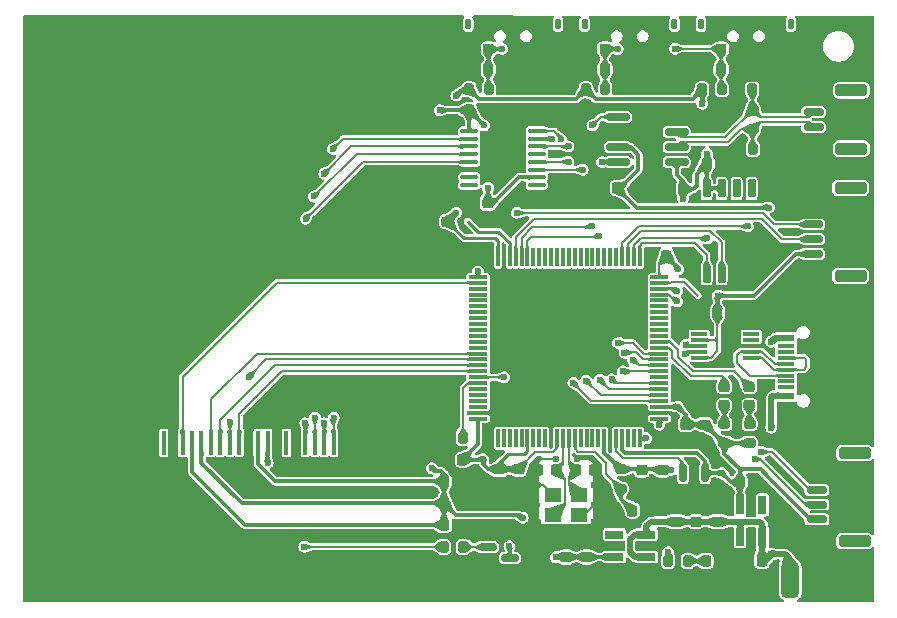
<source format=gbr>
%TF.GenerationSoftware,KiCad,Pcbnew,7.0.1*%
%TF.CreationDate,2023-04-30T17:39:33+08:00*%
%TF.ProjectId,Debugger-PCB,44656275-6767-4657-922d-5043422e6b69,rev?*%
%TF.SameCoordinates,Original*%
%TF.FileFunction,Copper,L1,Top*%
%TF.FilePolarity,Positive*%
%FSLAX46Y46*%
G04 Gerber Fmt 4.6, Leading zero omitted, Abs format (unit mm)*
G04 Created by KiCad (PCBNEW 7.0.1) date 2023-04-30 17:39:33*
%MOMM*%
%LPD*%
G01*
G04 APERTURE LIST*
G04 Aperture macros list*
%AMRoundRect*
0 Rectangle with rounded corners*
0 $1 Rounding radius*
0 $2 $3 $4 $5 $6 $7 $8 $9 X,Y pos of 4 corners*
0 Add a 4 corners polygon primitive as box body*
4,1,4,$2,$3,$4,$5,$6,$7,$8,$9,$2,$3,0*
0 Add four circle primitives for the rounded corners*
1,1,$1+$1,$2,$3*
1,1,$1+$1,$4,$5*
1,1,$1+$1,$6,$7*
1,1,$1+$1,$8,$9*
0 Add four rect primitives between the rounded corners*
20,1,$1+$1,$2,$3,$4,$5,0*
20,1,$1+$1,$4,$5,$6,$7,0*
20,1,$1+$1,$6,$7,$8,$9,0*
20,1,$1+$1,$8,$9,$2,$3,0*%
G04 Aperture macros list end*
%TA.AperFunction,SMDPad,CuDef*%
%ADD10RoundRect,0.375000X-0.375000X-1.125000X0.375000X-1.125000X0.375000X1.125000X-0.375000X1.125000X0*%
%TD*%
%TA.AperFunction,SMDPad,CuDef*%
%ADD11RoundRect,0.200000X-0.200000X-0.275000X0.200000X-0.275000X0.200000X0.275000X-0.200000X0.275000X0*%
%TD*%
%TA.AperFunction,SMDPad,CuDef*%
%ADD12RoundRect,0.225000X0.250000X-0.225000X0.250000X0.225000X-0.250000X0.225000X-0.250000X-0.225000X0*%
%TD*%
%TA.AperFunction,SMDPad,CuDef*%
%ADD13RoundRect,0.150000X-0.825000X-0.150000X0.825000X-0.150000X0.825000X0.150000X-0.825000X0.150000X0*%
%TD*%
%TA.AperFunction,SMDPad,CuDef*%
%ADD14RoundRect,0.100000X-0.637500X-0.100000X0.637500X-0.100000X0.637500X0.100000X-0.637500X0.100000X0*%
%TD*%
%TA.AperFunction,SMDPad,CuDef*%
%ADD15RoundRect,0.225000X0.225000X0.225000X-0.225000X0.225000X-0.225000X-0.225000X0.225000X-0.225000X0*%
%TD*%
%TA.AperFunction,SMDPad,CuDef*%
%ADD16RoundRect,0.125000X0.125000X0.325000X-0.125000X0.325000X-0.125000X-0.325000X0.125000X-0.325000X0*%
%TD*%
%TA.AperFunction,SMDPad,CuDef*%
%ADD17RoundRect,0.225000X0.225000X0.250000X-0.225000X0.250000X-0.225000X-0.250000X0.225000X-0.250000X0*%
%TD*%
%TA.AperFunction,SMDPad,CuDef*%
%ADD18RoundRect,0.150000X0.150000X-0.650000X0.150000X0.650000X-0.150000X0.650000X-0.150000X-0.650000X0*%
%TD*%
%TA.AperFunction,SMDPad,CuDef*%
%ADD19RoundRect,0.150000X-0.150000X0.587500X-0.150000X-0.587500X0.150000X-0.587500X0.150000X0.587500X0*%
%TD*%
%TA.AperFunction,SMDPad,CuDef*%
%ADD20RoundRect,0.075000X0.075000X-0.725000X0.075000X0.725000X-0.075000X0.725000X-0.075000X-0.725000X0*%
%TD*%
%TA.AperFunction,SMDPad,CuDef*%
%ADD21RoundRect,0.075000X0.725000X-0.075000X0.725000X0.075000X-0.725000X0.075000X-0.725000X-0.075000X0*%
%TD*%
%TA.AperFunction,SMDPad,CuDef*%
%ADD22R,1.560000X0.650000*%
%TD*%
%TA.AperFunction,SMDPad,CuDef*%
%ADD23R,1.400000X0.300000*%
%TD*%
%TA.AperFunction,SMDPad,CuDef*%
%ADD24RoundRect,0.200000X0.275000X-0.200000X0.275000X0.200000X-0.275000X0.200000X-0.275000X-0.200000X0*%
%TD*%
%TA.AperFunction,SMDPad,CuDef*%
%ADD25RoundRect,0.150000X0.700000X-0.150000X0.700000X0.150000X-0.700000X0.150000X-0.700000X-0.150000X0*%
%TD*%
%TA.AperFunction,SMDPad,CuDef*%
%ADD26RoundRect,0.250000X1.100000X-0.250000X1.100000X0.250000X-1.100000X0.250000X-1.100000X-0.250000X0*%
%TD*%
%TA.AperFunction,SMDPad,CuDef*%
%ADD27R,1.450000X0.600000*%
%TD*%
%TA.AperFunction,SMDPad,CuDef*%
%ADD28R,1.450000X0.300000*%
%TD*%
%TA.AperFunction,ComponentPad*%
%ADD29O,1.600000X1.000000*%
%TD*%
%TA.AperFunction,ComponentPad*%
%ADD30O,2.100000X1.000000*%
%TD*%
%TA.AperFunction,SMDPad,CuDef*%
%ADD31RoundRect,0.225000X-0.225000X-0.250000X0.225000X-0.250000X0.225000X0.250000X-0.225000X0.250000X0*%
%TD*%
%TA.AperFunction,SMDPad,CuDef*%
%ADD32R,0.650000X1.560000*%
%TD*%
%TA.AperFunction,SMDPad,CuDef*%
%ADD33RoundRect,0.218750X-0.256250X0.218750X-0.256250X-0.218750X0.256250X-0.218750X0.256250X0.218750X0*%
%TD*%
%TA.AperFunction,SMDPad,CuDef*%
%ADD34R,0.400000X2.000000*%
%TD*%
%TA.AperFunction,SMDPad,CuDef*%
%ADD35RoundRect,0.225000X-0.250000X0.225000X-0.250000X-0.225000X0.250000X-0.225000X0.250000X0.225000X0*%
%TD*%
%TA.AperFunction,SMDPad,CuDef*%
%ADD36RoundRect,0.200000X-0.275000X0.200000X-0.275000X-0.200000X0.275000X-0.200000X0.275000X0.200000X0*%
%TD*%
%TA.AperFunction,SMDPad,CuDef*%
%ADD37RoundRect,0.218750X0.218750X0.256250X-0.218750X0.256250X-0.218750X-0.256250X0.218750X-0.256250X0*%
%TD*%
%TA.AperFunction,SMDPad,CuDef*%
%ADD38RoundRect,0.200000X0.200000X0.275000X-0.200000X0.275000X-0.200000X-0.275000X0.200000X-0.275000X0*%
%TD*%
%TA.AperFunction,SMDPad,CuDef*%
%ADD39R,1.400000X1.200000*%
%TD*%
%TA.AperFunction,SMDPad,CuDef*%
%ADD40RoundRect,0.150000X0.587500X0.150000X-0.587500X0.150000X-0.587500X-0.150000X0.587500X-0.150000X0*%
%TD*%
%TA.AperFunction,ViaPad*%
%ADD41C,0.600000*%
%TD*%
%TA.AperFunction,Conductor*%
%ADD42C,0.500000*%
%TD*%
%TA.AperFunction,Conductor*%
%ADD43C,0.203200*%
%TD*%
%TA.AperFunction,Conductor*%
%ADD44C,0.250000*%
%TD*%
%TA.AperFunction,Conductor*%
%ADD45C,0.300000*%
%TD*%
%TA.AperFunction,Conductor*%
%ADD46C,0.200000*%
%TD*%
G04 APERTURE END LIST*
D10*
%TO.P,,1,Pin_1*%
%TO.N,GND*%
X185210000Y-131370000D03*
%TD*%
%TO.P,,2,Pin_2*%
%TO.N,+5V*%
X181970000Y-131370000D03*
%TD*%
D11*
%TO.P,R1,1*%
%TO.N,VCC*%
X171632500Y-129750000D03*
%TO.P,R1,2*%
%TO.N,Net-(D1-A)*%
X173282500Y-129750000D03*
%TD*%
D12*
%TO.P,C11,1*%
%TO.N,LCD_3V3*%
X164710000Y-129435000D03*
%TO.P,C11,2*%
%TO.N,GND*%
X164710000Y-127885000D03*
%TD*%
D13*
%TO.P,U4,1,TXD*%
%TO.N,/MCU/CAN_TX*%
X167395000Y-92185000D03*
%TO.P,U4,2,GND*%
%TO.N,GND*%
X167395000Y-93455000D03*
%TO.P,U4,3,VCC*%
%TO.N,+5V*%
X167395000Y-94725000D03*
%TO.P,U4,4,RXD*%
%TO.N,/MCU/CAN_RX*%
X167395000Y-95995000D03*
%TO.P,U4,5,VIO*%
%TO.N,VCC*%
X172345000Y-95995000D03*
%TO.P,U4,6,CANL*%
%TO.N,/Power&Port/CAN-*%
X172345000Y-94725000D03*
%TO.P,U4,7,CANH*%
%TO.N,/Power&Port/CAN+*%
X172345000Y-93455000D03*
%TO.P,U4,8,S*%
%TO.N,GND*%
X172345000Y-92185000D03*
%TD*%
D14*
%TO.P,U7,1,VCC*%
%TO.N,LCD_3V3*%
X154777500Y-93375000D03*
%TO.P,U7,2,XP*%
%TO.N,/TFT/T_XP*%
X154777500Y-94025000D03*
%TO.P,U7,3,YP*%
%TO.N,/TFT/T_YP*%
X154777500Y-94675000D03*
%TO.P,U7,4,XN*%
%TO.N,/TFT/T_XM*%
X154777500Y-95325000D03*
%TO.P,U7,5,YN*%
%TO.N,/TFT/T_YM*%
X154777500Y-95975000D03*
%TO.P,U7,6,GND*%
%TO.N,GND*%
X154777500Y-96625000D03*
%TO.P,U7,7,VBAT*%
%TO.N,unconnected-(U7-VBAT-Pad7)*%
X154777500Y-97275000D03*
%TO.P,U7,8,IN*%
%TO.N,unconnected-(U7-IN-Pad8)*%
X154777500Y-97925000D03*
%TO.P,U7,9,VREF*%
%TO.N,unconnected-(U7-VREF-Pad9)*%
X160502500Y-97925000D03*
%TO.P,U7,10,IOVDD*%
%TO.N,LCD_3V3*%
X160502500Y-97275000D03*
%TO.P,U7,11,~{PENIRQ}*%
%TO.N,/MCU/TOUCH_INT*%
X160502500Y-96625000D03*
%TO.P,U7,12,DOUT*%
%TO.N,/MCU/TOUCH_MISO*%
X160502500Y-95975000D03*
%TO.P,U7,13,BUSY*%
%TO.N,unconnected-(U7-BUSY-Pad13)*%
X160502500Y-95325000D03*
%TO.P,U7,14,DIN*%
%TO.N,/MCU/TOUCH_MOSI*%
X160502500Y-94675000D03*
%TO.P,U7,15,~{CS}*%
%TO.N,/MCU/TOUCH_CS*%
X160502500Y-94025000D03*
%TO.P,U7,16,DCLK*%
%TO.N,/MCU/TOUCH_CLK*%
X160502500Y-93375000D03*
%TD*%
D15*
%TO.P,SW3,1,1*%
%TO.N,GND*%
X180320000Y-86430000D03*
%TO.P,SW3,2,2*%
%TO.N,/Key&LED/KEY3*%
X176120000Y-86430000D03*
D16*
%TO.P,SW3,3*%
%TO.N,N/C*%
X174420000Y-84330000D03*
%TO.P,SW3,4*%
X182020000Y-84330000D03*
%TD*%
D11*
%TO.P,R12,1*%
%TO.N,VCC*%
X174515000Y-89840000D03*
%TO.P,R12,2*%
%TO.N,/Key&LED/KEY3*%
X176165000Y-89840000D03*
%TD*%
D17*
%TO.P,C33,1*%
%TO.N,VCC*%
X172900000Y-98290000D03*
%TO.P,C33,2*%
%TO.N,GND*%
X171350000Y-98290000D03*
%TD*%
D18*
%TO.P,U8,1,~{CS}*%
%TO.N,/Flash/SPI2_CS*%
X174885000Y-105430000D03*
%TO.P,U8,2,DO(IO1)*%
%TO.N,/Flash/SPI2_MISO*%
X176155000Y-105430000D03*
%TO.P,U8,3,IO2*%
%TO.N,GND*%
X177425000Y-105430000D03*
%TO.P,U8,4,GND*%
X178695000Y-105430000D03*
%TO.P,U8,5,DI(IO0)*%
%TO.N,/Flash/SPI2_MOSI*%
X178695000Y-98230000D03*
%TO.P,U8,6,CLK*%
%TO.N,/Flash/SPI2_SCK*%
X177425000Y-98230000D03*
%TO.P,U8,7,IO3*%
%TO.N,VCC*%
X176155000Y-98230000D03*
%TO.P,U8,8,VCC*%
X174885000Y-98230000D03*
%TD*%
D19*
%TO.P,U6,1,IN*%
%TO.N,VCC*%
X174770000Y-122335000D03*
%TO.P,U6,2,OUT*%
%TO.N,/MCU/VREF*%
X172870000Y-122335000D03*
%TO.P,U6,3,GND*%
%TO.N,GND*%
X173820000Y-124210000D03*
%TD*%
D20*
%TO.P,U5,1,PE2*%
%TO.N,unconnected-(U5-PE2-Pad1)*%
X157215000Y-119385000D03*
%TO.P,U5,2,PE3*%
%TO.N,unconnected-(U5-PE3-Pad2)*%
X157715000Y-119385000D03*
%TO.P,U5,3,PE4*%
%TO.N,unconnected-(U5-PE4-Pad3)*%
X158215000Y-119385000D03*
%TO.P,U5,4,PE5*%
%TO.N,unconnected-(U5-PE5-Pad4)*%
X158715000Y-119385000D03*
%TO.P,U5,5,PE6*%
%TO.N,unconnected-(U5-PE6-Pad5)*%
X159215000Y-119385000D03*
%TO.P,U5,6,VBAT*%
%TO.N,VCC*%
X159715000Y-119385000D03*
%TO.P,U5,7,PC13*%
%TO.N,unconnected-(U5-PC13-Pad7)*%
X160215000Y-119385000D03*
%TO.P,U5,8,PC14*%
%TO.N,unconnected-(U5-PC14-Pad8)*%
X160715000Y-119385000D03*
%TO.P,U5,9,PC15*%
%TO.N,unconnected-(U5-PC15-Pad9)*%
X161215000Y-119385000D03*
%TO.P,U5,10,VSS*%
%TO.N,GND*%
X161715000Y-119385000D03*
%TO.P,U5,11,VDD*%
%TO.N,VCC*%
X162215000Y-119385000D03*
%TO.P,U5,12,PH0*%
%TO.N,/MCU/OSC_IN*%
X162715000Y-119385000D03*
%TO.P,U5,13,PH1*%
%TO.N,/MCU/OSC_OUT*%
X163215000Y-119385000D03*
%TO.P,U5,14,NRST*%
%TO.N,Net-(U5-NRST)*%
X163715000Y-119385000D03*
%TO.P,U5,15,PC0*%
%TO.N,unconnected-(U5-PC0-Pad15)*%
X164215000Y-119385000D03*
%TO.P,U5,16,PC1*%
%TO.N,unconnected-(U5-PC1-Pad16)*%
X164715000Y-119385000D03*
%TO.P,U5,17,PC2*%
%TO.N,unconnected-(U5-PC2-Pad17)*%
X165215000Y-119385000D03*
%TO.P,U5,18,PC3*%
%TO.N,unconnected-(U5-PC3-Pad18)*%
X165715000Y-119385000D03*
%TO.P,U5,19,VDD*%
%TO.N,VCC*%
X166215000Y-119385000D03*
%TO.P,U5,20,VSSA*%
%TO.N,GND*%
X166715000Y-119385000D03*
%TO.P,U5,21,VREF+*%
%TO.N,/MCU/VREF*%
X167215000Y-119385000D03*
%TO.P,U5,22,VDDA*%
%TO.N,VCC*%
X167715000Y-119385000D03*
%TO.P,U5,23,PA0*%
%TO.N,unconnected-(U5-PA0-Pad23)*%
X168215000Y-119385000D03*
%TO.P,U5,24,PA1*%
%TO.N,unconnected-(U5-PA1-Pad24)*%
X168715000Y-119385000D03*
%TO.P,U5,25,PA2*%
%TO.N,/MCU/TXD*%
X169215000Y-119385000D03*
D21*
%TO.P,U5,26,PA3*%
%TO.N,/MCU/RXD*%
X170890000Y-117710000D03*
%TO.P,U5,27,VSS*%
%TO.N,GND*%
X170890000Y-117210000D03*
%TO.P,U5,28,VDD*%
%TO.N,VCC*%
X170890000Y-116710000D03*
%TO.P,U5,29,PA4*%
%TO.N,/MCU/TOUCH_CS*%
X170890000Y-116210000D03*
%TO.P,U5,30,PA5*%
%TO.N,/MCU/TOUCH_CLK*%
X170890000Y-115710000D03*
%TO.P,U5,31,PA6*%
%TO.N,/MCU/TOUCH_MISO*%
X170890000Y-115210000D03*
%TO.P,U5,32,PA7*%
%TO.N,/MCU/TOUCH_MOSI*%
X170890000Y-114710000D03*
%TO.P,U5,33,PC4*%
%TO.N,unconnected-(U5-PC4-Pad33)*%
X170890000Y-114210000D03*
%TO.P,U5,34,PC5*%
%TO.N,/MCU/TOUCH_INT*%
X170890000Y-113710000D03*
%TO.P,U5,35,PB0*%
%TO.N,/Key&LED/KEY3*%
X170890000Y-113210000D03*
%TO.P,U5,36,PB1*%
%TO.N,/Key&LED/KEY2*%
X170890000Y-112710000D03*
%TO.P,U5,37,PB2*%
%TO.N,/Key&LED/KEY1*%
X170890000Y-112210000D03*
%TO.P,U5,38,PE7*%
%TO.N,/Key&LED/LED2*%
X170890000Y-111710000D03*
%TO.P,U5,39,PE8*%
%TO.N,/Key&LED/LED1*%
X170890000Y-111210000D03*
%TO.P,U5,40,PE9*%
%TO.N,unconnected-(U5-PE9-Pad40)*%
X170890000Y-110710000D03*
%TO.P,U5,41,PE10*%
%TO.N,unconnected-(U5-PE10-Pad41)*%
X170890000Y-110210000D03*
%TO.P,U5,42,PE11*%
%TO.N,unconnected-(U5-PE11-Pad42)*%
X170890000Y-109710000D03*
%TO.P,U5,43,PE12*%
%TO.N,unconnected-(U5-PE12-Pad43)*%
X170890000Y-109210000D03*
%TO.P,U5,44,PE13*%
%TO.N,unconnected-(U5-PE13-Pad44)*%
X170890000Y-108710000D03*
%TO.P,U5,45,PE14*%
%TO.N,unconnected-(U5-PE14-Pad45)*%
X170890000Y-108210000D03*
%TO.P,U5,46,PE15*%
%TO.N,unconnected-(U5-PE15-Pad46)*%
X170890000Y-107710000D03*
%TO.P,U5,47,PB10*%
%TO.N,/MCU/MCU_TXD*%
X170890000Y-107210000D03*
%TO.P,U5,48,PB11*%
%TO.N,/MCU/MCU_RXD*%
X170890000Y-106710000D03*
%TO.P,U5,49,VCAP_1*%
%TO.N,Net-(U5-VCAP_1)*%
X170890000Y-106210000D03*
%TO.P,U5,50,VDD*%
%TO.N,VCC*%
X170890000Y-105710000D03*
D20*
%TO.P,U5,51,PB12*%
%TO.N,/Flash/SPI2_CS*%
X169215000Y-104035000D03*
%TO.P,U5,52,PB13*%
%TO.N,/Flash/SPI2_SCK*%
X168715000Y-104035000D03*
%TO.P,U5,53,PB14*%
%TO.N,/Flash/SPI2_MISO*%
X168215000Y-104035000D03*
%TO.P,U5,54,PB15*%
%TO.N,/Flash/SPI2_MOSI*%
X167715000Y-104035000D03*
%TO.P,U5,55,PD8*%
%TO.N,unconnected-(U5-PD8-Pad55)*%
X167215000Y-104035000D03*
%TO.P,U5,56,PD9*%
%TO.N,unconnected-(U5-PD9-Pad56)*%
X166715000Y-104035000D03*
%TO.P,U5,57,PD10*%
%TO.N,unconnected-(U5-PD10-Pad57)*%
X166215000Y-104035000D03*
%TO.P,U5,58,PD11*%
%TO.N,unconnected-(U5-PD11-Pad58)*%
X165715000Y-104035000D03*
%TO.P,U5,59,PD12*%
%TO.N,unconnected-(U5-PD12-Pad59)*%
X165215000Y-104035000D03*
%TO.P,U5,60,PD13*%
%TO.N,unconnected-(U5-PD13-Pad60)*%
X164715000Y-104035000D03*
%TO.P,U5,61,PD14*%
%TO.N,unconnected-(U5-PD14-Pad61)*%
X164215000Y-104035000D03*
%TO.P,U5,62,PD15*%
%TO.N,unconnected-(U5-PD15-Pad62)*%
X163715000Y-104035000D03*
%TO.P,U5,63,PC6*%
%TO.N,unconnected-(U5-PC6-Pad63)*%
X163215000Y-104035000D03*
%TO.P,U5,64,PC7*%
%TO.N,unconnected-(U5-PC7-Pad64)*%
X162715000Y-104035000D03*
%TO.P,U5,65,PC8*%
%TO.N,unconnected-(U5-PC8-Pad65)*%
X162215000Y-104035000D03*
%TO.P,U5,66,PC9*%
%TO.N,unconnected-(U5-PC9-Pad66)*%
X161715000Y-104035000D03*
%TO.P,U5,67,PA8*%
%TO.N,unconnected-(U5-PA8-Pad67)*%
X161215000Y-104035000D03*
%TO.P,U5,68,PA9*%
%TO.N,unconnected-(U5-PA9-Pad68)*%
X160715000Y-104035000D03*
%TO.P,U5,69,PA10*%
%TO.N,unconnected-(U5-PA10-Pad69)*%
X160215000Y-104035000D03*
%TO.P,U5,70,PA11*%
%TO.N,/MCU/CAN_RX*%
X159715000Y-104035000D03*
%TO.P,U5,71,PA12*%
%TO.N,/MCU/CAN_TX*%
X159215000Y-104035000D03*
%TO.P,U5,72,PA13*%
%TO.N,/MCU/SWDIO*%
X158715000Y-104035000D03*
%TO.P,U5,73,VCAP_2*%
%TO.N,Net-(U5-VCAP_2)*%
X158215000Y-104035000D03*
%TO.P,U5,74,VSS*%
%TO.N,GND*%
X157715000Y-104035000D03*
%TO.P,U5,75,VDD*%
%TO.N,VCC*%
X157215000Y-104035000D03*
D21*
%TO.P,U5,76,PA14*%
%TO.N,/MCU/SWCLK*%
X155540000Y-105710000D03*
%TO.P,U5,77,PA15*%
%TO.N,/MCU/LCD_CS*%
X155540000Y-106210000D03*
%TO.P,U5,78,PC10*%
%TO.N,unconnected-(U5-PC10-Pad78)*%
X155540000Y-106710000D03*
%TO.P,U5,79,PC11*%
%TO.N,unconnected-(U5-PC11-Pad79)*%
X155540000Y-107210000D03*
%TO.P,U5,80,PC12*%
%TO.N,unconnected-(U5-PC12-Pad80)*%
X155540000Y-107710000D03*
%TO.P,U5,81,PD0*%
%TO.N,unconnected-(U5-PD0-Pad81)*%
X155540000Y-108210000D03*
%TO.P,U5,82,PD1*%
%TO.N,unconnected-(U5-PD1-Pad82)*%
X155540000Y-108710000D03*
%TO.P,U5,83,PD2*%
%TO.N,unconnected-(U5-PD2-Pad83)*%
X155540000Y-109210000D03*
%TO.P,U5,84,PD3*%
%TO.N,unconnected-(U5-PD3-Pad84)*%
X155540000Y-109710000D03*
%TO.P,U5,85,PD4*%
%TO.N,unconnected-(U5-PD4-Pad85)*%
X155540000Y-110210000D03*
%TO.P,U5,86,PD5*%
%TO.N,unconnected-(U5-PD5-Pad86)*%
X155540000Y-110710000D03*
%TO.P,U5,87,PD6*%
%TO.N,unconnected-(U5-PD6-Pad87)*%
X155540000Y-111210000D03*
%TO.P,U5,88,PD7*%
%TO.N,unconnected-(U5-PD7-Pad88)*%
X155540000Y-111710000D03*
%TO.P,U5,89,PB3*%
%TO.N,/MCU/LCD_CLK*%
X155540000Y-112210000D03*
%TO.P,U5,90,PB4*%
%TO.N,/MCU/LCD_A0*%
X155540000Y-112710000D03*
%TO.P,U5,91,PB5*%
%TO.N,/MCU/LCD_MOSI*%
X155540000Y-113210000D03*
%TO.P,U5,92,PB6*%
%TO.N,/MCU/LCD_RST*%
X155540000Y-113710000D03*
%TO.P,U5,93,PB7*%
%TO.N,/MCU/LCD_LED*%
X155540000Y-114210000D03*
%TO.P,U5,94,BOOT0*%
%TO.N,Net-(U5-BOOT0)*%
X155540000Y-114710000D03*
%TO.P,U5,95,PB8*%
%TO.N,unconnected-(U5-PB8-Pad95)*%
X155540000Y-115210000D03*
%TO.P,U5,96,PB9*%
%TO.N,unconnected-(U5-PB9-Pad96)*%
X155540000Y-115710000D03*
%TO.P,U5,97,PE0*%
%TO.N,unconnected-(U5-PE0-Pad97)*%
X155540000Y-116210000D03*
%TO.P,U5,98,PE1*%
%TO.N,unconnected-(U5-PE1-Pad98)*%
X155540000Y-116710000D03*
%TO.P,U5,99,VSS*%
%TO.N,GND*%
X155540000Y-117210000D03*
%TO.P,U5,100,VDD*%
%TO.N,VCC*%
X155540000Y-117710000D03*
%TD*%
D22*
%TO.P,U3,1,VIN*%
%TO.N,+5V*%
X169780000Y-129430000D03*
%TO.P,U3,2,GND*%
%TO.N,GND*%
X169780000Y-128480000D03*
%TO.P,U3,3,EN*%
%TO.N,+5V*%
X169780000Y-127530000D03*
%TO.P,U3,4,NC*%
%TO.N,unconnected-(U3-NC-Pad4)*%
X167080000Y-127530000D03*
%TO.P,U3,5,VOUT*%
%TO.N,LCD_3V3*%
X167080000Y-129430000D03*
%TD*%
D23*
%TO.P,U2,1,UD+*%
%TO.N,/Power&Port/DP*%
X178660000Y-112550000D03*
%TO.P,U2,2,UD-*%
%TO.N,/Power&Port/DN*%
X178660000Y-112050000D03*
%TO.P,U2,3,GND*%
%TO.N,GND*%
X178660000Y-111550000D03*
%TO.P,U2,4,~{RTS}*%
%TO.N,unconnected-(U2-~{RTS}-Pad4)*%
X178660000Y-111050000D03*
%TO.P,U2,5,~{CTS}*%
%TO.N,unconnected-(U2-~{CTS}-Pad5)*%
X178660000Y-110550000D03*
%TO.P,U2,6,TNOW*%
%TO.N,unconnected-(U2-TNOW-Pad6)*%
X174260000Y-110550000D03*
%TO.P,U2,7,VCC*%
%TO.N,VCC*%
X174260000Y-111050000D03*
%TO.P,U2,8,TXD*%
%TO.N,/MCU/MCU_RXD*%
X174260000Y-111550000D03*
%TO.P,U2,9,RXD*%
%TO.N,/MCU/MCU_TXD*%
X174260000Y-112050000D03*
%TO.P,U2,10,V3*%
%TO.N,VCC*%
X174260000Y-112550000D03*
%TD*%
D24*
%TO.P,R9,1*%
%TO.N,VCC*%
X176397000Y-119797000D03*
%TO.P,R9,2*%
%TO.N,Net-(D3-A)*%
X176397000Y-118147000D03*
%TD*%
D25*
%TO.P,J4,1,Pin_1*%
%TO.N,/Power&Port/CAN-*%
X183940000Y-93015000D03*
%TO.P,J4,2,Pin_2*%
%TO.N,/Power&Port/CAN+*%
X183940000Y-91765000D03*
D26*
%TO.P,J4,MP*%
%TO.N,N/C*%
X187140000Y-89915000D03*
X187140000Y-94865000D03*
%TD*%
D25*
%TO.P,J3,1,Pin_1*%
%TO.N,VCC*%
X183870000Y-103780000D03*
%TO.P,J3,2,Pin_2*%
%TO.N,/MCU/SWDIO*%
X183870000Y-102530000D03*
%TO.P,J3,3,Pin_3*%
%TO.N,/MCU/SWCLK*%
X183870000Y-101280000D03*
%TO.P,J3,4,Pin_4*%
%TO.N,GND*%
X183870000Y-100030000D03*
D26*
%TO.P,J3,MP*%
%TO.N,N/C*%
X187070000Y-98180000D03*
X187070000Y-105630000D03*
%TD*%
D27*
%TO.P,J2,A1,GND*%
%TO.N,GND*%
X181625000Y-116570000D03*
%TO.P,J2,A4,VBUS*%
%TO.N,+5V*%
X181625000Y-115770000D03*
D28*
%TO.P,J2,A5,CC1*%
%TO.N,unconnected-(J2-CC1-PadA5)*%
X181625000Y-114570000D03*
%TO.P,J2,A6,D+*%
%TO.N,/Power&Port/DP*%
X181625000Y-113570000D03*
%TO.P,J2,A7,D-*%
%TO.N,/Power&Port/DN*%
X181625000Y-113070000D03*
%TO.P,J2,A8,SBU1*%
%TO.N,unconnected-(J2-SBU1-PadA8)*%
X181625000Y-112070000D03*
D27*
%TO.P,J2,A9,VBUS*%
%TO.N,+5V*%
X181625000Y-110870000D03*
%TO.P,J2,A12,GND*%
%TO.N,GND*%
X181625000Y-110070000D03*
%TO.P,J2,B1,GND*%
X181625000Y-110070000D03*
%TO.P,J2,B4,VBUS*%
%TO.N,+5V*%
X181625000Y-110870000D03*
D28*
%TO.P,J2,B5,CC2*%
%TO.N,unconnected-(J2-CC2-PadB5)*%
X181625000Y-111570000D03*
%TO.P,J2,B6,D+*%
%TO.N,/Power&Port/DP*%
X181625000Y-112570000D03*
%TO.P,J2,B7,D-*%
%TO.N,/Power&Port/DN*%
X181625000Y-114070000D03*
%TO.P,J2,B8,SBU2*%
%TO.N,unconnected-(J2-SBU2-PadB8)*%
X181625000Y-115070000D03*
D27*
%TO.P,J2,B9,VBUS*%
%TO.N,+5V*%
X181625000Y-115770000D03*
%TO.P,J2,B12,GND*%
%TO.N,GND*%
X181625000Y-116570000D03*
D29*
%TO.P,J2,S1,SHIELD*%
X186720000Y-117640000D03*
D30*
X182540000Y-117640000D03*
X182540000Y-109000000D03*
D29*
X186720000Y-109000000D03*
%TD*%
D17*
%TO.P,C32,1*%
%TO.N,/Key&LED/KEY3*%
X176115000Y-88150000D03*
%TO.P,C32,2*%
%TO.N,GND*%
X174565000Y-88150000D03*
%TD*%
%TO.P,C31,1*%
%TO.N,/Key&LED/KEY2*%
X166270000Y-88160000D03*
%TO.P,C31,2*%
%TO.N,GND*%
X164720000Y-88160000D03*
%TD*%
%TO.P,C30,1*%
%TO.N,/Key&LED/KEY1*%
X156390000Y-88150000D03*
%TO.P,C30,2*%
%TO.N,GND*%
X154840000Y-88150000D03*
%TD*%
D31*
%TO.P,C29,1*%
%TO.N,LCD_3V3*%
X152665000Y-126732000D03*
%TO.P,C29,2*%
%TO.N,GND*%
X154215000Y-126732000D03*
%TD*%
%TO.P,C28,1*%
%TO.N,LCD_3V3*%
X152665000Y-124884000D03*
%TO.P,C28,2*%
%TO.N,GND*%
X154215000Y-124884000D03*
%TD*%
D32*
%TO.P,U1,1,VIN*%
%TO.N,+5V*%
X177710000Y-127710000D03*
%TO.P,U1,2,GND*%
%TO.N,GND*%
X178660000Y-127710000D03*
%TO.P,U1,3,EN*%
%TO.N,+5V*%
X179610000Y-127710000D03*
%TO.P,U1,4,NC*%
%TO.N,unconnected-(U1-NC-Pad4)*%
X179610000Y-125010000D03*
%TO.P,U1,5,VOUT*%
%TO.N,VCC*%
X177710000Y-125010000D03*
%TD*%
D33*
%TO.P,D3,1,K*%
%TO.N,/Key&LED/LED2*%
X176390000Y-115007000D03*
%TO.P,D3,2,A*%
%TO.N,Net-(D3-A)*%
X176390000Y-116582000D03*
%TD*%
D34*
%TO.P,LCD1,1,NC*%
%TO.N,unconnected-(LCD1-NC-Pad1)*%
X139312000Y-119769000D03*
%TO.P,LCD1,2,GND*%
%TO.N,GND*%
X138512000Y-119769000D03*
%TO.P,LCD1,3,LED-*%
%TO.N,/TFT/LED-*%
X137712000Y-119769000D03*
%TO.P,LCD1,4,LED+*%
%TO.N,LCD_3V3*%
X136912000Y-119769000D03*
%TO.P,LCD1,5,GND*%
%TO.N,GND*%
X136112000Y-119769000D03*
%TO.P,LCD1,6,~{RESET}*%
%TO.N,/MCU/LCD_RST*%
X135312000Y-119769000D03*
%TO.P,LCD1,7,A0*%
%TO.N,/MCU/LCD_A0*%
X134512000Y-119769000D03*
%TO.P,LCD1,8,DI*%
%TO.N,/MCU/LCD_MOSI*%
X133712000Y-119769000D03*
%TO.P,LCD1,9,CLK*%
%TO.N,/MCU/LCD_CLK*%
X132912000Y-119769000D03*
%TO.P,LCD1,10,VCC*%
%TO.N,LCD_3V3*%
X132112000Y-119769000D03*
%TO.P,LCD1,11,IOVCC*%
X131312000Y-119769000D03*
%TO.P,LCD1,12,CS*%
%TO.N,/MCU/LCD_CS*%
X130512000Y-119769000D03*
%TO.P,LCD1,13,GND*%
%TO.N,GND*%
X129712000Y-119769000D03*
%TO.P,LCD1,14,NC*%
%TO.N,unconnected-(LCD1-NC-Pad14)*%
X128912000Y-119769000D03*
%TO.P,LCD1,15,Y-*%
%TO.N,/TFT/T_YM*%
X140912000Y-119769000D03*
%TO.P,LCD1,16,X-*%
%TO.N,/TFT/T_XM*%
X141712000Y-119769000D03*
%TO.P,LCD1,17,Y+*%
%TO.N,/TFT/T_YP*%
X142512000Y-119769000D03*
%TO.P,LCD1,18,X+*%
%TO.N,/TFT/T_XP*%
X143312000Y-119769000D03*
%TD*%
D31*
%TO.P,C9,1*%
%TO.N,+5V*%
X167315000Y-98210000D03*
%TO.P,C9,2*%
%TO.N,GND*%
X168865000Y-98210000D03*
%TD*%
D15*
%TO.P,SW1,1,1*%
%TO.N,GND*%
X160600000Y-86430000D03*
%TO.P,SW1,2,2*%
%TO.N,/Key&LED/KEY1*%
X156400000Y-86430000D03*
D16*
%TO.P,SW1,3*%
%TO.N,N/C*%
X154700000Y-84330000D03*
%TO.P,SW1,4*%
X162300000Y-84330000D03*
%TD*%
D35*
%TO.P,C25,1*%
%TO.N,LCD_3V3*%
X156360000Y-99485000D03*
%TO.P,C25,2*%
%TO.N,GND*%
X156360000Y-101035000D03*
%TD*%
D36*
%TO.P,R3,2*%
%TO.N,/Power&Port/CAN-*%
X178780000Y-93215000D03*
%TO.P,R3,1*%
%TO.N,/Power&Port/CAN+*%
X178780000Y-91565000D03*
%TD*%
D12*
%TO.P,C10,1*%
%TO.N,LCD_3V3*%
X163010000Y-129435000D03*
%TO.P,C10,2*%
%TO.N,GND*%
X163010000Y-127885000D03*
%TD*%
%TO.P,C18,1*%
%TO.N,VCC*%
X152940000Y-101035000D03*
%TO.P,C18,2*%
%TO.N,GND*%
X152940000Y-99485000D03*
%TD*%
D35*
%TO.P,C23,1*%
%TO.N,VCC*%
X157340000Y-122005000D03*
%TO.P,C23,2*%
%TO.N,GND*%
X157340000Y-123555000D03*
%TD*%
D37*
%TO.P,D1,1,K*%
%TO.N,GND*%
X176417500Y-129750000D03*
%TO.P,D1,2,A*%
%TO.N,Net-(D1-A)*%
X174842500Y-129750000D03*
%TD*%
D31*
%TO.P,C26,1*%
%TO.N,LCD_3V3*%
X154785000Y-91610000D03*
%TO.P,C26,2*%
%TO.N,GND*%
X156335000Y-91610000D03*
%TD*%
D25*
%TO.P,J1,1,Pin_1*%
%TO.N,VCC*%
X184220000Y-126245000D03*
%TO.P,J1,2,Pin_2*%
%TO.N,/MCU/TXD*%
X184220000Y-124995000D03*
%TO.P,J1,3,Pin_3*%
%TO.N,/MCU/RXD*%
X184220000Y-123745000D03*
%TO.P,J1,4,Pin_4*%
%TO.N,GND*%
X184220000Y-122495000D03*
D26*
%TO.P,J1,MP*%
%TO.N,N/C*%
X187420000Y-128095000D03*
X187420000Y-120645000D03*
%TD*%
D38*
%TO.P,R2,1*%
%TO.N,GND*%
X180405000Y-89850000D03*
%TO.P,R2,2*%
%TO.N,/Power&Port/CAN+*%
X178755000Y-89850000D03*
%TD*%
D35*
%TO.P,C21,1*%
%TO.N,VCC*%
X174757000Y-118222000D03*
%TO.P,C21,2*%
%TO.N,GND*%
X174757000Y-119772000D03*
%TD*%
%TO.P,C22,1*%
%TO.N,VCC*%
X158970000Y-121995000D03*
%TO.P,C22,2*%
%TO.N,GND*%
X158970000Y-123545000D03*
%TD*%
D11*
%TO.P,R6,2*%
%TO.N,Net-(U5-BOOT0)*%
X154265000Y-119340000D03*
%TO.P,R6,1*%
%TO.N,GND*%
X152615000Y-119340000D03*
%TD*%
D31*
%TO.P,C8,1*%
%TO.N,VCC*%
X174925000Y-96140000D03*
%TO.P,C8,2*%
%TO.N,GND*%
X176475000Y-96140000D03*
%TD*%
D17*
%TO.P,C14,1*%
%TO.N,GND*%
X170155000Y-125500000D03*
%TO.P,C14,2*%
%TO.N,Net-(U5-NRST)*%
X168605000Y-125500000D03*
%TD*%
D15*
%TO.P,SW2,1,1*%
%TO.N,GND*%
X170460000Y-86430000D03*
%TO.P,SW2,2,2*%
%TO.N,/Key&LED/KEY2*%
X166260000Y-86430000D03*
D16*
%TO.P,SW2,3*%
%TO.N,N/C*%
X164560000Y-84330000D03*
%TO.P,SW2,4*%
X172160000Y-84330000D03*
%TD*%
D35*
%TO.P,C2,1*%
%TO.N,+5V*%
X175830000Y-126435000D03*
%TO.P,C2,2*%
%TO.N,GND*%
X175830000Y-127985000D03*
%TD*%
D31*
%TO.P,C5,1*%
%TO.N,VCC*%
X175805000Y-108780000D03*
%TO.P,C5,2*%
%TO.N,GND*%
X177355000Y-108780000D03*
%TD*%
D11*
%TO.P,R10,1*%
%TO.N,VCC*%
X154790000Y-89840000D03*
%TO.P,R10,2*%
%TO.N,/Key&LED/KEY1*%
X156440000Y-89840000D03*
%TD*%
D35*
%TO.P,C24,2*%
%TO.N,GND*%
X171160000Y-123605000D03*
%TO.P,C24,1*%
%TO.N,VCC*%
X171160000Y-122055000D03*
%TD*%
D17*
%TO.P,C13,1*%
%TO.N,/MCU/OSC_IN*%
X162140000Y-122100000D03*
%TO.P,C13,2*%
%TO.N,GND*%
X160590000Y-122100000D03*
%TD*%
D24*
%TO.P,R8,1*%
%TO.N,VCC*%
X178517000Y-119797000D03*
%TO.P,R8,2*%
%TO.N,Net-(D2-A)*%
X178517000Y-118147000D03*
%TD*%
D35*
%TO.P,C7,2*%
%TO.N,GND*%
X172280000Y-127985000D03*
%TO.P,C7,1*%
%TO.N,+5V*%
X172280000Y-126435000D03*
%TD*%
D17*
%TO.P,C1,1*%
%TO.N,+5V*%
X179565000Y-129750000D03*
%TO.P,C1,2*%
%TO.N,GND*%
X178015000Y-129750000D03*
%TD*%
D11*
%TO.P,R11,1*%
%TO.N,VCC*%
X164660000Y-89840000D03*
%TO.P,R11,2*%
%TO.N,/Key&LED/KEY2*%
X166310000Y-89840000D03*
%TD*%
%TO.P,R7,1*%
%TO.N,/TFT/LED-*%
X152615000Y-128580000D03*
%TO.P,R7,2*%
%TO.N,Net-(Q1-C)*%
X154265000Y-128580000D03*
%TD*%
%TO.P,R4,1*%
%TO.N,/Power&Port/CAN-*%
X178785000Y-94880000D03*
%TO.P,R4,2*%
%TO.N,GND*%
X180435000Y-94880000D03*
%TD*%
D31*
%TO.P,C3,1*%
%TO.N,VCC*%
X177715000Y-123110000D03*
%TO.P,C3,2*%
%TO.N,GND*%
X179265000Y-123110000D03*
%TD*%
D35*
%TO.P,C19,2*%
%TO.N,GND*%
X169380000Y-123605000D03*
%TO.P,C19,1*%
%TO.N,VCC*%
X169380000Y-122055000D03*
%TD*%
D31*
%TO.P,C17,2*%
%TO.N,GND*%
X173035000Y-103950000D03*
%TO.P,C17,1*%
%TO.N,VCC*%
X171485000Y-103950000D03*
%TD*%
%TO.P,C12,1*%
%TO.N,/MCU/OSC_OUT*%
X163790000Y-122100000D03*
%TO.P,C12,2*%
%TO.N,GND*%
X165340000Y-122100000D03*
%TD*%
D33*
%TO.P,D2,1,K*%
%TO.N,/Key&LED/LED1*%
X178513000Y-115007000D03*
%TO.P,D2,2,A*%
%TO.N,Net-(D2-A)*%
X178513000Y-116582000D03*
%TD*%
D39*
%TO.P,Y1,1,1*%
%TO.N,/MCU/OSC_OUT*%
X164065000Y-124160000D03*
%TO.P,Y1,2,2*%
%TO.N,GND*%
X161865000Y-124160000D03*
%TO.P,Y1,3,3*%
%TO.N,/MCU/OSC_IN*%
X161865000Y-125860000D03*
%TO.P,Y1,4,4*%
%TO.N,GND*%
X164065000Y-125860000D03*
%TD*%
D35*
%TO.P,C6,1*%
%TO.N,+5V*%
X173970000Y-126435000D03*
%TO.P,C6,2*%
%TO.N,GND*%
X173970000Y-127985000D03*
%TD*%
%TO.P,C4,1*%
%TO.N,VCC*%
X173110000Y-118215000D03*
%TO.P,C4,2*%
%TO.N,GND*%
X173110000Y-119765000D03*
%TD*%
D17*
%TO.P,C20,2*%
%TO.N,GND*%
X152665000Y-121188000D03*
%TO.P,C20,1*%
%TO.N,VCC*%
X154215000Y-121188000D03*
%TD*%
D36*
%TO.P,R5,2*%
%TO.N,Net-(U5-NRST)*%
X167600000Y-123655000D03*
%TO.P,R5,1*%
%TO.N,VCC*%
X167600000Y-122005000D03*
%TD*%
D31*
%TO.P,C27,1*%
%TO.N,LCD_3V3*%
X152665000Y-123036000D03*
%TO.P,C27,2*%
%TO.N,GND*%
X154215000Y-123036000D03*
%TD*%
D40*
%TO.P,Q1,1,B*%
%TO.N,/MCU/LCD_LED*%
X158225000Y-129540000D03*
%TO.P,Q1,2,E*%
%TO.N,GND*%
X158225000Y-127640000D03*
%TO.P,Q1,3,C*%
%TO.N,Net-(Q1-C)*%
X156350000Y-128590000D03*
%TD*%
D41*
%TO.N,GND*%
X148490000Y-123960000D03*
X149230000Y-123960000D03*
X147750000Y-123960000D03*
X149970000Y-123960000D03*
X147010000Y-123960000D03*
X143180000Y-123960000D03*
X143920000Y-123960000D03*
X142440000Y-123960000D03*
X144660000Y-123960000D03*
X141700000Y-123960000D03*
%TO.N,VCC*%
X171630000Y-129020000D03*
%TO.N,GND*%
X162750000Y-116970000D03*
X162010000Y-116040000D03*
X160530000Y-116970000D03*
X162750000Y-116040000D03*
X161270000Y-116040000D03*
X162010000Y-116970000D03*
X159790000Y-116040000D03*
X161270000Y-116970000D03*
X159790000Y-116970000D03*
X160530000Y-116040000D03*
X166440000Y-106100000D03*
X165510000Y-106840000D03*
X166440000Y-108320000D03*
X165510000Y-106100000D03*
X165510000Y-107580000D03*
X166440000Y-106840000D03*
X165510000Y-109060000D03*
X166440000Y-107580000D03*
X166440000Y-109060000D03*
X165510000Y-108320000D03*
X180750000Y-88460000D03*
X180010000Y-87530000D03*
X178530000Y-88460000D03*
X180750000Y-87530000D03*
X179270000Y-87530000D03*
X180010000Y-88460000D03*
X177790000Y-87530000D03*
X179270000Y-88460000D03*
X177790000Y-88460000D03*
X178530000Y-87530000D03*
X161900000Y-89440000D03*
X161160000Y-88510000D03*
X159680000Y-89440000D03*
X161900000Y-88510000D03*
X160420000Y-88510000D03*
X161160000Y-89440000D03*
X158940000Y-88510000D03*
X160420000Y-89440000D03*
X158940000Y-89440000D03*
X159680000Y-88510000D03*
X175270000Y-125100000D03*
X174530000Y-124170000D03*
X173050000Y-125100000D03*
X175270000Y-124170000D03*
X173790000Y-124170000D03*
X174530000Y-125100000D03*
X172310000Y-124170000D03*
X173790000Y-125100000D03*
X172310000Y-125100000D03*
X173050000Y-124170000D03*
X187620000Y-123310000D03*
X186690000Y-124050000D03*
X187620000Y-125530000D03*
X186690000Y-123310000D03*
X186690000Y-124790000D03*
X187620000Y-124050000D03*
X186690000Y-126270000D03*
X187620000Y-124790000D03*
X187620000Y-126270000D03*
X186690000Y-125530000D03*
X162720000Y-131520000D03*
X161980000Y-130590000D03*
X160500000Y-131520000D03*
X162720000Y-130590000D03*
X161240000Y-130590000D03*
X161980000Y-131520000D03*
X159760000Y-130590000D03*
X161240000Y-131520000D03*
X159760000Y-131520000D03*
X160500000Y-130590000D03*
X124040000Y-125170000D03*
X125520000Y-125170000D03*
X124780000Y-125170000D03*
X123300000Y-125170000D03*
X126260000Y-125170000D03*
X125530000Y-126050000D03*
X124790000Y-126050000D03*
X123310000Y-126050000D03*
X126270000Y-126050000D03*
X124050000Y-126050000D03*
X126270000Y-127920000D03*
X125530000Y-126990000D03*
X124050000Y-127920000D03*
X126270000Y-126990000D03*
X124790000Y-126990000D03*
X125530000Y-127920000D03*
X123310000Y-126990000D03*
X124790000Y-127920000D03*
X123310000Y-127920000D03*
X124050000Y-126990000D03*
X146980000Y-114890000D03*
X148460000Y-114890000D03*
X147720000Y-114890000D03*
X146240000Y-114890000D03*
X149200000Y-114890000D03*
X148470000Y-115770000D03*
X147730000Y-115770000D03*
X146250000Y-115770000D03*
X149210000Y-115770000D03*
X146990000Y-115770000D03*
X149210000Y-117640000D03*
X148470000Y-116710000D03*
X146990000Y-117640000D03*
X149210000Y-116710000D03*
X147730000Y-116710000D03*
X148470000Y-117640000D03*
X146250000Y-116710000D03*
X147730000Y-117640000D03*
X146250000Y-117640000D03*
X146990000Y-116710000D03*
X146540000Y-100900000D03*
X148020000Y-100900000D03*
X147280000Y-100900000D03*
X145800000Y-100900000D03*
X148760000Y-100900000D03*
X148030000Y-101780000D03*
X147290000Y-101780000D03*
X145810000Y-101780000D03*
X148770000Y-101780000D03*
X146550000Y-101780000D03*
X148770000Y-103650000D03*
X148030000Y-102720000D03*
X146550000Y-103650000D03*
X148770000Y-102720000D03*
X147290000Y-102720000D03*
X148030000Y-103650000D03*
X145810000Y-102720000D03*
X147290000Y-103650000D03*
X145810000Y-103650000D03*
X146550000Y-102720000D03*
X185330000Y-111690000D03*
X186810000Y-111690000D03*
X186070000Y-111690000D03*
X184590000Y-111690000D03*
X187550000Y-111690000D03*
X186820000Y-112570000D03*
X186080000Y-112570000D03*
X184600000Y-112570000D03*
X187560000Y-112570000D03*
X185340000Y-112570000D03*
X187560000Y-114440000D03*
X186820000Y-113510000D03*
X185340000Y-114440000D03*
X187560000Y-113510000D03*
X186080000Y-113510000D03*
X186820000Y-114440000D03*
X184600000Y-113510000D03*
X186080000Y-114440000D03*
X184600000Y-114440000D03*
X185340000Y-113510000D03*
X158140000Y-110110000D03*
X159620000Y-110110000D03*
X158880000Y-110110000D03*
X157400000Y-110110000D03*
X160360000Y-110110000D03*
X158140000Y-109180000D03*
X159620000Y-109180000D03*
X158880000Y-109180000D03*
X157400000Y-109180000D03*
X160360000Y-109180000D03*
X158140000Y-108240000D03*
X159620000Y-108240000D03*
X158880000Y-108240000D03*
X157400000Y-108240000D03*
X160360000Y-108240000D03*
X160350000Y-107360000D03*
X159610000Y-107360000D03*
X158870000Y-107360000D03*
X158130000Y-107360000D03*
X157390000Y-107360000D03*
%TO.N,VCC*%
X155990000Y-121140000D03*
X153700000Y-100270000D03*
X153700000Y-90360000D03*
X174530000Y-91060000D03*
X174920000Y-95300000D03*
%TO.N,+5V*%
X180150000Y-99848400D03*
X180350000Y-111210000D03*
%TO.N,VCC*%
X172890000Y-99100000D03*
X172490000Y-105080000D03*
X175810000Y-107300000D03*
X172430000Y-116710000D03*
X176200000Y-122330000D03*
X171880000Y-122060000D03*
%TO.N,/MCU/TXD*%
X178942792Y-121141100D03*
X169770000Y-119390000D03*
%TO.N,/MCU/RXD*%
X179490000Y-120530000D03*
X170890000Y-118230000D03*
%TO.N,+5V*%
X180370000Y-129170000D03*
X180370000Y-118490000D03*
%TO.N,LCD_3V3*%
X156370000Y-98150000D03*
X156040000Y-92870000D03*
X152300000Y-91610000D03*
X151620000Y-121920000D03*
X162100000Y-129440000D03*
X159310000Y-126100000D03*
%TO.N,/TFT/LED-*%
X140830000Y-128580000D03*
X137710000Y-121460000D03*
%TO.N,/MCU/LCD_LED*%
X158190000Y-128520000D03*
X157760000Y-114210000D03*
%TO.N,/Key&LED/KEY1*%
X157590000Y-86420000D03*
%TO.N,/Key&LED/KEY2*%
X167360000Y-86430000D03*
%TO.N,/Key&LED/KEY3*%
X172210000Y-86400000D03*
%TO.N,/Key&LED/KEY1*%
X167400000Y-111310000D03*
%TO.N,/Key&LED/KEY2*%
X167930000Y-112130000D03*
%TO.N,/Key&LED/KEY3*%
X168650000Y-112720000D03*
%TO.N,/MCU/MCU_TXD*%
X173084422Y-112247272D03*
%TO.N,/MCU/MCU_RXD*%
X173126929Y-111448900D03*
%TO.N,/MCU/MCU_TXD*%
X172394408Y-107784492D03*
%TO.N,/MCU/MCU_RXD*%
X172360000Y-106900000D03*
%TO.N,/Flash/SPI2_MOSI*%
X178695000Y-98230000D03*
X178380000Y-101430000D03*
%TO.N,/Flash/SPI2_SCK*%
X177425000Y-98230000D03*
X174940000Y-102450000D03*
%TO.N,/MCU/SWCLK*%
X158800000Y-100300000D03*
X155540000Y-105260000D03*
%TO.N,/MCU/CAN_RX*%
X166035000Y-95995000D03*
%TO.N,/MCU/CAN_TX*%
X165200000Y-92890000D03*
%TO.N,/MCU/CAN_RX*%
X165770000Y-102220000D03*
%TO.N,/MCU/CAN_TX*%
X165170000Y-101380000D03*
%TO.N,/MCU/TOUCH_INT*%
X164393800Y-96650000D03*
%TO.N,/MCU/TOUCH_MISO*%
X163191100Y-95975000D03*
%TO.N,/MCU/TOUCH_MOSI*%
X163191100Y-94675560D03*
%TO.N,/MCU/TOUCH_CS*%
X161790000Y-94025000D03*
%TO.N,/MCU/TOUCH_CLK*%
X162588006Y-94073900D03*
%TO.N,/MCU/TOUCH_CS*%
X163610000Y-114690000D03*
%TO.N,/MCU/TOUCH_CLK*%
X164690000Y-114500000D03*
%TO.N,/MCU/TOUCH_MISO*%
X165870000Y-114420000D03*
%TO.N,/MCU/TOUCH_MOSI*%
X166850000Y-114390000D03*
%TO.N,/MCU/TOUCH_INT*%
X167820000Y-113710000D03*
%TO.N,/TFT/T_XP*%
X143310000Y-117640000D03*
%TO.N,/TFT/T_YP*%
X142510000Y-118110000D03*
%TO.N,/TFT/T_XM*%
X141710000Y-117640000D03*
%TO.N,/TFT/T_YM*%
X140910000Y-118100000D03*
X140930000Y-100800000D03*
%TO.N,/TFT/T_XM*%
X141640000Y-98910000D03*
%TO.N,/TFT/T_YP*%
X142510000Y-96980000D03*
%TO.N,/TFT/T_XP*%
X143220000Y-94890000D03*
%TO.N,/MCU/LCD_A0*%
X134520000Y-118030000D03*
X136170000Y-114160000D03*
%TO.N,GND*%
X160560000Y-125010000D03*
X165340000Y-125030000D03*
X165360000Y-123360000D03*
X165350000Y-126430000D03*
X160590000Y-126480000D03*
X160580000Y-123360000D03*
X163950000Y-121125500D03*
X162113900Y-121125500D03*
%TD*%
D42*
%TO.N,+5V*%
X181530000Y-129170000D02*
X181970000Y-129610000D01*
X180370000Y-129170000D02*
X181530000Y-129170000D01*
X181970000Y-129610000D02*
X181970000Y-131370000D01*
D43*
%TO.N,VCC*%
X160395000Y-120570000D02*
X158970000Y-121995000D01*
X161862593Y-120570000D02*
X160395000Y-120570000D01*
X162215000Y-120217593D02*
X161862593Y-120570000D01*
X162215000Y-119385000D02*
X162215000Y-120217593D01*
D44*
X157340000Y-121460000D02*
X157340000Y-122005000D01*
X158070000Y-120730000D02*
X157340000Y-121460000D01*
X159715000Y-120435000D02*
X159420000Y-120730000D01*
X159420000Y-120730000D02*
X158070000Y-120730000D01*
X159715000Y-119385000D02*
X159715000Y-120435000D01*
D45*
X171630000Y-129020000D02*
X171632500Y-129022500D01*
X171632500Y-129750000D02*
X171632500Y-129022500D01*
D43*
%TO.N,/Power&Port/DN*%
X177430000Y-112980000D02*
X178520000Y-114070000D01*
X178520000Y-114070000D02*
X181625000Y-114070000D01*
X177430000Y-112326800D02*
X177430000Y-112980000D01*
X177706800Y-112050000D02*
X177430000Y-112326800D01*
X178660000Y-112050000D02*
X177706800Y-112050000D01*
D44*
%TO.N,Net-(U5-VCAP_2)*%
X157260000Y-101880000D02*
X158215000Y-102835000D01*
X155495000Y-101880000D02*
X157260000Y-101880000D01*
X158215000Y-102835000D02*
X158215000Y-104035000D01*
X154650000Y-101035000D02*
X155495000Y-101880000D01*
D45*
%TO.N,VCC*%
X156405000Y-122005000D02*
X155990000Y-121590000D01*
X155990000Y-121590000D02*
X155990000Y-121140000D01*
X157340000Y-122005000D02*
X156405000Y-122005000D01*
X155942000Y-121188000D02*
X155990000Y-121140000D01*
X154215000Y-121188000D02*
X155942000Y-121188000D01*
X158960000Y-122005000D02*
X158970000Y-121995000D01*
X157340000Y-122005000D02*
X158960000Y-122005000D01*
X153700000Y-100275000D02*
X152940000Y-101035000D01*
X153700000Y-100270000D02*
X153700000Y-100275000D01*
X154220000Y-89840000D02*
X153700000Y-90360000D01*
X154790000Y-89840000D02*
X154220000Y-89840000D01*
X155615000Y-90665000D02*
X154790000Y-89840000D01*
X163835000Y-90665000D02*
X155615000Y-90665000D01*
X164660000Y-89840000D02*
X163835000Y-90665000D01*
X165485000Y-90665000D02*
X164660000Y-89840000D01*
X173690000Y-90665000D02*
X165485000Y-90665000D01*
X174515000Y-89840000D02*
X173690000Y-90665000D01*
X174530000Y-89855000D02*
X174515000Y-89840000D01*
X174530000Y-91060000D02*
X174530000Y-89855000D01*
X174925000Y-95305000D02*
X174920000Y-95300000D01*
X174925000Y-96140000D02*
X174925000Y-95305000D01*
%TO.N,+5V*%
X168475000Y-94725000D02*
X167395000Y-94725000D01*
X169110000Y-95360000D02*
X168475000Y-94725000D01*
X169110000Y-96676827D02*
X169110000Y-95360000D01*
X167576827Y-98210000D02*
X169110000Y-96676827D01*
X167315000Y-98210000D02*
X167576827Y-98210000D01*
X168953400Y-99848400D02*
X167315000Y-98210000D01*
X180150000Y-99848400D02*
X168953400Y-99848400D01*
%TO.N,VCC*%
X172890000Y-99100000D02*
X172890000Y-98300000D01*
D42*
%TO.N,+5V*%
X180690000Y-110870000D02*
X180350000Y-111210000D01*
X181625000Y-110870000D02*
X180690000Y-110870000D01*
D45*
%TO.N,VCC*%
X174880000Y-96185000D02*
X174880000Y-98225000D01*
X174925000Y-96140000D02*
X174880000Y-96185000D01*
X174880000Y-98225000D02*
X174885000Y-98230000D01*
X174885000Y-98230000D02*
X176155000Y-98230000D01*
X174030000Y-97035000D02*
X174925000Y-96140000D01*
X173730000Y-98290000D02*
X174030000Y-97990000D01*
X172900000Y-98290000D02*
X173730000Y-98290000D01*
X174030000Y-97990000D02*
X174030000Y-97035000D01*
X172900000Y-97620000D02*
X172345000Y-97065000D01*
X172345000Y-97065000D02*
X172345000Y-95995000D01*
X172900000Y-98290000D02*
X172900000Y-97620000D01*
X178910000Y-107300000D02*
X182430000Y-103780000D01*
X182430000Y-103780000D02*
X183870000Y-103780000D01*
X175810000Y-107300000D02*
X178910000Y-107300000D01*
X172490000Y-104955000D02*
X171485000Y-103950000D01*
X172490000Y-105080000D02*
X172490000Y-104955000D01*
X175810000Y-108775000D02*
X175805000Y-108780000D01*
X175810000Y-107300000D02*
X175810000Y-108775000D01*
X173110000Y-117390000D02*
X173110000Y-118215000D01*
X172430000Y-116710000D02*
X173110000Y-117390000D01*
X172430000Y-116710000D02*
X170890000Y-116710000D01*
X177980000Y-122005000D02*
X177990000Y-122005000D01*
X177715000Y-122270000D02*
X177980000Y-122005000D01*
X177990000Y-122005000D02*
X179448173Y-122005000D01*
X177715000Y-122005000D02*
X177990000Y-122005000D01*
X177715000Y-122270000D02*
X177715000Y-122005000D01*
X177715000Y-123110000D02*
X177715000Y-122270000D01*
X183675000Y-126245000D02*
X184220000Y-126245000D01*
X180065000Y-122621827D02*
X180065000Y-122635000D01*
X179448173Y-122005000D02*
X180065000Y-122621827D01*
X180065000Y-122635000D02*
X183675000Y-126245000D01*
X176397000Y-120687000D02*
X176397000Y-119797000D01*
X177715000Y-122005000D02*
X176397000Y-120687000D01*
D43*
%TO.N,/MCU/TXD*%
X179423583Y-121153583D02*
X183265000Y-124995000D01*
X178942792Y-121153583D02*
X179423583Y-121153583D01*
X178942792Y-121141100D02*
X178942792Y-121153583D01*
X183265000Y-124995000D02*
X184220000Y-124995000D01*
%TO.N,/MCU/RXD*%
X180410000Y-120530000D02*
X183625000Y-123745000D01*
X183625000Y-123745000D02*
X184220000Y-123745000D01*
X179490000Y-120530000D02*
X180410000Y-120530000D01*
D45*
%TO.N,VCC*%
X177710000Y-123115000D02*
X177715000Y-123110000D01*
X177710000Y-125010000D02*
X177710000Y-123115000D01*
X176200000Y-122330000D02*
X174770000Y-122335000D01*
X171875000Y-122055000D02*
X171880000Y-122060000D01*
X171160000Y-122055000D02*
X171875000Y-122055000D01*
%TO.N,Net-(U5-NRST)*%
X167600000Y-124495000D02*
X168605000Y-125500000D01*
X167600000Y-123655000D02*
X167600000Y-124495000D01*
%TO.N,VCC*%
X171110000Y-122005000D02*
X171160000Y-122055000D01*
X167600000Y-122005000D02*
X171110000Y-122005000D01*
X166215000Y-120620000D02*
X167600000Y-122005000D01*
X166215000Y-119385000D02*
X166215000Y-120620000D01*
D43*
%TO.N,Net-(U5-NRST)*%
X166370000Y-122415000D02*
X167600000Y-123645000D01*
X164017407Y-120520000D02*
X165430000Y-120520000D01*
X163715000Y-120217593D02*
X164017407Y-120520000D01*
X166370000Y-121460000D02*
X166370000Y-122415000D01*
X163715000Y-119385000D02*
X163715000Y-120217593D01*
X165430000Y-120520000D02*
X166370000Y-121460000D01*
%TO.N,/MCU/VREF*%
X172870000Y-121490000D02*
X172870000Y-122335000D01*
X172450000Y-121070000D02*
X172870000Y-121490000D01*
X167215000Y-120483658D02*
X167801342Y-121070000D01*
X167801342Y-121070000D02*
X172450000Y-121070000D01*
X167215000Y-119385000D02*
X167215000Y-120483658D01*
D45*
%TO.N,VCC*%
X174770000Y-121330000D02*
X174770000Y-122335000D01*
X174058400Y-120618400D02*
X174770000Y-121330000D01*
X167988400Y-120618400D02*
X174058400Y-120618400D01*
X167715000Y-120345000D02*
X167988400Y-120618400D01*
X167715000Y-119385000D02*
X167715000Y-120345000D01*
X173117000Y-118222000D02*
X173110000Y-118215000D01*
X174757000Y-118222000D02*
X173117000Y-118222000D01*
X176332000Y-119797000D02*
X174757000Y-118222000D01*
X176397000Y-119797000D02*
X176332000Y-119797000D01*
X176397000Y-119797000D02*
X178517000Y-119797000D01*
D43*
%TO.N,/MCU/TXD*%
X169220000Y-119390000D02*
X169215000Y-119385000D01*
X169770000Y-119390000D02*
X169220000Y-119390000D01*
%TO.N,/MCU/RXD*%
X170890000Y-117710000D02*
X170890000Y-118230000D01*
%TO.N,/Key&LED/LED2*%
X176390000Y-114290000D02*
X176390000Y-115007000D01*
X173523190Y-114113400D02*
X176213400Y-114113400D01*
X176213400Y-114113400D02*
X176390000Y-114290000D01*
X171991600Y-112581810D02*
X173523190Y-114113400D01*
X171991600Y-111979007D02*
X171991600Y-112581810D01*
X171722593Y-111710000D02*
X171991600Y-111979007D01*
X170890000Y-111710000D02*
X171722593Y-111710000D01*
%TO.N,/Key&LED/LED1*%
X177216200Y-113710200D02*
X178513000Y-115007000D01*
X173690200Y-113710200D02*
X177216200Y-113710200D01*
D42*
%TO.N,+5V*%
X179790000Y-129750000D02*
X179565000Y-129750000D01*
X180370000Y-129170000D02*
X179790000Y-129750000D01*
X180370000Y-115920000D02*
X180370000Y-118490000D01*
X180520000Y-115770000D02*
X180370000Y-115920000D01*
X181625000Y-115770000D02*
X180520000Y-115770000D01*
D45*
%TO.N,VCC*%
X176205000Y-122335000D02*
X176200000Y-122330000D01*
X176980000Y-123110000D02*
X176205000Y-122335000D01*
X177715000Y-123110000D02*
X176980000Y-123110000D01*
%TO.N,Net-(D1-A)*%
X173282500Y-129750000D02*
X174842500Y-129750000D01*
%TO.N,LCD_3V3*%
X156360000Y-98160000D02*
X156360000Y-99485000D01*
X156370000Y-98150000D02*
X156360000Y-98160000D01*
X159015000Y-97275000D02*
X160502500Y-97275000D01*
X156805000Y-99485000D02*
X159015000Y-97275000D01*
X156360000Y-99485000D02*
X156805000Y-99485000D01*
X154785000Y-91615000D02*
X156040000Y-92870000D01*
X154785000Y-91610000D02*
X154785000Y-91615000D01*
X154785000Y-93367500D02*
X154777500Y-93375000D01*
X154785000Y-91610000D02*
X154785000Y-93367500D01*
X152300000Y-91610000D02*
X154785000Y-91610000D01*
X151840000Y-122140000D02*
X151620000Y-121920000D01*
X152420000Y-122140000D02*
X151840000Y-122140000D01*
X152665000Y-122385000D02*
X152420000Y-122140000D01*
X152665000Y-123036000D02*
X152665000Y-122385000D01*
X132112000Y-121452000D02*
X132112000Y-119769000D01*
X152665000Y-124884000D02*
X135544000Y-124884000D01*
X135544000Y-124884000D02*
X132112000Y-121452000D01*
X131312000Y-122222000D02*
X131312000Y-119769000D01*
X135822000Y-126732000D02*
X131312000Y-122222000D01*
X152665000Y-126732000D02*
X135822000Y-126732000D01*
X136912000Y-121581239D02*
X136912000Y-119769000D01*
X138366761Y-123036000D02*
X136912000Y-121581239D01*
X152665000Y-123036000D02*
X138366761Y-123036000D01*
X152665000Y-124884000D02*
X152665000Y-123036000D01*
X152665000Y-124884000D02*
X152665000Y-126732000D01*
X162105000Y-129435000D02*
X162100000Y-129440000D01*
X163010000Y-129435000D02*
X162105000Y-129435000D01*
X159290761Y-126090000D02*
X159280000Y-126090000D01*
X159310000Y-126100000D02*
X159290761Y-126090000D01*
X159270761Y-126090000D02*
X159310000Y-126100000D01*
X159280000Y-126090000D02*
X159097000Y-125907000D01*
X159097000Y-125907000D02*
X153688000Y-125907000D01*
X153688000Y-125907000D02*
X152665000Y-124884000D01*
X159280761Y-126090000D02*
X159270761Y-126090000D01*
X164710000Y-129435000D02*
X163010000Y-129435000D01*
X164715000Y-129430000D02*
X164710000Y-129435000D01*
X167080000Y-129430000D02*
X164715000Y-129430000D01*
D42*
%TO.N,+5V*%
X169780000Y-126840000D02*
X169780000Y-127530000D01*
X170185000Y-126435000D02*
X169780000Y-126840000D01*
X172280000Y-126435000D02*
X170185000Y-126435000D01*
X168820000Y-129430000D02*
X169780000Y-129430000D01*
X168400000Y-129010000D02*
X168820000Y-129430000D01*
X168400000Y-127920000D02*
X168400000Y-129010000D01*
X168790000Y-127530000D02*
X168400000Y-127920000D01*
X169780000Y-127530000D02*
X168790000Y-127530000D01*
X175830000Y-126435000D02*
X172280000Y-126435000D01*
X177915000Y-126435000D02*
X175830000Y-126435000D01*
X177960000Y-126480000D02*
X177915000Y-126435000D01*
X177710000Y-126730000D02*
X177710000Y-127710000D01*
X179435000Y-126480000D02*
X177960000Y-126480000D01*
X179610000Y-126655000D02*
X179435000Y-126480000D01*
X177960000Y-126480000D02*
X177710000Y-126730000D01*
X179610000Y-127710000D02*
X179610000Y-126655000D01*
X179565000Y-127755000D02*
X179610000Y-127710000D01*
X179565000Y-129750000D02*
X179565000Y-127755000D01*
D43*
%TO.N,GND*%
X160590000Y-121360000D02*
X160590000Y-122100000D01*
X160824500Y-121125500D02*
X160590000Y-121360000D01*
X162113900Y-121125500D02*
X160824500Y-121125500D01*
D45*
%TO.N,VCC*%
X155540000Y-119863000D02*
X154215000Y-121188000D01*
X155540000Y-117710000D02*
X155540000Y-119863000D01*
D43*
%TO.N,/TFT/LED-*%
X137712000Y-121458000D02*
X137710000Y-121460000D01*
X137712000Y-119769000D02*
X137712000Y-121458000D01*
X152615000Y-128580000D02*
X140830000Y-128580000D01*
%TO.N,Net-(Q1-C)*%
X156340000Y-128580000D02*
X156350000Y-128590000D01*
X154265000Y-128580000D02*
X156340000Y-128580000D01*
%TO.N,/MCU/LCD_LED*%
X158190000Y-128520000D02*
X158225000Y-128555000D01*
X158225000Y-128555000D02*
X158225000Y-129540000D01*
X155540000Y-114210000D02*
X157760000Y-114210000D01*
%TO.N,Net-(U5-BOOT0)*%
X154707407Y-114710000D02*
X154265000Y-115152407D01*
X154265000Y-115152407D02*
X154265000Y-119340000D01*
X155540000Y-114710000D02*
X154707407Y-114710000D01*
%TO.N,/Key&LED/KEY2*%
X166270000Y-88160000D02*
X166270000Y-89800000D01*
X166260000Y-88150000D02*
X166270000Y-88160000D01*
X166260000Y-86430000D02*
X166260000Y-88150000D01*
%TO.N,/Key&LED/KEY3*%
X176115000Y-88150000D02*
X176115000Y-89790000D01*
X176115000Y-89790000D02*
X176165000Y-89840000D01*
X176120000Y-88145000D02*
X176115000Y-88150000D01*
X176120000Y-86430000D02*
X176120000Y-88145000D01*
%TO.N,/Key&LED/KEY1*%
X156390000Y-88150000D02*
X156390000Y-89790000D01*
X156390000Y-89790000D02*
X156440000Y-89840000D01*
X156400000Y-88140000D02*
X156390000Y-88150000D01*
X156400000Y-86430000D02*
X156400000Y-88140000D01*
X157590000Y-86420000D02*
X156410000Y-86420000D01*
X156410000Y-86420000D02*
X156400000Y-86430000D01*
%TO.N,/Key&LED/KEY2*%
X167360000Y-86430000D02*
X166260000Y-86430000D01*
%TO.N,/Key&LED/KEY3*%
X172220000Y-86390000D02*
X172210000Y-86400000D01*
X176120000Y-86390000D02*
X172220000Y-86390000D01*
%TO.N,/Key&LED/KEY1*%
X169561002Y-112210000D02*
X170890000Y-112210000D01*
X168661002Y-111310000D02*
X169561002Y-112210000D01*
X167400000Y-111310000D02*
X168661002Y-111310000D01*
%TO.N,/Key&LED/KEY2*%
X169490791Y-112710000D02*
X170890000Y-112710000D01*
X168899191Y-112118400D02*
X169490791Y-112710000D01*
X167941600Y-112118400D02*
X168899191Y-112118400D01*
X167930000Y-112130000D02*
X167941600Y-112118400D01*
%TO.N,/Key&LED/KEY3*%
X169140000Y-113210000D02*
X168650000Y-112720000D01*
X170890000Y-113210000D02*
X169140000Y-113210000D01*
D44*
%TO.N,VCC*%
X156963200Y-102453200D02*
X157215000Y-102705000D01*
X157215000Y-102705000D02*
X157215000Y-104035000D01*
X152940000Y-101035000D02*
X154358200Y-102453200D01*
X154358200Y-102453200D02*
X156963200Y-102453200D01*
D46*
%TO.N,/Power&Port/CAN+*%
X178780000Y-89875000D02*
X178755000Y-89850000D01*
X178780000Y-91565000D02*
X178780000Y-89875000D01*
%TO.N,/Power&Port/CAN-*%
X178780000Y-94875000D02*
X178785000Y-94880000D01*
X178780000Y-93215000D02*
X178780000Y-94875000D01*
X179379999Y-92615001D02*
X183540001Y-92615001D01*
X178780000Y-93215000D02*
X179379999Y-92615001D01*
X183540001Y-92615001D02*
X183940000Y-93015000D01*
%TO.N,/Power&Port/CAN+*%
X179379999Y-92164999D02*
X183540001Y-92164999D01*
X183540001Y-92164999D02*
X183940000Y-91765000D01*
X178780000Y-91565000D02*
X179379999Y-92164999D01*
X176480001Y-93864999D02*
X178780000Y-91565000D01*
%TO.N,/Power&Port/CAN-*%
X177766397Y-93215000D02*
X178780000Y-93215000D01*
X172754999Y-94315001D02*
X176666396Y-94315001D01*
X176666396Y-94315001D02*
X177766397Y-93215000D01*
X172345000Y-94725000D02*
X172754999Y-94315001D01*
%TO.N,/Power&Port/CAN+*%
X172345000Y-93455000D02*
X172754999Y-93864999D01*
X172754999Y-93864999D02*
X176480001Y-93864999D01*
D43*
%TO.N,Net-(D2-A)*%
X178513000Y-118143000D02*
X178517000Y-118147000D01*
X178513000Y-116582000D02*
X178513000Y-118143000D01*
%TO.N,Net-(D3-A)*%
X176390000Y-118140000D02*
X176397000Y-118147000D01*
X176390000Y-116582000D02*
X176390000Y-118140000D01*
%TO.N,/Key&LED/LED1*%
X172470000Y-112490000D02*
X173690200Y-113710200D01*
X172470000Y-111887197D02*
X172470000Y-112490000D01*
X171792803Y-111210000D02*
X172470000Y-111887197D01*
X170890000Y-111210000D02*
X171792803Y-111210000D01*
%TO.N,VCC*%
X175575000Y-111050000D02*
X175805000Y-110820000D01*
X175440000Y-111050000D02*
X175575000Y-111050000D01*
X175805000Y-110820000D02*
X175805000Y-111050000D01*
X175805000Y-108780000D02*
X175805000Y-110820000D01*
X175605000Y-111050000D02*
X175805000Y-111250000D01*
X175440000Y-111050000D02*
X175605000Y-111050000D01*
X175805000Y-111250000D02*
X175805000Y-111958200D01*
X175805000Y-111050000D02*
X175805000Y-111250000D01*
X175440000Y-111050000D02*
X175805000Y-111050000D01*
X174260000Y-111050000D02*
X175440000Y-111050000D01*
X175805000Y-111958200D02*
X175213200Y-112550000D01*
X175213200Y-112550000D02*
X174260000Y-112550000D01*
%TO.N,/Power&Port/DP*%
X180562990Y-113570000D02*
X181625000Y-113570000D01*
X179542990Y-112550000D02*
X180562990Y-113570000D01*
X178660000Y-112550000D02*
X179542990Y-112550000D01*
%TO.N,/Power&Port/DN*%
X179613200Y-112050000D02*
X180633200Y-113070000D01*
X178660000Y-112050000D02*
X179613200Y-112050000D01*
X180633200Y-113070000D02*
X181625000Y-113070000D01*
%TO.N,/MCU/MCU_TXD*%
X173281694Y-112050000D02*
X174260000Y-112050000D01*
X173084422Y-112247272D02*
X173281694Y-112050000D01*
%TO.N,/MCU/MCU_RXD*%
X173228029Y-111550000D02*
X174260000Y-111550000D01*
X173126929Y-111448900D02*
X173228029Y-111550000D01*
X170890000Y-106710000D02*
X172170000Y-106710000D01*
X172170000Y-106710000D02*
X172360000Y-106900000D01*
%TO.N,VCC*%
X170890000Y-104545000D02*
X171485000Y-103950000D01*
X170890000Y-105710000D02*
X170890000Y-104545000D01*
%TO.N,Net-(U5-VCAP_1)*%
X172983400Y-106108400D02*
X174170000Y-107295000D01*
X171819209Y-106210000D02*
X171920809Y-106108400D01*
X171920809Y-106108400D02*
X172983400Y-106108400D01*
X170890000Y-106210000D02*
X171819209Y-106210000D01*
%TO.N,/MCU/MCU_TXD*%
X172297085Y-107784492D02*
X171722593Y-107210000D01*
X172394408Y-107784492D02*
X172297085Y-107784492D01*
X171722593Y-107210000D02*
X170890000Y-107210000D01*
%TO.N,/Flash/SPI2_MISO*%
X176155000Y-102795000D02*
X176155000Y-105430000D01*
X175208400Y-101848400D02*
X176155000Y-102795000D01*
X169321180Y-101848400D02*
X175208400Y-101848400D01*
X168215000Y-104035000D02*
X168215000Y-102954580D01*
X168215000Y-102954580D02*
X169321180Y-101848400D01*
%TO.N,/Flash/SPI2_SCK*%
X168715000Y-103024790D02*
X168715000Y-104035000D01*
X169289790Y-102450000D02*
X168715000Y-103024790D01*
X174940000Y-102450000D02*
X169289790Y-102450000D01*
%TO.N,/Power&Port/DP*%
X183330000Y-113370000D02*
X183130000Y-113570000D01*
X183130000Y-113570000D02*
X181625000Y-113570000D01*
X183330000Y-112720000D02*
X183330000Y-113370000D01*
X183180000Y-112570000D02*
X183330000Y-112720000D01*
X181625000Y-112570000D02*
X183180000Y-112570000D01*
%TO.N,/Flash/SPI2_MOSI*%
X178370000Y-101445200D02*
X178354800Y-101445200D01*
X178380000Y-101430000D02*
X178370000Y-101445200D01*
X178339600Y-101445200D02*
X178380000Y-101430000D01*
X169154170Y-101445200D02*
X178339600Y-101445200D01*
X167715000Y-102884370D02*
X169154170Y-101445200D01*
X167715000Y-104035000D02*
X167715000Y-102884370D01*
%TO.N,/Flash/SPI2_CS*%
X174885000Y-103825000D02*
X174885000Y-105430000D01*
X173930000Y-102870000D02*
X174885000Y-103825000D01*
X169440000Y-102870000D02*
X173930000Y-102870000D01*
X169215000Y-103095000D02*
X169440000Y-102870000D01*
X169215000Y-104035000D02*
X169215000Y-103095000D01*
%TO.N,/MCU/SWCLK*%
X155540000Y-105710000D02*
X155540000Y-105260000D01*
X180610210Y-101280000D02*
X183870000Y-101280000D01*
X158800000Y-100300000D02*
X179630210Y-100300000D01*
X179630210Y-100300000D02*
X180610210Y-101280000D01*
%TO.N,/MCU/SWDIO*%
X160301390Y-100778400D02*
X179538400Y-100778400D01*
X158715000Y-102364790D02*
X160301390Y-100778400D01*
X158715000Y-104035000D02*
X158715000Y-102364790D01*
X179538400Y-100778400D02*
X181290000Y-102530000D01*
X181290000Y-102530000D02*
X183870000Y-102530000D01*
%TO.N,/MCU/CAN_TX*%
X165200000Y-92890000D02*
X165905000Y-92185000D01*
X165905000Y-92185000D02*
X167395000Y-92185000D01*
X160120000Y-101530000D02*
X159215000Y-102435000D01*
X159215000Y-102435000D02*
X159215000Y-104035000D01*
X165170000Y-101380000D02*
X165020000Y-101530000D01*
X165020000Y-101530000D02*
X160120000Y-101530000D01*
%TO.N,/MCU/CAN_RX*%
X166035000Y-95995000D02*
X167395000Y-95995000D01*
X165630000Y-102360000D02*
X165770000Y-102220000D01*
X160020000Y-102360000D02*
X165630000Y-102360000D01*
X159715000Y-102665000D02*
X160020000Y-102360000D01*
X159715000Y-104035000D02*
X159715000Y-102665000D01*
%TO.N,/MCU/TOUCH_INT*%
X161157948Y-96625000D02*
X160502500Y-96625000D01*
X164393800Y-96650000D02*
X161182948Y-96650000D01*
X161182948Y-96650000D02*
X161157948Y-96625000D01*
%TO.N,/MCU/TOUCH_CLK*%
X161990791Y-93375000D02*
X160502500Y-93375000D01*
X162588006Y-94073900D02*
X162588006Y-93972215D01*
X162588006Y-93972215D02*
X161990791Y-93375000D01*
%TO.N,/MCU/TOUCH_MISO*%
X163191100Y-95975000D02*
X160502500Y-95975000D01*
%TO.N,/MCU/TOUCH_MOSI*%
X163191100Y-94675560D02*
X163147909Y-94675560D01*
X163147909Y-94675560D02*
X163147349Y-94675000D01*
X163147349Y-94675000D02*
X160502500Y-94675000D01*
%TO.N,/MCU/TOUCH_CS*%
X161790000Y-94025000D02*
X160502500Y-94025000D01*
%TO.N,/MCU/TOUCH_INT*%
X167820000Y-113710000D02*
X170890000Y-113710000D01*
%TO.N,/MCU/TOUCH_CS*%
X165130000Y-116210000D02*
X163610000Y-114690000D01*
X170890000Y-116210000D02*
X165130000Y-116210000D01*
%TO.N,/MCU/TOUCH_CLK*%
X165900000Y-115710000D02*
X164690000Y-114500000D01*
X170890000Y-115710000D02*
X165900000Y-115710000D01*
%TO.N,/MCU/TOUCH_MISO*%
X166660000Y-115210000D02*
X165870000Y-114420000D01*
X170890000Y-115210000D02*
X166660000Y-115210000D01*
%TO.N,/MCU/TOUCH_MOSI*%
X167170000Y-114710000D02*
X166850000Y-114390000D01*
X170890000Y-114710000D02*
X167170000Y-114710000D01*
%TO.N,/TFT/T_XP*%
X144085000Y-94025000D02*
X154777500Y-94025000D01*
X143220000Y-94890000D02*
X144085000Y-94025000D01*
%TO.N,/TFT/T_YP*%
X142510000Y-96980000D02*
X144815000Y-94675000D01*
X144815000Y-94675000D02*
X154777500Y-94675000D01*
%TO.N,/TFT/T_XP*%
X143312000Y-117642000D02*
X143310000Y-117640000D01*
X143312000Y-119769000D02*
X143312000Y-117642000D01*
%TO.N,/TFT/T_YP*%
X142512000Y-118112000D02*
X142510000Y-118110000D01*
X142512000Y-119769000D02*
X142512000Y-118112000D01*
%TO.N,/TFT/T_XM*%
X141712000Y-117642000D02*
X141710000Y-117640000D01*
X141712000Y-119769000D02*
X141712000Y-117642000D01*
%TO.N,/TFT/T_YM*%
X140912000Y-119769000D02*
X140910000Y-118100000D01*
%TO.N,/TFT/T_XM*%
X145295000Y-95325000D02*
X141640000Y-98910000D01*
X154777500Y-95325000D02*
X145295000Y-95325000D01*
%TO.N,/TFT/T_YM*%
X145755000Y-95975000D02*
X140930000Y-100800000D01*
X154777500Y-95975000D02*
X145755000Y-95975000D01*
%TO.N,/MCU/LCD_CS*%
X130512000Y-114198000D02*
X130512000Y-119769000D01*
X138500000Y-106210000D02*
X130512000Y-114198000D01*
X155540000Y-106210000D02*
X138500000Y-106210000D01*
%TO.N,/MCU/LCD_A0*%
X134512000Y-118038000D02*
X134520000Y-118030000D01*
X134512000Y-119769000D02*
X134512000Y-118038000D01*
X137620000Y-112710000D02*
X136170000Y-114160000D01*
X155540000Y-112710000D02*
X137620000Y-112710000D01*
%TO.N,/MCU/LCD_MOSI*%
X138320000Y-113210000D02*
X133712000Y-117818000D01*
X133712000Y-117818000D02*
X133712000Y-119769000D01*
X155540000Y-113210000D02*
X138320000Y-113210000D01*
%TO.N,/MCU/LCD_CLK*%
X132912000Y-116088000D02*
X132912000Y-119769000D01*
X136790000Y-112210000D02*
X132912000Y-116088000D01*
X155540000Y-112210000D02*
X136790000Y-112210000D01*
%TO.N,/MCU/LCD_RST*%
X135312000Y-117338210D02*
X135312000Y-119769000D01*
X138940210Y-113710000D02*
X135312000Y-117338210D01*
X155540000Y-113710000D02*
X138940210Y-113710000D01*
%TO.N,GND*%
X165340000Y-121500000D02*
X165340000Y-122100000D01*
X164965500Y-121125500D02*
X165340000Y-121500000D01*
X163950000Y-121125500D02*
X164965500Y-121125500D01*
X164510000Y-125860000D02*
X164065000Y-125860000D01*
X165340000Y-125030000D02*
X164510000Y-125860000D01*
X161065000Y-123360000D02*
X161865000Y-124160000D01*
X160580000Y-123360000D02*
X161065000Y-123360000D01*
X160590000Y-125040000D02*
X160590000Y-126480000D01*
X160560000Y-125010000D02*
X160590000Y-125040000D01*
X160590000Y-124980000D02*
X160560000Y-125010000D01*
X165340000Y-125030000D02*
X165340000Y-123380000D01*
X165340000Y-123340000D02*
X165340000Y-122100000D01*
X165360000Y-123360000D02*
X165340000Y-123340000D01*
X165340000Y-123380000D02*
X165360000Y-123360000D01*
X165340000Y-126420000D02*
X165340000Y-125030000D01*
X165350000Y-126430000D02*
X165340000Y-126420000D01*
X165340000Y-126440000D02*
X165350000Y-126430000D01*
X160590000Y-126480000D02*
X160590000Y-126488200D01*
X160590000Y-123370000D02*
X160590000Y-124980000D01*
X160580000Y-123360000D02*
X160590000Y-123370000D01*
X160590000Y-123350000D02*
X160580000Y-123360000D01*
X160863400Y-126761600D02*
X165068400Y-126761600D01*
X165068400Y-126761600D02*
X165340000Y-126490000D01*
X165340000Y-126490000D02*
X165340000Y-126440000D01*
X160590000Y-126488200D02*
X160863400Y-126761600D01*
X160590000Y-122100000D02*
X160590000Y-123350000D01*
%TO.N,/MCU/OSC_IN*%
X162068200Y-125860000D02*
X161865000Y-125860000D01*
X162866600Y-122826600D02*
X162866600Y-125061600D01*
X162866600Y-125061600D02*
X162068200Y-125860000D01*
X162140000Y-122100000D02*
X162866600Y-122826600D01*
%TO.N,/MCU/OSC_OUT*%
X163270000Y-122620000D02*
X163270000Y-123365000D01*
X163790000Y-122100000D02*
X163270000Y-122620000D01*
X163270000Y-123365000D02*
X164065000Y-124160000D01*
X163215000Y-121525000D02*
X163790000Y-122100000D01*
X163215000Y-119385000D02*
X163215000Y-121525000D01*
%TO.N,/MCU/OSC_IN*%
X162715000Y-121525000D02*
X162715000Y-119385000D01*
X162140000Y-122100000D02*
X162715000Y-121525000D01*
%TD*%
%TA.AperFunction,Conductor*%
%TO.N,GND*%
G36*
X154235145Y-83585184D02*
G01*
X154291433Y-83598705D01*
X154335450Y-83636306D01*
X154357600Y-83689792D01*
X154353056Y-83747504D01*
X154322809Y-83796864D01*
X154304251Y-83815421D01*
X154255740Y-83919454D01*
X154249500Y-83966859D01*
X154249500Y-84693135D01*
X154255741Y-84740546D01*
X154304253Y-84844580D01*
X154385420Y-84925747D01*
X154489454Y-84974259D01*
X154496641Y-84975205D01*
X154536861Y-84980500D01*
X154863138Y-84980499D01*
X154910545Y-84974259D01*
X155014579Y-84925747D01*
X155095747Y-84844579D01*
X155144259Y-84740545D01*
X155150500Y-84693139D01*
X155150499Y-83966862D01*
X155144259Y-83919455D01*
X155095747Y-83815421D01*
X155095746Y-83815420D01*
X155095746Y-83815419D01*
X155077321Y-83796994D01*
X155047070Y-83747628D01*
X155042530Y-83689908D01*
X155064690Y-83636419D01*
X155108719Y-83598822D01*
X155165018Y-83585313D01*
X161834094Y-83586234D01*
X161890383Y-83599755D01*
X161934400Y-83637356D01*
X161956550Y-83690842D01*
X161952006Y-83748554D01*
X161921759Y-83797914D01*
X161904251Y-83815421D01*
X161855740Y-83919454D01*
X161849500Y-83966859D01*
X161849500Y-84693135D01*
X161855741Y-84740546D01*
X161904253Y-84844580D01*
X161985420Y-84925747D01*
X162089454Y-84974259D01*
X162096641Y-84975205D01*
X162136861Y-84980500D01*
X162463138Y-84980499D01*
X162510545Y-84974259D01*
X162614579Y-84925747D01*
X162695747Y-84844579D01*
X162744259Y-84740545D01*
X162750500Y-84693139D01*
X162750499Y-83966862D01*
X162744259Y-83919455D01*
X162695747Y-83815421D01*
X162695746Y-83815420D01*
X162695746Y-83815419D01*
X162678371Y-83798044D01*
X162648120Y-83748678D01*
X162643580Y-83690958D01*
X162665740Y-83637469D01*
X162709769Y-83599872D01*
X162766068Y-83586363D01*
X164093782Y-83586546D01*
X164150071Y-83600067D01*
X164194088Y-83637668D01*
X164216238Y-83691154D01*
X164211694Y-83748866D01*
X164181447Y-83798226D01*
X164164251Y-83815421D01*
X164115740Y-83919454D01*
X164109500Y-83966859D01*
X164109500Y-84693135D01*
X164115741Y-84740546D01*
X164164253Y-84844580D01*
X164245420Y-84925747D01*
X164349454Y-84974259D01*
X164356641Y-84975205D01*
X164396861Y-84980500D01*
X164723138Y-84980499D01*
X164770545Y-84974259D01*
X164874579Y-84925747D01*
X164955747Y-84844579D01*
X165004259Y-84740545D01*
X165010500Y-84693139D01*
X165010499Y-83966862D01*
X165004259Y-83919455D01*
X164955747Y-83815421D01*
X164955746Y-83815420D01*
X164955746Y-83815419D01*
X164938683Y-83798356D01*
X164908432Y-83748990D01*
X164903892Y-83691270D01*
X164926052Y-83637781D01*
X164970081Y-83600184D01*
X165026380Y-83586675D01*
X171692731Y-83587596D01*
X171749021Y-83601117D01*
X171793038Y-83638718D01*
X171815188Y-83692204D01*
X171810644Y-83749916D01*
X171780397Y-83799276D01*
X171764251Y-83815421D01*
X171715740Y-83919454D01*
X171709500Y-83966859D01*
X171709500Y-84693135D01*
X171715741Y-84740546D01*
X171764253Y-84844580D01*
X171845420Y-84925747D01*
X171949454Y-84974259D01*
X171956641Y-84975205D01*
X171996861Y-84980500D01*
X172323138Y-84980499D01*
X172370545Y-84974259D01*
X172474579Y-84925747D01*
X172555747Y-84844579D01*
X172604259Y-84740545D01*
X172610500Y-84693139D01*
X172610499Y-83966862D01*
X172604259Y-83919455D01*
X172555747Y-83815421D01*
X172555746Y-83815420D01*
X172555746Y-83815419D01*
X172539733Y-83799406D01*
X172509482Y-83750040D01*
X172504942Y-83692320D01*
X172527102Y-83638831D01*
X172571131Y-83601234D01*
X172627430Y-83587725D01*
X173952419Y-83587908D01*
X174008709Y-83601429D01*
X174052726Y-83639030D01*
X174074876Y-83692516D01*
X174070332Y-83750228D01*
X174040085Y-83799588D01*
X174024252Y-83815421D01*
X173975740Y-83919454D01*
X173969500Y-83966859D01*
X173969500Y-84693135D01*
X173975741Y-84740546D01*
X174024253Y-84844580D01*
X174105420Y-84925747D01*
X174209454Y-84974259D01*
X174216641Y-84975205D01*
X174256861Y-84980500D01*
X174583138Y-84980499D01*
X174630545Y-84974259D01*
X174734579Y-84925747D01*
X174815747Y-84844579D01*
X174864259Y-84740545D01*
X174870500Y-84693139D01*
X174870499Y-83966862D01*
X174864259Y-83919455D01*
X174815747Y-83815421D01*
X174815746Y-83815420D01*
X174815746Y-83815419D01*
X174800045Y-83799718D01*
X174769794Y-83750352D01*
X174765254Y-83692632D01*
X174787414Y-83639143D01*
X174831443Y-83601546D01*
X174887741Y-83588037D01*
X181551373Y-83588957D01*
X181607660Y-83602478D01*
X181651677Y-83640079D01*
X181673827Y-83693565D01*
X181669283Y-83751277D01*
X181639036Y-83800637D01*
X181624252Y-83815421D01*
X181575740Y-83919454D01*
X181569500Y-83966859D01*
X181569500Y-84693135D01*
X181575741Y-84740546D01*
X181624253Y-84844580D01*
X181705420Y-84925747D01*
X181809454Y-84974259D01*
X181816641Y-84975205D01*
X181856861Y-84980500D01*
X182183138Y-84980499D01*
X182230545Y-84974259D01*
X182334579Y-84925747D01*
X182415747Y-84844579D01*
X182464259Y-84740545D01*
X182470500Y-84693139D01*
X182470499Y-83966862D01*
X182464259Y-83919455D01*
X182415747Y-83815421D01*
X182415746Y-83815420D01*
X182415746Y-83815419D01*
X182401095Y-83800768D01*
X182370844Y-83751402D01*
X182366304Y-83693682D01*
X182388464Y-83640193D01*
X182432493Y-83602596D01*
X182488792Y-83589087D01*
X186054398Y-83589579D01*
X188972517Y-83589983D01*
X189034510Y-83606602D01*
X189079890Y-83651988D01*
X189096500Y-83713983D01*
X189096500Y-101016389D01*
X189092679Y-120035498D01*
X189077421Y-120095065D01*
X189035422Y-120139979D01*
X188977010Y-120159193D01*
X188916550Y-120147983D01*
X188868908Y-120109106D01*
X188842148Y-120072847D01*
X188732884Y-119992207D01*
X188604696Y-119947353D01*
X188574269Y-119944500D01*
X188574266Y-119944500D01*
X186265734Y-119944500D01*
X186265731Y-119944500D01*
X186235303Y-119947353D01*
X186107115Y-119992207D01*
X185997849Y-120072849D01*
X185917207Y-120182115D01*
X185872353Y-120310303D01*
X185869500Y-120340731D01*
X185869500Y-120949269D01*
X185872353Y-120979696D01*
X185917207Y-121107884D01*
X185997849Y-121217150D01*
X186107115Y-121297792D01*
X186107118Y-121297793D01*
X186235301Y-121342646D01*
X186247474Y-121343787D01*
X186265731Y-121345500D01*
X186265734Y-121345500D01*
X188574266Y-121345500D01*
X188574269Y-121345500D01*
X188589482Y-121344072D01*
X188604699Y-121342646D01*
X188732882Y-121297793D01*
X188732882Y-121297792D01*
X188732884Y-121297792D01*
X188842148Y-121217152D01*
X188842148Y-121217150D01*
X188842150Y-121217150D01*
X188868664Y-121181224D01*
X188916312Y-121142343D01*
X188976784Y-121131138D01*
X189035201Y-121150367D01*
X189077195Y-121195299D01*
X189092434Y-121254882D01*
X189091183Y-127483471D01*
X189075925Y-127543038D01*
X189033926Y-127587952D01*
X188975514Y-127607166D01*
X188915054Y-127595956D01*
X188867412Y-127557079D01*
X188842148Y-127522847D01*
X188732884Y-127442207D01*
X188604696Y-127397353D01*
X188574269Y-127394500D01*
X188574266Y-127394500D01*
X186265734Y-127394500D01*
X186265731Y-127394500D01*
X186235303Y-127397353D01*
X186107115Y-127442207D01*
X185997849Y-127522849D01*
X185917207Y-127632115D01*
X185872353Y-127760303D01*
X185869500Y-127790731D01*
X185869500Y-128399269D01*
X185872353Y-128429696D01*
X185917207Y-128557884D01*
X185997849Y-128667150D01*
X186107115Y-128747792D01*
X186107118Y-128747793D01*
X186235301Y-128792646D01*
X186247041Y-128793747D01*
X186265731Y-128795500D01*
X186265734Y-128795500D01*
X188574266Y-128795500D01*
X188574269Y-128795500D01*
X188589482Y-128794073D01*
X188604699Y-128792646D01*
X188732882Y-128747793D01*
X188732882Y-128747792D01*
X188732884Y-128747792D01*
X188842148Y-128667152D01*
X188842148Y-128667150D01*
X188842150Y-128667150D01*
X188867166Y-128633253D01*
X188914818Y-128594372D01*
X188975289Y-128583168D01*
X189033706Y-128602396D01*
X189075699Y-128647329D01*
X189090938Y-128706911D01*
X189090051Y-133124525D01*
X189073430Y-133186514D01*
X189028044Y-133231891D01*
X188966051Y-133248500D01*
X182653134Y-133248500D01*
X182588344Y-133230227D01*
X182542649Y-133180795D01*
X182529516Y-133114771D01*
X182552816Y-133051615D01*
X182605681Y-133009939D01*
X182608524Y-133008761D01*
X182635233Y-132997698D01*
X182755451Y-132905451D01*
X182847698Y-132785233D01*
X182905687Y-132645236D01*
X182920500Y-132532720D01*
X182920500Y-130207280D01*
X182917238Y-130182506D01*
X182905687Y-130094764D01*
X182891650Y-130060875D01*
X182847698Y-129954767D01*
X182755451Y-129834549D01*
X182755449Y-129834548D01*
X182755449Y-129834547D01*
X182622283Y-129732365D01*
X182623955Y-129730185D01*
X182600441Y-129713028D01*
X182510554Y-129606966D01*
X182425325Y-129506400D01*
X182410435Y-129475172D01*
X182408759Y-129476059D01*
X182400023Y-129459531D01*
X182400023Y-129459528D01*
X182373282Y-129408933D01*
X182371220Y-129404847D01*
X182343814Y-129347936D01*
X182340818Y-129343714D01*
X182296152Y-129299048D01*
X182292934Y-129295708D01*
X182285012Y-129287170D01*
X182254055Y-129253806D01*
X182254053Y-129253805D01*
X182249958Y-129249391D01*
X182235070Y-129237966D01*
X181994496Y-128997393D01*
X181987579Y-128989882D01*
X181965281Y-128963571D01*
X181923970Y-128926599D01*
X181918984Y-128921881D01*
X181871368Y-128874265D01*
X181862102Y-128863897D01*
X181853710Y-128853374D01*
X181839879Y-128836030D01*
X181792608Y-128803800D01*
X181788870Y-128801148D01*
X181788462Y-128800847D01*
X181766313Y-128784500D01*
X181738035Y-128763629D01*
X181733424Y-128761302D01*
X181689628Y-128747793D01*
X181673045Y-128742677D01*
X181668644Y-128741230D01*
X181632343Y-128728528D01*
X181614699Y-128722354D01*
X181614698Y-128722353D01*
X181609023Y-128720368D01*
X181603914Y-128719500D01*
X181597902Y-128719500D01*
X181540738Y-128719500D01*
X181536101Y-128719413D01*
X181472970Y-128717050D01*
X181454365Y-128719500D01*
X181011922Y-128719500D01*
X180978948Y-128715035D01*
X180976340Y-128714315D01*
X180455833Y-128670939D01*
X180448106Y-128669500D01*
X180443710Y-128669500D01*
X180433414Y-128669072D01*
X180431990Y-128668953D01*
X180399693Y-128666262D01*
X180399691Y-128666262D01*
X180343655Y-128669316D01*
X180336907Y-128669500D01*
X180298038Y-128669500D01*
X180288174Y-128672396D01*
X180225261Y-128674220D01*
X180169557Y-128644921D01*
X180135413Y-128592049D01*
X180131625Y-128529227D01*
X180135500Y-128509748D01*
X180135500Y-126910252D01*
X180123867Y-126851769D01*
X180088219Y-126798419D01*
X180073418Y-126767929D01*
X180066594Y-126746974D01*
X180060500Y-126708578D01*
X180060500Y-126687262D01*
X180061280Y-126673378D01*
X180065270Y-126637966D01*
X180065270Y-126637965D01*
X180054635Y-126581761D01*
X180053864Y-126577220D01*
X180051262Y-126559953D01*
X180045348Y-126520713D01*
X180045347Y-126520711D01*
X180044448Y-126514744D01*
X180042842Y-126509861D01*
X180035622Y-126496202D01*
X180013296Y-126453961D01*
X180011241Y-126449892D01*
X179986425Y-126398358D01*
X179986423Y-126398356D01*
X179983807Y-126392923D01*
X179980827Y-126388723D01*
X179936165Y-126344062D01*
X179932946Y-126340721D01*
X179889958Y-126294391D01*
X179875067Y-126282964D01*
X179794284Y-126202181D01*
X179764034Y-126152818D01*
X179759492Y-126095102D01*
X179781647Y-126041615D01*
X179825670Y-126004015D01*
X179881965Y-125990500D01*
X179954749Y-125990500D01*
X180012954Y-125978922D01*
X180013231Y-125978867D01*
X180079552Y-125934552D01*
X180123867Y-125868231D01*
X180135500Y-125809748D01*
X180135500Y-124210252D01*
X180135499Y-124210249D01*
X180123867Y-124151769D01*
X180079552Y-124085447D01*
X180013230Y-124041132D01*
X179954749Y-124029500D01*
X179954748Y-124029500D01*
X179265252Y-124029500D01*
X179265251Y-124029500D01*
X179206769Y-124041132D01*
X179140447Y-124085447D01*
X179096132Y-124151769D01*
X179084500Y-124210251D01*
X179084500Y-125809750D01*
X179098734Y-125881309D01*
X179097401Y-125935629D01*
X179072970Y-125984165D01*
X179030134Y-126017595D01*
X178977117Y-126029500D01*
X178342883Y-126029500D01*
X178289866Y-126017595D01*
X178247030Y-125984165D01*
X178222599Y-125935629D01*
X178221266Y-125881309D01*
X178235500Y-125809750D01*
X178235500Y-124280026D01*
X178236412Y-124269456D01*
X178235653Y-124254206D01*
X178235500Y-124248041D01*
X178235500Y-124210252D01*
X178234562Y-124205537D01*
X178232332Y-124187506D01*
X178231706Y-124174920D01*
X178230323Y-124169955D01*
X178229040Y-124166771D01*
X178224142Y-124150324D01*
X178216889Y-124136593D01*
X178213297Y-124127671D01*
X178154445Y-124018376D01*
X178139648Y-123962022D01*
X178152222Y-123905131D01*
X178328323Y-123544886D01*
X178331749Y-123533154D01*
X178340289Y-123511630D01*
X178349719Y-123493126D01*
X178358691Y-123436481D01*
X178365500Y-123393490D01*
X178365500Y-122826510D01*
X178349719Y-122726874D01*
X178333200Y-122694453D01*
X178327105Y-122680408D01*
X178320298Y-122661626D01*
X178291486Y-122612154D01*
X178288154Y-122606046D01*
X178283610Y-122597128D01*
X178280019Y-122592467D01*
X178279791Y-122592076D01*
X178250571Y-122541904D01*
X178233724Y-122479852D01*
X178250220Y-122417703D01*
X178295622Y-122372172D01*
X178357724Y-122355500D01*
X179251629Y-122355500D01*
X179299082Y-122364939D01*
X179339310Y-122391819D01*
X179748570Y-122801079D01*
X179772290Y-122834300D01*
X179779083Y-122848195D01*
X179784581Y-122853256D01*
X179784582Y-122853258D01*
X179820399Y-122886230D01*
X179824097Y-122889779D01*
X183133181Y-126198863D01*
X183160061Y-126239091D01*
X183169500Y-126286544D01*
X183169500Y-126428263D01*
X183179426Y-126496390D01*
X183179426Y-126496391D01*
X183179427Y-126496393D01*
X183204515Y-126547712D01*
X183230802Y-126601484D01*
X183313515Y-126684197D01*
X183313516Y-126684197D01*
X183313517Y-126684198D01*
X183418607Y-126735573D01*
X183445860Y-126739543D01*
X183486737Y-126745500D01*
X183486740Y-126745500D01*
X184953260Y-126745500D01*
X184953263Y-126745500D01*
X184987326Y-126740536D01*
X185021393Y-126735573D01*
X185126483Y-126684198D01*
X185209198Y-126601483D01*
X185260573Y-126496393D01*
X185266750Y-126454000D01*
X185270500Y-126428263D01*
X185270500Y-126061737D01*
X185262523Y-126006992D01*
X185260573Y-125993607D01*
X185209198Y-125888517D01*
X185209197Y-125888516D01*
X185209197Y-125888515D01*
X185126484Y-125805802D01*
X185072712Y-125779515D01*
X185021393Y-125754427D01*
X185021391Y-125754426D01*
X185021390Y-125754426D01*
X184953263Y-125744500D01*
X184953260Y-125744500D01*
X183721544Y-125744500D01*
X183674091Y-125735061D01*
X183633863Y-125708181D01*
X183632863Y-125707181D01*
X183602613Y-125657818D01*
X183598071Y-125600102D01*
X183620226Y-125546615D01*
X183664249Y-125509015D01*
X183720544Y-125495500D01*
X184953263Y-125495500D01*
X184987326Y-125490536D01*
X185021393Y-125485573D01*
X185126483Y-125434198D01*
X185209198Y-125351483D01*
X185260573Y-125246393D01*
X185265536Y-125212326D01*
X185270500Y-125178263D01*
X185270500Y-124811737D01*
X185260573Y-124743609D01*
X185260573Y-124743607D01*
X185209198Y-124638517D01*
X185209197Y-124638516D01*
X185209197Y-124638515D01*
X185126484Y-124555802D01*
X185061512Y-124524040D01*
X185021393Y-124504427D01*
X185021391Y-124504426D01*
X185021390Y-124504426D01*
X184953263Y-124494500D01*
X184953260Y-124494500D01*
X183486740Y-124494500D01*
X183486738Y-124494500D01*
X183416323Y-124504759D01*
X183405401Y-124509029D01*
X183323003Y-124533674D01*
X183257106Y-124535099D01*
X183199789Y-124502555D01*
X179829467Y-121132233D01*
X179798085Y-121079195D01*
X179796113Y-121017599D01*
X179824035Y-120962661D01*
X179874954Y-120927951D01*
X180119409Y-120839497D01*
X180161600Y-120832100D01*
X180233504Y-120832100D01*
X180280957Y-120841539D01*
X180321185Y-120868419D01*
X183133181Y-123680415D01*
X183160061Y-123720643D01*
X183169500Y-123768096D01*
X183169500Y-123928263D01*
X183179426Y-123996390D01*
X183179426Y-123996391D01*
X183179427Y-123996393D01*
X183195612Y-124029500D01*
X183230802Y-124101484D01*
X183313515Y-124184197D01*
X183313516Y-124184197D01*
X183313517Y-124184198D01*
X183418607Y-124235573D01*
X183445860Y-124239543D01*
X183486737Y-124245500D01*
X183486740Y-124245500D01*
X184953260Y-124245500D01*
X184953263Y-124245500D01*
X184987326Y-124240536D01*
X185021393Y-124235573D01*
X185126483Y-124184198D01*
X185209198Y-124101483D01*
X185260573Y-123996393D01*
X185270500Y-123928260D01*
X185270500Y-123561740D01*
X185268044Y-123544886D01*
X185260573Y-123493609D01*
X185260573Y-123493607D01*
X185209198Y-123388517D01*
X185209197Y-123388516D01*
X185209197Y-123388515D01*
X185126484Y-123305802D01*
X185066890Y-123276669D01*
X185021393Y-123254427D01*
X185021391Y-123254426D01*
X185021390Y-123254426D01*
X184953263Y-123244500D01*
X184953260Y-123244500D01*
X183603096Y-123244500D01*
X183555643Y-123235061D01*
X183515415Y-123208181D01*
X180672768Y-120365534D01*
X180662771Y-120351639D01*
X180620793Y-120313372D01*
X180616649Y-120309415D01*
X180603153Y-120295919D01*
X180591666Y-120286819D01*
X180571791Y-120268700D01*
X180565228Y-120266158D01*
X180539939Y-120252828D01*
X180534138Y-120248854D01*
X180534137Y-120248853D01*
X180534136Y-120248853D01*
X180507949Y-120242693D01*
X180491551Y-120237615D01*
X180466472Y-120227900D01*
X180459434Y-120227900D01*
X180431044Y-120224606D01*
X180424194Y-120222995D01*
X180397554Y-120226711D01*
X180380424Y-120227900D01*
X180161598Y-120227900D01*
X180119407Y-120220501D01*
X179983950Y-120171487D01*
X179685205Y-120063388D01*
X179676107Y-120061948D01*
X179660560Y-120058450D01*
X179561962Y-120029500D01*
X179561961Y-120029500D01*
X179418039Y-120029500D01*
X179387807Y-120038376D01*
X179351432Y-120049057D01*
X179294481Y-120052109D01*
X179242188Y-120029346D01*
X179205615Y-119985583D01*
X179192499Y-119930082D01*
X179192499Y-119565482D01*
X179177646Y-119471696D01*
X179136020Y-119390000D01*
X179120050Y-119358657D01*
X179030343Y-119268950D01*
X178917302Y-119211353D01*
X178823521Y-119196500D01*
X178210484Y-119196500D01*
X178116694Y-119211354D01*
X178106539Y-119216528D01*
X178082764Y-119225701D01*
X178073660Y-119228174D01*
X177611090Y-119435641D01*
X177560345Y-119446500D01*
X177353657Y-119446500D01*
X177302912Y-119435641D01*
X176840343Y-119228176D01*
X176831230Y-119225700D01*
X176807454Y-119216525D01*
X176797304Y-119211353D01*
X176703521Y-119196500D01*
X176703519Y-119196500D01*
X176633169Y-119196500D01*
X176582196Y-119185539D01*
X176136454Y-118984538D01*
X176085336Y-118941880D01*
X176063650Y-118878932D01*
X176077647Y-118813841D01*
X176123293Y-118765373D01*
X176187423Y-118747499D01*
X176703518Y-118747499D01*
X176797304Y-118732646D01*
X176910342Y-118675050D01*
X177000050Y-118585342D01*
X177057646Y-118472304D01*
X177072500Y-118378519D01*
X177072499Y-117915482D01*
X177057646Y-117821696D01*
X177014379Y-117736780D01*
X177000050Y-117708657D01*
X176962589Y-117671197D01*
X176947660Y-117653138D01*
X176938777Y-117640047D01*
X176881232Y-117555237D01*
X176817393Y-117461151D01*
X176798787Y-117417659D01*
X176797821Y-117370364D01*
X176814636Y-117326152D01*
X176972030Y-117072496D01*
X176989637Y-117050291D01*
X176989656Y-117050252D01*
X176989658Y-117050251D01*
X177049951Y-116931920D01*
X177065500Y-116833748D01*
X177837500Y-116833748D01*
X177853048Y-116931918D01*
X177913366Y-117050298D01*
X177930964Y-117072492D01*
X177938297Y-117084309D01*
X178087035Y-117324016D01*
X178090412Y-117329457D01*
X178109036Y-117396569D01*
X178088543Y-117463135D01*
X177957829Y-117661209D01*
X177942017Y-117680589D01*
X177913951Y-117708656D01*
X177856353Y-117821697D01*
X177841500Y-117915478D01*
X177841500Y-118378514D01*
X177844833Y-118399557D01*
X177856354Y-118472304D01*
X177856354Y-118472305D01*
X177856355Y-118472306D01*
X177913949Y-118585342D01*
X178003656Y-118675049D01*
X178003658Y-118675050D01*
X178116696Y-118732646D01*
X178210481Y-118747500D01*
X178823518Y-118747499D01*
X178917304Y-118732646D01*
X179030342Y-118675050D01*
X179120050Y-118585342D01*
X179177646Y-118472304D01*
X179192500Y-118378519D01*
X179192499Y-117915482D01*
X179177646Y-117821696D01*
X179134379Y-117736780D01*
X179120050Y-117708657D01*
X179085204Y-117673812D01*
X179070032Y-117655393D01*
X179068513Y-117653138D01*
X178939589Y-117461692D01*
X178921166Y-117418278D01*
X178920286Y-117371123D01*
X178937076Y-117327056D01*
X179095030Y-117072496D01*
X179112637Y-117050291D01*
X179112656Y-117050252D01*
X179112658Y-117050251D01*
X179172951Y-116931920D01*
X179188500Y-116833746D01*
X179188500Y-116330254D01*
X179188120Y-116327857D01*
X179173623Y-116236324D01*
X179172951Y-116232080D01*
X179112658Y-116113749D01*
X179018751Y-116019842D01*
X178900420Y-115959549D01*
X178900419Y-115959548D01*
X178900418Y-115959548D01*
X178802248Y-115944000D01*
X178802246Y-115944000D01*
X178223754Y-115944000D01*
X178223752Y-115944000D01*
X178125581Y-115959548D01*
X178007247Y-116019843D01*
X177913343Y-116113747D01*
X177853048Y-116232081D01*
X177837500Y-116330252D01*
X177837500Y-116833748D01*
X177065500Y-116833748D01*
X177065500Y-116833746D01*
X177065500Y-116330254D01*
X177065120Y-116327857D01*
X177050623Y-116236324D01*
X177049951Y-116232080D01*
X176989658Y-116113749D01*
X176895751Y-116019842D01*
X176777420Y-115959549D01*
X176777419Y-115959548D01*
X176777418Y-115959548D01*
X176679248Y-115944000D01*
X176679246Y-115944000D01*
X176100754Y-115944000D01*
X176100752Y-115944000D01*
X176002581Y-115959548D01*
X175884247Y-116019843D01*
X175790343Y-116113747D01*
X175730048Y-116232081D01*
X175714500Y-116330252D01*
X175714500Y-116833748D01*
X175730048Y-116931918D01*
X175790366Y-117050298D01*
X175807964Y-117072492D01*
X175967971Y-117330359D01*
X175986598Y-117397254D01*
X175966342Y-117463673D01*
X175944672Y-117496762D01*
X175835593Y-117663321D01*
X175819545Y-117683061D01*
X175793951Y-117708656D01*
X175736353Y-117821697D01*
X175721500Y-117915479D01*
X175721500Y-118070747D01*
X175703587Y-118134946D01*
X175655025Y-118180596D01*
X175589843Y-118194510D01*
X175526873Y-118172668D01*
X175484308Y-118121379D01*
X175481304Y-118114664D01*
X175443308Y-118029720D01*
X175432500Y-117979088D01*
X175432500Y-117963510D01*
X175416719Y-117863875D01*
X175416719Y-117863874D01*
X175355528Y-117743780D01*
X175355527Y-117743778D01*
X175260221Y-117648472D01*
X175140124Y-117587280D01*
X175040490Y-117571500D01*
X175040488Y-117571500D01*
X174473512Y-117571500D01*
X174473510Y-117571500D01*
X174373873Y-117587280D01*
X174356518Y-117596123D01*
X174334282Y-117604867D01*
X174323420Y-117607969D01*
X173990191Y-117768033D01*
X173935905Y-117780258D01*
X173881739Y-117767512D01*
X173710170Y-117683061D01*
X173689552Y-117672912D01*
X173660251Y-117652815D01*
X173637851Y-117625233D01*
X173637621Y-117624848D01*
X173467553Y-117340040D01*
X173450971Y-117291805D01*
X173450573Y-117288607D01*
X173450571Y-117288604D01*
X173449648Y-117281191D01*
X173446092Y-117274620D01*
X173446092Y-117274619D01*
X173422925Y-117231811D01*
X173420581Y-117227256D01*
X173395918Y-117176805D01*
X173390418Y-117171742D01*
X173354587Y-117138757D01*
X173350914Y-117135232D01*
X173318614Y-117102932D01*
X173310653Y-117094173D01*
X173307708Y-117090602D01*
X173302503Y-117085948D01*
X173302501Y-117085946D01*
X173296827Y-117080873D01*
X173291801Y-117076119D01*
X173145619Y-116929937D01*
X173126256Y-116904846D01*
X172899496Y-116517006D01*
X172889552Y-116499998D01*
X172871164Y-116471195D01*
X172855376Y-116436625D01*
X172761129Y-116327858D01*
X172761128Y-116327857D01*
X172640053Y-116250047D01*
X172501961Y-116209500D01*
X172358039Y-116209500D01*
X172332349Y-116217043D01*
X172282517Y-116231674D01*
X172257180Y-116236324D01*
X172253258Y-116236628D01*
X172045936Y-116290964D01*
X171989808Y-116292532D01*
X171938743Y-116269184D01*
X171903212Y-116225706D01*
X171890499Y-116171015D01*
X171890499Y-116107869D01*
X171883724Y-116073805D01*
X171874515Y-116027505D01*
X171874513Y-116027503D01*
X171874189Y-116025870D01*
X171856925Y-115984188D01*
X171856926Y-115935805D01*
X171874189Y-115894130D01*
X171874513Y-115892496D01*
X171874515Y-115892495D01*
X171890500Y-115812133D01*
X171890499Y-115607868D01*
X171874515Y-115527505D01*
X171874513Y-115527503D01*
X171874189Y-115525870D01*
X171856925Y-115484188D01*
X171856926Y-115435805D01*
X171874189Y-115394130D01*
X171874513Y-115392496D01*
X171874515Y-115392495D01*
X171890500Y-115312133D01*
X171890499Y-115107868D01*
X171874515Y-115027505D01*
X171874513Y-115027503D01*
X171874189Y-115025870D01*
X171856925Y-114984188D01*
X171856926Y-114935805D01*
X171874189Y-114894130D01*
X171874513Y-114892496D01*
X171874515Y-114892495D01*
X171890500Y-114812133D01*
X171890499Y-114607868D01*
X171874515Y-114527505D01*
X171874513Y-114527503D01*
X171874189Y-114525870D01*
X171856925Y-114484188D01*
X171856926Y-114435805D01*
X171874189Y-114394130D01*
X171874513Y-114392496D01*
X171874515Y-114392495D01*
X171890500Y-114312133D01*
X171890499Y-114107868D01*
X171874515Y-114027505D01*
X171874513Y-114027503D01*
X171874189Y-114025870D01*
X171856925Y-113984188D01*
X171856926Y-113935805D01*
X171874189Y-113894130D01*
X171874513Y-113892496D01*
X171874515Y-113892495D01*
X171890500Y-113812133D01*
X171890499Y-113607868D01*
X171874515Y-113527505D01*
X171874513Y-113527503D01*
X171874189Y-113525870D01*
X171856925Y-113484188D01*
X171856926Y-113435805D01*
X171874189Y-113394130D01*
X171874513Y-113392496D01*
X171874515Y-113392495D01*
X171890500Y-113312133D01*
X171890499Y-113207303D01*
X171904014Y-113151011D01*
X171941613Y-113106987D01*
X171995101Y-113084832D01*
X172052817Y-113089374D01*
X172102180Y-113119624D01*
X173260423Y-114277867D01*
X173270422Y-114291763D01*
X173312394Y-114330025D01*
X173316540Y-114333984D01*
X173330040Y-114347484D01*
X173341523Y-114356580D01*
X173361398Y-114374699D01*
X173361399Y-114374699D01*
X173361400Y-114374700D01*
X173367969Y-114377244D01*
X173393249Y-114390570D01*
X173399052Y-114394545D01*
X173425239Y-114400704D01*
X173441626Y-114405779D01*
X173466718Y-114415500D01*
X173473756Y-114415500D01*
X173502146Y-114418794D01*
X173503365Y-114419080D01*
X173508996Y-114420405D01*
X173533500Y-114416986D01*
X173535636Y-114416689D01*
X173552766Y-114415500D01*
X175647549Y-114415500D01*
X175704899Y-114429559D01*
X175749245Y-114468549D01*
X175770529Y-114523629D01*
X175763926Y-114582307D01*
X175755513Y-114605179D01*
X175749621Y-114618666D01*
X175730048Y-114657079D01*
X175714500Y-114755252D01*
X175714500Y-115258748D01*
X175730048Y-115356918D01*
X175730048Y-115356919D01*
X175730049Y-115356920D01*
X175790342Y-115475251D01*
X175884249Y-115569158D01*
X176002580Y-115629451D01*
X176034459Y-115634500D01*
X176100752Y-115645000D01*
X176100754Y-115645000D01*
X176679246Y-115645000D01*
X176679248Y-115645000D01*
X176745541Y-115634500D01*
X176777420Y-115629451D01*
X176895751Y-115569158D01*
X176989658Y-115475251D01*
X177049951Y-115356920D01*
X177065500Y-115258746D01*
X177065500Y-114755254D01*
X177064018Y-114745899D01*
X177049951Y-114657081D01*
X177049951Y-114657080D01*
X176989658Y-114538749D01*
X176935059Y-114484150D01*
X176927669Y-114476078D01*
X176911234Y-114456451D01*
X176823698Y-114351911D01*
X176709817Y-114215908D01*
X176681937Y-114152390D01*
X176692534Y-114083837D01*
X176738291Y-114031702D01*
X176804889Y-114012300D01*
X177039704Y-114012300D01*
X177087157Y-114021739D01*
X177127385Y-114048619D01*
X177544016Y-114465250D01*
X177572139Y-114508599D01*
X177829304Y-115180362D01*
X177837500Y-115224694D01*
X177837500Y-115258748D01*
X177853048Y-115356918D01*
X177853048Y-115356919D01*
X177853049Y-115356920D01*
X177913342Y-115475251D01*
X178007249Y-115569158D01*
X178125580Y-115629451D01*
X178157459Y-115634500D01*
X178223752Y-115645000D01*
X178223754Y-115645000D01*
X178802246Y-115645000D01*
X178802248Y-115645000D01*
X178868541Y-115634500D01*
X178900420Y-115629451D01*
X179018751Y-115569158D01*
X179112658Y-115475251D01*
X179172951Y-115356920D01*
X179188500Y-115258746D01*
X179188500Y-114755254D01*
X179187018Y-114745899D01*
X179172951Y-114657080D01*
X179165500Y-114642457D01*
X179119610Y-114552394D01*
X179106191Y-114491232D01*
X179124367Y-114431311D01*
X179169506Y-114387911D01*
X179230095Y-114372100D01*
X180575500Y-114372100D01*
X180637500Y-114388713D01*
X180682887Y-114434100D01*
X180699500Y-114496100D01*
X180699500Y-114739747D01*
X180710651Y-114795810D01*
X180710651Y-114844190D01*
X180699500Y-114900253D01*
X180699500Y-115190038D01*
X180686136Y-115246035D01*
X180648924Y-115289962D01*
X180595886Y-115312351D01*
X180566961Y-115317172D01*
X180532691Y-115318079D01*
X180502963Y-115314729D01*
X180446811Y-115325354D01*
X180442241Y-115326131D01*
X180379758Y-115335549D01*
X180374850Y-115337164D01*
X180318965Y-115366699D01*
X180314830Y-115368786D01*
X180257948Y-115396180D01*
X180253707Y-115399189D01*
X180209048Y-115443847D01*
X180205711Y-115447061D01*
X180159390Y-115490042D01*
X180147967Y-115504928D01*
X180074260Y-115578634D01*
X180063896Y-115587895D01*
X180036030Y-115610119D01*
X180003824Y-115657355D01*
X180001144Y-115661132D01*
X179963633Y-115711959D01*
X179961301Y-115716578D01*
X179942674Y-115776966D01*
X179941225Y-115781369D01*
X179920369Y-115840973D01*
X179919500Y-115846090D01*
X179919500Y-115909262D01*
X179919413Y-115913899D01*
X179917050Y-115977029D01*
X179919500Y-115995635D01*
X179919500Y-117848080D01*
X179915036Y-117881050D01*
X179914317Y-117883656D01*
X179914316Y-117883659D01*
X179914316Y-117883662D01*
X179885454Y-118230000D01*
X179866190Y-118461166D01*
X179865165Y-118484341D01*
X179864352Y-118489996D01*
X179884834Y-118632457D01*
X179944623Y-118763374D01*
X180025507Y-118856719D01*
X180038872Y-118872143D01*
X180159947Y-118949953D01*
X180298039Y-118990500D01*
X180441961Y-118990500D01*
X180580053Y-118949953D01*
X180701128Y-118872143D01*
X180795377Y-118763373D01*
X180855165Y-118632457D01*
X180875647Y-118490000D01*
X180875646Y-118489996D01*
X180874835Y-118484354D01*
X180873811Y-118461206D01*
X180873736Y-118460312D01*
X180873737Y-118460304D01*
X180825684Y-117883662D01*
X180824964Y-117881050D01*
X180820500Y-117848080D01*
X180820500Y-116395114D01*
X180835144Y-116336657D01*
X180875617Y-116292007D01*
X180932359Y-116271710D01*
X180938600Y-116271096D01*
X180950741Y-116270500D01*
X182381961Y-116270500D01*
X182381961Y-116272107D01*
X182420820Y-116273377D01*
X182470488Y-116299923D01*
X182503292Y-116345700D01*
X182567204Y-116499998D01*
X182567302Y-116500233D01*
X182659549Y-116620451D01*
X182779767Y-116712698D01*
X182919764Y-116770687D01*
X183032279Y-116785500D01*
X183032280Y-116785500D01*
X183107720Y-116785500D01*
X183107721Y-116785500D01*
X183163977Y-116778093D01*
X183220236Y-116770687D01*
X183360233Y-116712698D01*
X183480451Y-116620451D01*
X183572698Y-116500233D01*
X183630687Y-116360236D01*
X183650466Y-116210000D01*
X183630687Y-116059764D01*
X183572698Y-115919767D01*
X183480451Y-115799549D01*
X183360233Y-115707302D01*
X183359789Y-115707118D01*
X183220235Y-115649312D01*
X183107721Y-115634500D01*
X183107720Y-115634500D01*
X183032280Y-115634500D01*
X183032279Y-115634500D01*
X182919764Y-115649312D01*
X182779766Y-115707302D01*
X182749987Y-115730153D01*
X182686655Y-115755181D01*
X182619657Y-115742990D01*
X182569199Y-115697259D01*
X182550500Y-115631778D01*
X182550500Y-115450250D01*
X182534376Y-115369190D01*
X182534376Y-115320807D01*
X182539847Y-115293306D01*
X182549080Y-115246888D01*
X182550500Y-115239749D01*
X182550500Y-114900253D01*
X182547158Y-114883452D01*
X182539348Y-114844187D01*
X182539348Y-114795813D01*
X182550500Y-114739748D01*
X182550500Y-114400252D01*
X182549365Y-114394545D01*
X182539349Y-114344190D01*
X182539349Y-114295807D01*
X182540004Y-114292517D01*
X182544386Y-114270481D01*
X182550500Y-114239749D01*
X182550500Y-113996100D01*
X182567113Y-113934100D01*
X182612500Y-113888713D01*
X182674500Y-113872100D01*
X183060491Y-113872100D01*
X183077381Y-113874855D01*
X183087538Y-113874385D01*
X183087540Y-113874386D01*
X183134131Y-113872232D01*
X183139858Y-113872100D01*
X183158956Y-113872100D01*
X183173500Y-113870411D01*
X183200364Y-113869170D01*
X183203363Y-113867845D01*
X183206804Y-113866327D01*
X183234106Y-113857872D01*
X183236890Y-113857351D01*
X183241021Y-113856579D01*
X183263892Y-113842417D01*
X183279066Y-113834418D01*
X183303685Y-113823549D01*
X183308659Y-113818574D01*
X183331062Y-113800828D01*
X183337049Y-113797122D01*
X183353264Y-113775647D01*
X183364524Y-113762708D01*
X183494465Y-113632767D01*
X183508356Y-113622774D01*
X183515207Y-113615258D01*
X183515210Y-113615257D01*
X183546650Y-113580767D01*
X183550587Y-113576646D01*
X183563411Y-113563823D01*
X183563413Y-113563819D01*
X183564082Y-113563151D01*
X183573186Y-113551659D01*
X183591300Y-113531790D01*
X183593841Y-113525227D01*
X183607172Y-113499938D01*
X183611146Y-113494138D01*
X183617304Y-113467951D01*
X183622380Y-113451561D01*
X183632100Y-113426472D01*
X183632100Y-113419434D01*
X183635394Y-113391044D01*
X183635622Y-113390070D01*
X183637005Y-113384194D01*
X183633289Y-113357554D01*
X183632100Y-113340424D01*
X183632100Y-112789509D01*
X183634855Y-112772618D01*
X183634385Y-112762461D01*
X183634386Y-112762460D01*
X183632232Y-112715868D01*
X183632100Y-112710142D01*
X183632100Y-112691049D01*
X183630411Y-112676500D01*
X183630315Y-112674418D01*
X183629170Y-112649636D01*
X183626325Y-112643192D01*
X183617872Y-112615895D01*
X183617693Y-112614940D01*
X183616579Y-112608979D01*
X183604799Y-112589953D01*
X183602420Y-112586110D01*
X183594414Y-112570922D01*
X183591011Y-112563215D01*
X183583549Y-112546315D01*
X183578575Y-112541341D01*
X183560829Y-112518937D01*
X183557123Y-112512952D01*
X183553243Y-112510022D01*
X183535651Y-112496737D01*
X183522703Y-112485469D01*
X183442768Y-112405534D01*
X183432771Y-112391639D01*
X183390793Y-112353372D01*
X183386649Y-112349415D01*
X183373153Y-112335919D01*
X183361666Y-112326819D01*
X183341791Y-112308700D01*
X183335228Y-112306158D01*
X183309939Y-112292828D01*
X183308368Y-112291752D01*
X183304138Y-112288854D01*
X183304137Y-112288853D01*
X183304136Y-112288853D01*
X183277949Y-112282693D01*
X183261551Y-112277615D01*
X183236472Y-112267900D01*
X183229434Y-112267900D01*
X183201044Y-112264606D01*
X183194194Y-112262995D01*
X183167554Y-112266711D01*
X183150424Y-112267900D01*
X182674500Y-112267900D01*
X182612500Y-112251287D01*
X182567113Y-112205900D01*
X182550500Y-112143900D01*
X182550500Y-111900253D01*
X182548957Y-111892495D01*
X182539348Y-111844187D01*
X182539348Y-111795813D01*
X182550500Y-111739748D01*
X182550500Y-111400252D01*
X182549282Y-111394130D01*
X182534376Y-111319190D01*
X182534376Y-111270807D01*
X182550500Y-111189749D01*
X182550500Y-111008222D01*
X182569199Y-110942741D01*
X182619657Y-110897010D01*
X182686655Y-110884819D01*
X182749987Y-110909847D01*
X182779767Y-110932698D01*
X182862142Y-110966819D01*
X182919764Y-110990687D01*
X183032279Y-111005500D01*
X183032280Y-111005500D01*
X183107720Y-111005500D01*
X183107721Y-111005500D01*
X183199841Y-110993372D01*
X183220236Y-110990687D01*
X183360233Y-110932698D01*
X183480451Y-110840451D01*
X183572698Y-110720233D01*
X183630687Y-110580236D01*
X183650466Y-110430000D01*
X183630687Y-110279764D01*
X183572698Y-110139767D01*
X183480451Y-110019549D01*
X183360233Y-109927302D01*
X183360231Y-109927301D01*
X183220235Y-109869312D01*
X183107721Y-109854500D01*
X183107720Y-109854500D01*
X183032280Y-109854500D01*
X183032279Y-109854500D01*
X182919764Y-109869312D01*
X182779768Y-109927301D01*
X182659549Y-110019549D01*
X182567300Y-110139768D01*
X182503292Y-110294299D01*
X182470493Y-110340072D01*
X182420832Y-110366619D01*
X182381961Y-110367895D01*
X182381961Y-110369500D01*
X180880251Y-110369500D01*
X180821769Y-110381133D01*
X180795625Y-110398602D01*
X180762729Y-110414161D01*
X180726734Y-110419500D01*
X180722262Y-110419500D01*
X180708378Y-110418720D01*
X180672964Y-110414729D01*
X180616782Y-110425358D01*
X180612217Y-110426134D01*
X180549763Y-110435548D01*
X180544840Y-110437169D01*
X180488965Y-110466699D01*
X180484854Y-110468774D01*
X180452850Y-110484188D01*
X180427948Y-110496180D01*
X180423709Y-110499188D01*
X180379059Y-110543837D01*
X180375722Y-110547051D01*
X180329392Y-110590039D01*
X180317967Y-110604928D01*
X180223456Y-110699439D01*
X180195118Y-110720636D01*
X180154226Y-110742924D01*
X180145247Y-110746640D01*
X180018870Y-110827857D01*
X179924623Y-110936625D01*
X179864834Y-111067542D01*
X179844353Y-111210000D01*
X179864834Y-111352457D01*
X179924623Y-111483374D01*
X180018191Y-111591357D01*
X180018872Y-111592143D01*
X180139947Y-111669953D01*
X180278039Y-111710500D01*
X180421961Y-111710500D01*
X180548589Y-111673318D01*
X180616329Y-111672714D01*
X180674279Y-111707801D01*
X180705141Y-111768107D01*
X180710651Y-111795810D01*
X180710651Y-111844188D01*
X180699500Y-111900252D01*
X180699500Y-112239747D01*
X180710651Y-112295810D01*
X180710651Y-112344190D01*
X180699500Y-112400253D01*
X180699500Y-112409704D01*
X180685985Y-112465999D01*
X180648385Y-112510022D01*
X180594898Y-112532177D01*
X180537182Y-112527635D01*
X180487819Y-112497385D01*
X179875968Y-111885534D01*
X179865971Y-111871639D01*
X179823993Y-111833372D01*
X179819849Y-111829415D01*
X179806353Y-111815919D01*
X179794866Y-111806819D01*
X179774991Y-111788700D01*
X179768428Y-111786158D01*
X179743139Y-111772828D01*
X179738942Y-111769953D01*
X179737338Y-111768854D01*
X179737337Y-111768853D01*
X179737336Y-111768853D01*
X179711149Y-111762693D01*
X179694751Y-111757615D01*
X179669672Y-111747900D01*
X179662634Y-111747900D01*
X179634244Y-111744606D01*
X179627394Y-111742995D01*
X179600754Y-111746711D01*
X179583624Y-111747900D01*
X179577339Y-111747900D01*
X179539262Y-111741909D01*
X179426410Y-111705495D01*
X179401264Y-111699500D01*
X179395224Y-111698060D01*
X179395222Y-111698059D01*
X179395215Y-111698058D01*
X179391631Y-111697495D01*
X179391630Y-111697494D01*
X179359708Y-111695000D01*
X179358901Y-111695000D01*
X179356840Y-111695108D01*
X179337288Y-111696139D01*
X179334840Y-111696398D01*
X179327963Y-111697495D01*
X179325082Y-111697954D01*
X179305563Y-111699500D01*
X178014436Y-111699500D01*
X177994917Y-111697954D01*
X177985168Y-111696400D01*
X177985162Y-111696399D01*
X177982722Y-111696140D01*
X177963804Y-111695142D01*
X177961099Y-111695000D01*
X177960292Y-111695000D01*
X177945719Y-111696139D01*
X177928368Y-111697495D01*
X177924784Y-111698058D01*
X177924774Y-111698060D01*
X177924776Y-111698060D01*
X177893595Y-111705494D01*
X177874569Y-111711632D01*
X177788383Y-111739442D01*
X177756032Y-111745301D01*
X177749259Y-111745614D01*
X177706475Y-111747591D01*
X177702667Y-111747768D01*
X177696941Y-111747900D01*
X177677855Y-111747900D01*
X177663314Y-111749587D01*
X177636433Y-111750830D01*
X177629988Y-111753676D01*
X177602701Y-111762126D01*
X177595779Y-111763420D01*
X177572908Y-111777581D01*
X177557725Y-111785584D01*
X177534580Y-111795805D01*
X177533113Y-111796453D01*
X177528139Y-111801427D01*
X177505745Y-111819166D01*
X177499751Y-111822877D01*
X177483536Y-111844349D01*
X177472265Y-111857300D01*
X177265528Y-112064037D01*
X177251634Y-112074034D01*
X177213358Y-112116019D01*
X177209409Y-112120155D01*
X177195916Y-112133648D01*
X177186829Y-112145120D01*
X177168701Y-112165007D01*
X177166157Y-112171575D01*
X177152831Y-112196856D01*
X177148853Y-112202662D01*
X177142694Y-112228847D01*
X177137617Y-112245242D01*
X177127900Y-112270327D01*
X177127900Y-112277366D01*
X177124606Y-112305756D01*
X177122995Y-112312605D01*
X177126711Y-112339246D01*
X177127900Y-112356376D01*
X177127900Y-112910491D01*
X177125144Y-112927381D01*
X177127768Y-112984132D01*
X177127900Y-112989858D01*
X177127900Y-113008951D01*
X177129587Y-113023488D01*
X177130830Y-113050365D01*
X177133675Y-113056809D01*
X177142126Y-113084098D01*
X177143420Y-113091019D01*
X177143420Y-113091020D01*
X177143421Y-113091021D01*
X177157579Y-113113889D01*
X177165583Y-113129072D01*
X177176451Y-113153685D01*
X177181423Y-113158657D01*
X177199170Y-113181061D01*
X177206302Y-113192580D01*
X177238597Y-113232967D01*
X177249292Y-113293257D01*
X177229834Y-113351314D01*
X177184967Y-113392982D01*
X177125631Y-113408100D01*
X173866695Y-113408100D01*
X173819242Y-113398661D01*
X173779014Y-113371781D01*
X173519414Y-113112181D01*
X173489164Y-113062818D01*
X173484622Y-113005102D01*
X173506777Y-112951615D01*
X173550800Y-112914015D01*
X173607095Y-112900500D01*
X174911528Y-112900500D01*
X174921447Y-112900897D01*
X174967333Y-112904581D01*
X174967333Y-112904580D01*
X174967334Y-112904581D01*
X174973374Y-112904275D01*
X174973374Y-112904274D01*
X175026081Y-112894610D01*
X175131624Y-112860555D01*
X175163970Y-112854698D01*
X175170737Y-112854385D01*
X175170740Y-112854386D01*
X175212329Y-112852463D01*
X175217334Y-112852232D01*
X175223058Y-112852100D01*
X175242156Y-112852100D01*
X175256700Y-112850411D01*
X175283564Y-112849170D01*
X175286563Y-112847845D01*
X175290004Y-112846327D01*
X175317306Y-112837872D01*
X175320090Y-112837351D01*
X175324221Y-112836579D01*
X175347092Y-112822417D01*
X175362266Y-112814418D01*
X175386885Y-112803549D01*
X175391859Y-112798574D01*
X175414262Y-112780828D01*
X175420249Y-112777122D01*
X175436464Y-112755647D01*
X175447724Y-112742708D01*
X175969465Y-112220967D01*
X175983356Y-112210974D01*
X175990207Y-112203458D01*
X175990210Y-112203457D01*
X176021650Y-112168967D01*
X176025587Y-112164846D01*
X176038411Y-112152023D01*
X176038413Y-112152019D01*
X176039082Y-112151351D01*
X176048186Y-112139859D01*
X176049179Y-112138770D01*
X176066300Y-112119990D01*
X176068841Y-112113427D01*
X176082170Y-112088141D01*
X176086146Y-112082338D01*
X176092305Y-112056145D01*
X176097381Y-112039755D01*
X176107100Y-112014672D01*
X176107100Y-112007638D01*
X176110394Y-111979245D01*
X176112006Y-111972393D01*
X176108288Y-111945747D01*
X176107100Y-111928616D01*
X176107100Y-111319507D01*
X176109855Y-111302615D01*
X176107232Y-111245868D01*
X176107100Y-111240142D01*
X176107100Y-111219749D01*
X177759500Y-111219749D01*
X177771132Y-111278230D01*
X177815447Y-111344552D01*
X177881769Y-111388867D01*
X177940251Y-111400500D01*
X177940252Y-111400500D01*
X179379748Y-111400500D01*
X179379749Y-111400500D01*
X179411777Y-111394129D01*
X179438231Y-111388867D01*
X179504552Y-111344552D01*
X179548867Y-111278231D01*
X179560500Y-111219748D01*
X179560500Y-110880252D01*
X179549348Y-110824187D01*
X179549348Y-110775813D01*
X179560500Y-110719748D01*
X179560500Y-110380252D01*
X179548867Y-110321769D01*
X179520800Y-110279764D01*
X179504552Y-110255447D01*
X179438230Y-110211132D01*
X179379749Y-110199500D01*
X179379748Y-110199500D01*
X177940252Y-110199500D01*
X177940251Y-110199500D01*
X177881769Y-110211132D01*
X177815447Y-110255447D01*
X177771132Y-110321769D01*
X177759500Y-110380251D01*
X177759500Y-110380252D01*
X177759500Y-110719748D01*
X177759677Y-110720636D01*
X177770651Y-110775810D01*
X177770651Y-110824190D01*
X177759500Y-110880253D01*
X177759500Y-111219749D01*
X176107100Y-111219749D01*
X176107100Y-111109439D01*
X176111187Y-111080139D01*
X176107980Y-111045534D01*
X176107628Y-111041738D01*
X176107100Y-111030299D01*
X176107100Y-110869434D01*
X176110394Y-110841044D01*
X176111003Y-110838452D01*
X176112005Y-110834194D01*
X176108289Y-110807554D01*
X176107100Y-110790424D01*
X176107100Y-109800205D01*
X176123026Y-109739410D01*
X176243146Y-109525874D01*
X176412040Y-109225635D01*
X176418233Y-109207830D01*
X176424865Y-109192276D01*
X176439719Y-109163126D01*
X176448471Y-109107867D01*
X176455500Y-109063491D01*
X176455500Y-108496510D01*
X176439719Y-108396874D01*
X176431459Y-108380663D01*
X176422507Y-108357699D01*
X176419726Y-108347731D01*
X176204533Y-107891674D01*
X176193204Y-107850186D01*
X176196729Y-107807322D01*
X176203392Y-107781901D01*
X176235660Y-107725658D01*
X176291900Y-107693392D01*
X176440104Y-107654550D01*
X176471537Y-107650500D01*
X178860788Y-107650500D01*
X178886234Y-107653139D01*
X178887556Y-107653416D01*
X178895315Y-107655043D01*
X178921364Y-107651795D01*
X178924123Y-107651452D01*
X178938795Y-107650541D01*
X178958013Y-107647334D01*
X178963069Y-107646596D01*
X179011393Y-107640573D01*
X179011394Y-107640572D01*
X179018808Y-107639648D01*
X179025378Y-107636092D01*
X179025381Y-107636092D01*
X179068201Y-107612918D01*
X179072747Y-107610577D01*
X179116484Y-107589198D01*
X179116486Y-107589195D01*
X179123195Y-107585916D01*
X179128254Y-107580419D01*
X179128258Y-107580418D01*
X179161254Y-107544572D01*
X179164756Y-107540924D01*
X180771411Y-105934269D01*
X185519500Y-105934269D01*
X185522353Y-105964696D01*
X185567207Y-106092884D01*
X185647849Y-106202150D01*
X185757115Y-106282792D01*
X185757118Y-106282793D01*
X185885301Y-106327646D01*
X185897474Y-106328787D01*
X185915731Y-106330500D01*
X185915734Y-106330500D01*
X188224266Y-106330500D01*
X188224269Y-106330500D01*
X188239482Y-106329072D01*
X188254699Y-106327646D01*
X188382882Y-106282793D01*
X188382882Y-106282792D01*
X188382884Y-106282792D01*
X188492150Y-106202150D01*
X188572792Y-106092884D01*
X188595669Y-106027505D01*
X188617646Y-105964699D01*
X188619765Y-105942108D01*
X188620500Y-105934269D01*
X188620500Y-105325731D01*
X188617646Y-105295303D01*
X188617646Y-105295301D01*
X188572793Y-105167118D01*
X188572792Y-105167115D01*
X188492150Y-105057849D01*
X188382884Y-104977207D01*
X188254696Y-104932353D01*
X188224269Y-104929500D01*
X188224266Y-104929500D01*
X185915734Y-104929500D01*
X185915731Y-104929500D01*
X185885303Y-104932353D01*
X185757115Y-104977207D01*
X185647849Y-105057849D01*
X185567207Y-105167115D01*
X185522353Y-105295303D01*
X185519500Y-105325731D01*
X185519500Y-105934269D01*
X180771411Y-105934269D01*
X182538862Y-104166818D01*
X182579090Y-104139939D01*
X182626543Y-104130500D01*
X182649389Y-104130500D01*
X182690661Y-104137570D01*
X182937597Y-104224735D01*
X183050452Y-104264572D01*
X183050329Y-104264918D01*
X183067555Y-104270419D01*
X183068604Y-104270571D01*
X183068607Y-104270573D01*
X183110676Y-104276702D01*
X183136737Y-104280500D01*
X183136740Y-104280500D01*
X184603260Y-104280500D01*
X184603263Y-104280500D01*
X184637326Y-104275536D01*
X184671393Y-104270573D01*
X184776483Y-104219198D01*
X184859198Y-104136483D01*
X184910573Y-104031393D01*
X184920500Y-103963260D01*
X184920500Y-103596740D01*
X184919586Y-103590469D01*
X184912101Y-103539095D01*
X184910573Y-103528607D01*
X184859198Y-103423517D01*
X184859197Y-103423516D01*
X184859197Y-103423515D01*
X184776484Y-103340802D01*
X184715976Y-103311222D01*
X184671393Y-103289427D01*
X184671391Y-103289426D01*
X184671390Y-103289426D01*
X184603263Y-103279500D01*
X184603260Y-103279500D01*
X183136740Y-103279500D01*
X183136737Y-103279500D01*
X183067564Y-103289578D01*
X183050325Y-103295085D01*
X183050447Y-103295429D01*
X183040152Y-103299062D01*
X183040151Y-103299063D01*
X182690662Y-103422429D01*
X182649387Y-103429500D01*
X182479212Y-103429500D01*
X182453766Y-103426861D01*
X182444685Y-103424957D01*
X182415877Y-103428548D01*
X182401201Y-103429458D01*
X182381961Y-103432668D01*
X182376903Y-103433405D01*
X182321189Y-103440351D01*
X182271808Y-103467074D01*
X182267257Y-103469417D01*
X182216803Y-103494083D01*
X182178770Y-103535398D01*
X182175222Y-103539095D01*
X178801137Y-106913181D01*
X178760909Y-106940061D01*
X178713456Y-106949500D01*
X176471538Y-106949500D01*
X176440105Y-106945449D01*
X175986745Y-106826629D01*
X175986743Y-106826628D01*
X175986740Y-106826628D01*
X175982818Y-106826324D01*
X175957478Y-106821673D01*
X175881962Y-106799500D01*
X175881961Y-106799500D01*
X175738039Y-106799500D01*
X175599947Y-106840047D01*
X175478870Y-106917858D01*
X175384623Y-107026625D01*
X175324834Y-107157542D01*
X175306920Y-107282143D01*
X175304353Y-107300000D01*
X175306098Y-107312134D01*
X175324835Y-107442460D01*
X175326982Y-107447161D01*
X175334135Y-107467231D01*
X175422520Y-107804466D01*
X175425962Y-107848181D01*
X175413973Y-107890360D01*
X175191674Y-108345111D01*
X175188246Y-108356850D01*
X175179708Y-108378370D01*
X175170280Y-108396874D01*
X175154500Y-108496510D01*
X175154500Y-109063490D01*
X175170280Y-109163125D01*
X175185137Y-109192285D01*
X175191764Y-109207830D01*
X175197957Y-109225632D01*
X175486974Y-109739410D01*
X175502900Y-109800205D01*
X175502900Y-110623900D01*
X175486287Y-110685900D01*
X175440900Y-110731287D01*
X175378900Y-110747900D01*
X175284500Y-110747900D01*
X175222500Y-110731287D01*
X175177113Y-110685900D01*
X175160500Y-110623900D01*
X175160500Y-110380251D01*
X175148867Y-110321769D01*
X175104552Y-110255447D01*
X175038230Y-110211132D01*
X174979749Y-110199500D01*
X174979748Y-110199500D01*
X173540252Y-110199500D01*
X173540251Y-110199500D01*
X173481769Y-110211132D01*
X173415447Y-110255447D01*
X173371132Y-110321769D01*
X173359500Y-110380251D01*
X173359500Y-110380252D01*
X173359500Y-110719748D01*
X173359677Y-110720636D01*
X173370651Y-110775810D01*
X173370650Y-110824192D01*
X173364281Y-110856210D01*
X173333419Y-110916514D01*
X173275471Y-110951599D01*
X173207731Y-110950996D01*
X173198890Y-110948400D01*
X173054968Y-110948400D01*
X172916876Y-110988947D01*
X172795799Y-111066758D01*
X172701552Y-111175525D01*
X172641763Y-111306442D01*
X172636128Y-111345639D01*
X172608537Y-111407509D01*
X172552549Y-111445646D01*
X172484873Y-111448667D01*
X172425709Y-111415672D01*
X172055571Y-111045534D01*
X172045574Y-111031639D01*
X172003596Y-110993372D01*
X171999452Y-110989415D01*
X171985956Y-110975919D01*
X171974469Y-110966819D01*
X171937915Y-110933495D01*
X171919848Y-110921067D01*
X171892282Y-110870897D01*
X171890579Y-110824346D01*
X171890500Y-110824347D01*
X171890499Y-110822168D01*
X171890190Y-110813692D01*
X171890219Y-110813544D01*
X171890500Y-110812133D01*
X171890499Y-110607868D01*
X171874515Y-110527505D01*
X171874513Y-110527503D01*
X171874189Y-110525870D01*
X171856925Y-110484188D01*
X171856926Y-110435805D01*
X171874189Y-110394130D01*
X171874513Y-110392496D01*
X171874515Y-110392495D01*
X171890500Y-110312133D01*
X171890499Y-110107868D01*
X171874515Y-110027505D01*
X171874513Y-110027503D01*
X171874189Y-110025870D01*
X171856925Y-109984188D01*
X171856926Y-109935805D01*
X171874189Y-109894130D01*
X171874513Y-109892496D01*
X171874515Y-109892495D01*
X171890500Y-109812133D01*
X171890499Y-109607868D01*
X171874515Y-109527505D01*
X171874513Y-109527503D01*
X171874189Y-109525870D01*
X171856925Y-109484188D01*
X171856926Y-109435805D01*
X171874189Y-109394130D01*
X171874513Y-109392496D01*
X171874515Y-109392495D01*
X171890500Y-109312133D01*
X171890499Y-109107868D01*
X171874515Y-109027505D01*
X171874513Y-109027503D01*
X171874189Y-109025870D01*
X171856925Y-108984188D01*
X171856926Y-108935805D01*
X171874189Y-108894130D01*
X171874513Y-108892496D01*
X171874515Y-108892495D01*
X171890500Y-108812133D01*
X171890499Y-108607868D01*
X171874515Y-108527505D01*
X171874513Y-108527503D01*
X171874189Y-108525870D01*
X171856925Y-108484188D01*
X171856926Y-108435805D01*
X171874189Y-108394130D01*
X171874513Y-108392496D01*
X171874515Y-108392495D01*
X171890500Y-108312133D01*
X171890499Y-108282684D01*
X171907856Y-108219414D01*
X171955070Y-108173854D01*
X172018923Y-108158764D01*
X172081538Y-108178369D01*
X172106621Y-108194489D01*
X172184355Y-108244445D01*
X172322447Y-108284992D01*
X172466369Y-108284992D01*
X172604461Y-108244445D01*
X172725536Y-108166635D01*
X172819785Y-108057865D01*
X172879573Y-107926949D01*
X172900055Y-107784492D01*
X172881373Y-107654551D01*
X172879573Y-107642034D01*
X172835075Y-107544600D01*
X172819785Y-107511119D01*
X172726612Y-107403591D01*
X172699822Y-107351625D01*
X172699822Y-107293156D01*
X172726611Y-107241192D01*
X172785377Y-107173373D01*
X172845165Y-107042457D01*
X172865647Y-106900000D01*
X172845165Y-106757543D01*
X172827954Y-106719856D01*
X172817771Y-106652452D01*
X172844754Y-106589851D01*
X172900750Y-106550972D01*
X172968833Y-106547566D01*
X173028429Y-106580663D01*
X173976177Y-107528411D01*
X174045862Y-107576146D01*
X174155806Y-107602005D01*
X174267668Y-107586401D01*
X174366339Y-107531442D01*
X174438494Y-107444550D01*
X174474386Y-107337460D01*
X174469170Y-107224636D01*
X174446535Y-107173373D01*
X174423549Y-107121314D01*
X173246168Y-105943934D01*
X173236171Y-105930039D01*
X173194193Y-105891772D01*
X173190049Y-105887815D01*
X173176553Y-105874319D01*
X173165066Y-105865219D01*
X173145191Y-105847100D01*
X173138628Y-105844558D01*
X173113339Y-105831228D01*
X173107538Y-105827254D01*
X173107537Y-105827253D01*
X173107536Y-105827253D01*
X173081349Y-105821093D01*
X173064951Y-105816015D01*
X173039872Y-105806300D01*
X173032834Y-105806300D01*
X173004444Y-105803006D01*
X172997594Y-105801395D01*
X172970954Y-105805111D01*
X172953824Y-105806300D01*
X172655396Y-105806300D01*
X172598576Y-105792516D01*
X172554389Y-105754227D01*
X172532658Y-105699947D01*
X172538216Y-105641744D01*
X172569826Y-105592557D01*
X172620461Y-105563323D01*
X172700053Y-105539953D01*
X172821128Y-105462143D01*
X172915377Y-105353373D01*
X172975165Y-105222457D01*
X172995647Y-105080000D01*
X172975165Y-104937543D01*
X172972795Y-104932354D01*
X172933208Y-104845671D01*
X172915377Y-104806627D01*
X172869404Y-104753571D01*
X172861626Y-104743610D01*
X172860261Y-104741665D01*
X172845635Y-104726007D01*
X172842540Y-104722567D01*
X172821126Y-104697855D01*
X172815036Y-104693941D01*
X172804110Y-104686048D01*
X172559856Y-104488528D01*
X172483936Y-104427134D01*
X172449462Y-104382979D01*
X172147051Y-103732278D01*
X172135500Y-103680018D01*
X172135500Y-103666510D01*
X172119719Y-103566875D01*
X172119719Y-103566874D01*
X172058528Y-103446780D01*
X172058527Y-103446778D01*
X171995530Y-103383781D01*
X171965280Y-103334418D01*
X171960738Y-103276702D01*
X171982893Y-103223215D01*
X172026916Y-103185615D01*
X172083211Y-103172100D01*
X173753504Y-103172100D01*
X173800957Y-103181539D01*
X173841185Y-103208419D01*
X174546581Y-103913815D01*
X174573461Y-103954043D01*
X174582900Y-104001496D01*
X174582900Y-104245043D01*
X174570851Y-104298362D01*
X174413107Y-104629569D01*
X174401528Y-104662243D01*
X174396056Y-104675272D01*
X174394427Y-104678605D01*
X174384500Y-104746737D01*
X174384500Y-106113263D01*
X174394426Y-106181390D01*
X174394426Y-106181391D01*
X174394427Y-106181393D01*
X174419515Y-106232712D01*
X174445802Y-106286484D01*
X174528515Y-106369197D01*
X174528516Y-106369197D01*
X174528517Y-106369198D01*
X174633607Y-106420573D01*
X174660860Y-106424543D01*
X174701737Y-106430500D01*
X174701740Y-106430500D01*
X175068260Y-106430500D01*
X175068263Y-106430500D01*
X175102326Y-106425536D01*
X175136393Y-106420573D01*
X175241483Y-106369198D01*
X175324198Y-106286483D01*
X175375573Y-106181393D01*
X175385500Y-106113260D01*
X175385500Y-104746740D01*
X175375573Y-104678607D01*
X175373943Y-104675272D01*
X175368470Y-104662240D01*
X175356893Y-104629571D01*
X175219794Y-104341711D01*
X175199148Y-104298363D01*
X175187100Y-104245045D01*
X175187100Y-103894509D01*
X175189855Y-103877618D01*
X175189385Y-103867461D01*
X175189386Y-103867460D01*
X175187232Y-103820868D01*
X175187100Y-103815142D01*
X175187100Y-103796049D01*
X175185411Y-103781500D01*
X175184170Y-103754636D01*
X175181325Y-103748192D01*
X175172872Y-103720895D01*
X175172693Y-103719940D01*
X175171579Y-103713979D01*
X175157420Y-103691110D01*
X175149414Y-103675922D01*
X175145258Y-103666510D01*
X175138549Y-103651315D01*
X175133575Y-103646340D01*
X175115829Y-103623937D01*
X175112123Y-103617952D01*
X175112122Y-103617951D01*
X175090651Y-103601737D01*
X175077703Y-103590469D01*
X174604275Y-103117041D01*
X174571651Y-103059403D01*
X174573347Y-102993194D01*
X174608881Y-102937303D01*
X174668114Y-102907674D01*
X174734149Y-102912759D01*
X174744792Y-102916610D01*
X174753874Y-102918047D01*
X174769428Y-102921545D01*
X174868039Y-102950500D01*
X175011961Y-102950500D01*
X175150053Y-102909953D01*
X175271128Y-102832143D01*
X175365377Y-102723373D01*
X175382344Y-102686219D01*
X175419066Y-102639809D01*
X175473120Y-102615703D01*
X175532190Y-102619398D01*
X175582818Y-102650052D01*
X175816581Y-102883815D01*
X175843461Y-102924043D01*
X175852900Y-102971496D01*
X175852900Y-104245043D01*
X175840851Y-104298362D01*
X175683107Y-104629569D01*
X175671528Y-104662243D01*
X175666056Y-104675272D01*
X175664427Y-104678605D01*
X175654500Y-104746737D01*
X175654500Y-106113263D01*
X175664426Y-106181390D01*
X175664426Y-106181391D01*
X175664427Y-106181393D01*
X175689515Y-106232712D01*
X175715802Y-106286484D01*
X175798515Y-106369197D01*
X175798516Y-106369197D01*
X175798517Y-106369198D01*
X175903607Y-106420573D01*
X175930860Y-106424543D01*
X175971737Y-106430500D01*
X175971740Y-106430500D01*
X176338260Y-106430500D01*
X176338263Y-106430500D01*
X176372326Y-106425536D01*
X176406393Y-106420573D01*
X176511483Y-106369198D01*
X176594198Y-106286483D01*
X176645573Y-106181393D01*
X176655500Y-106113260D01*
X176655500Y-104746740D01*
X176645573Y-104678607D01*
X176643943Y-104675272D01*
X176638470Y-104662240D01*
X176626893Y-104629571D01*
X176489794Y-104341711D01*
X176469148Y-104298363D01*
X176457100Y-104245045D01*
X176457100Y-102864507D01*
X176459855Y-102847615D01*
X176457985Y-102807168D01*
X176457232Y-102790868D01*
X176457100Y-102785142D01*
X176457100Y-102766049D01*
X176455411Y-102751500D01*
X176454378Y-102729145D01*
X176454170Y-102724636D01*
X176451325Y-102718192D01*
X176442872Y-102690895D01*
X176441998Y-102686223D01*
X176441579Y-102683979D01*
X176433877Y-102671539D01*
X176427420Y-102661110D01*
X176419414Y-102645922D01*
X176416715Y-102639809D01*
X176408549Y-102621315D01*
X176403575Y-102616341D01*
X176385829Y-102593937D01*
X176382123Y-102587952D01*
X176382122Y-102587951D01*
X176360651Y-102571737D01*
X176347703Y-102560469D01*
X175746215Y-101958981D01*
X175715965Y-101909618D01*
X175711423Y-101851902D01*
X175733578Y-101798415D01*
X175777601Y-101760815D01*
X175833896Y-101747300D01*
X177714634Y-101747300D01*
X177753766Y-101753636D01*
X177791213Y-101766091D01*
X178190037Y-101898735D01*
X178198872Y-101899927D01*
X178217232Y-101903836D01*
X178308039Y-101930500D01*
X178451961Y-101930500D01*
X178590053Y-101889953D01*
X178711128Y-101812143D01*
X178805377Y-101703373D01*
X178865165Y-101572457D01*
X178885647Y-101430000D01*
X178865165Y-101287543D01*
X178850764Y-101256010D01*
X178839875Y-101195655D01*
X178859243Y-101137461D01*
X178904132Y-101095668D01*
X178963559Y-101080500D01*
X179361904Y-101080500D01*
X179409357Y-101089939D01*
X179449585Y-101116819D01*
X181027233Y-102694467D01*
X181037232Y-102708363D01*
X181079204Y-102746625D01*
X181083350Y-102750584D01*
X181096850Y-102764085D01*
X181108333Y-102773180D01*
X181128208Y-102791299D01*
X181128209Y-102791299D01*
X181128210Y-102791300D01*
X181134772Y-102793842D01*
X181160055Y-102807168D01*
X181165861Y-102811145D01*
X181192044Y-102817302D01*
X181208437Y-102822379D01*
X181233528Y-102832100D01*
X181240565Y-102832100D01*
X181268956Y-102835393D01*
X181275806Y-102837005D01*
X181302443Y-102833288D01*
X181319576Y-102832100D01*
X182635045Y-102832100D01*
X182688363Y-102844148D01*
X183019717Y-103001962D01*
X183053529Y-103014053D01*
X183066219Y-103019405D01*
X183068607Y-103020573D01*
X183085640Y-103023054D01*
X183136737Y-103030500D01*
X183136740Y-103030500D01*
X184603260Y-103030500D01*
X184603263Y-103030500D01*
X184637326Y-103025536D01*
X184671393Y-103020573D01*
X184776483Y-102969198D01*
X184859198Y-102886483D01*
X184910573Y-102781393D01*
X184918186Y-102729145D01*
X184920500Y-102713263D01*
X184920500Y-102346737D01*
X184910573Y-102278609D01*
X184910573Y-102278607D01*
X184859198Y-102173517D01*
X184859197Y-102173516D01*
X184859197Y-102173515D01*
X184776484Y-102090802D01*
X184722712Y-102064515D01*
X184671393Y-102039427D01*
X184671391Y-102039426D01*
X184671390Y-102039426D01*
X184603263Y-102029500D01*
X184603260Y-102029500D01*
X183136740Y-102029500D01*
X183136737Y-102029500D01*
X183068605Y-102039427D01*
X183066203Y-102040601D01*
X183053503Y-102045955D01*
X183019721Y-102058034D01*
X182931360Y-102100118D01*
X182715352Y-102202997D01*
X182688363Y-102215851D01*
X182635044Y-102227900D01*
X181466496Y-102227900D01*
X181419043Y-102218461D01*
X181378815Y-102191581D01*
X180981015Y-101793781D01*
X180950765Y-101744418D01*
X180946223Y-101686702D01*
X180968378Y-101633215D01*
X181012401Y-101595615D01*
X181068696Y-101582100D01*
X182635045Y-101582100D01*
X182688363Y-101594148D01*
X183019717Y-101751962D01*
X183053529Y-101764053D01*
X183066219Y-101769405D01*
X183068607Y-101770573D01*
X183085640Y-101773054D01*
X183136737Y-101780500D01*
X183136740Y-101780500D01*
X184603260Y-101780500D01*
X184603263Y-101780500D01*
X184637326Y-101775536D01*
X184671393Y-101770573D01*
X184776483Y-101719198D01*
X184859198Y-101636483D01*
X184910573Y-101531393D01*
X184920500Y-101463260D01*
X184920500Y-101096740D01*
X184920032Y-101093531D01*
X184910573Y-101028609D01*
X184910573Y-101028607D01*
X184859198Y-100923517D01*
X184859197Y-100923516D01*
X184859197Y-100923515D01*
X184776484Y-100840802D01*
X184721210Y-100813781D01*
X184671393Y-100789427D01*
X184671391Y-100789426D01*
X184671390Y-100789426D01*
X184603263Y-100779500D01*
X184603260Y-100779500D01*
X183136740Y-100779500D01*
X183136737Y-100779500D01*
X183068605Y-100789427D01*
X183066203Y-100790601D01*
X183053503Y-100795955D01*
X183019721Y-100808034D01*
X183005299Y-100814903D01*
X182722791Y-100949454D01*
X182688363Y-100965851D01*
X182635044Y-100977900D01*
X180786705Y-100977900D01*
X180739252Y-100968461D01*
X180699024Y-100941581D01*
X180280365Y-100522921D01*
X180248464Y-100468045D01*
X180247898Y-100404573D01*
X180278815Y-100349137D01*
X180333109Y-100316264D01*
X180360053Y-100308353D01*
X180481128Y-100230543D01*
X180575377Y-100121773D01*
X180635165Y-99990857D01*
X180655647Y-99848400D01*
X180635165Y-99705943D01*
X180575377Y-99575027D01*
X180575376Y-99575026D01*
X180575376Y-99575025D01*
X180481129Y-99466258D01*
X180481128Y-99466257D01*
X180360053Y-99388447D01*
X180221961Y-99347900D01*
X180078039Y-99347900D01*
X180038483Y-99359513D01*
X180002517Y-99370074D01*
X179977180Y-99374724D01*
X179973258Y-99375028D01*
X179973254Y-99375028D01*
X179973254Y-99375029D01*
X179519894Y-99493849D01*
X179488462Y-99497900D01*
X173451456Y-99497900D01*
X173392029Y-99482732D01*
X173347140Y-99440939D01*
X173327772Y-99382746D01*
X173338662Y-99322388D01*
X173375165Y-99242457D01*
X173395647Y-99100000D01*
X173393704Y-99086484D01*
X173380522Y-98994803D01*
X173381866Y-98951874D01*
X173397777Y-98911975D01*
X173419407Y-98876976D01*
X173461840Y-98835392D01*
X173780512Y-98647238D01*
X173828219Y-98630968D01*
X173831393Y-98630573D01*
X173831394Y-98630572D01*
X173838808Y-98629648D01*
X173845378Y-98626092D01*
X173845381Y-98626092D01*
X173888201Y-98602918D01*
X173892747Y-98600577D01*
X173936484Y-98579198D01*
X173936486Y-98579195D01*
X173943195Y-98575916D01*
X173948254Y-98570419D01*
X173948258Y-98570418D01*
X173981254Y-98534572D01*
X173984756Y-98530924D01*
X174013376Y-98502304D01*
X174022589Y-98493973D01*
X174023180Y-98493490D01*
X174025197Y-98491842D01*
X174029884Y-98486643D01*
X174029886Y-98486638D01*
X174035485Y-98480429D01*
X174039868Y-98475812D01*
X174172821Y-98342859D01*
X174222182Y-98312612D01*
X174279898Y-98308070D01*
X174333386Y-98330225D01*
X174370985Y-98374248D01*
X174384500Y-98430543D01*
X174384500Y-98913263D01*
X174394426Y-98981390D01*
X174445802Y-99086484D01*
X174528515Y-99169197D01*
X174528516Y-99169197D01*
X174528517Y-99169198D01*
X174633607Y-99220573D01*
X174660860Y-99224543D01*
X174701737Y-99230500D01*
X174701740Y-99230500D01*
X175068260Y-99230500D01*
X175068263Y-99230500D01*
X175102326Y-99225536D01*
X175136393Y-99220573D01*
X175241483Y-99169198D01*
X175324198Y-99086483D01*
X175375573Y-98981393D01*
X175385500Y-98913260D01*
X175385500Y-98736141D01*
X175404018Y-98670952D01*
X175454041Y-98625234D01*
X175464542Y-98619983D01*
X175519999Y-98606891D01*
X175575455Y-98619983D01*
X175585957Y-98625234D01*
X175585959Y-98625235D01*
X175635982Y-98670953D01*
X175654500Y-98736142D01*
X175654500Y-98913263D01*
X175664426Y-98981390D01*
X175715802Y-99086484D01*
X175798515Y-99169197D01*
X175798516Y-99169197D01*
X175798517Y-99169198D01*
X175903607Y-99220573D01*
X175930860Y-99224543D01*
X175971737Y-99230500D01*
X175971740Y-99230500D01*
X176338260Y-99230500D01*
X176338263Y-99230500D01*
X176372326Y-99225536D01*
X176406393Y-99220573D01*
X176511483Y-99169198D01*
X176594198Y-99086483D01*
X176645573Y-98981393D01*
X176655500Y-98913260D01*
X176655500Y-98229999D01*
X176919352Y-98229999D01*
X176923238Y-98257022D01*
X176924500Y-98274668D01*
X176924500Y-98913263D01*
X176934426Y-98981390D01*
X176985802Y-99086484D01*
X177068515Y-99169197D01*
X177068516Y-99169197D01*
X177068517Y-99169198D01*
X177173607Y-99220573D01*
X177200860Y-99224543D01*
X177241737Y-99230500D01*
X177241740Y-99230500D01*
X177608260Y-99230500D01*
X177608263Y-99230500D01*
X177642326Y-99225536D01*
X177676393Y-99220573D01*
X177781483Y-99169198D01*
X177864198Y-99086483D01*
X177915573Y-98981393D01*
X177925500Y-98913260D01*
X177925500Y-98274668D01*
X177926762Y-98257022D01*
X177930647Y-98229999D01*
X178189352Y-98229999D01*
X178193238Y-98257022D01*
X178194500Y-98274668D01*
X178194500Y-98913263D01*
X178204426Y-98981390D01*
X178255802Y-99086484D01*
X178338515Y-99169197D01*
X178338516Y-99169197D01*
X178338517Y-99169198D01*
X178443607Y-99220573D01*
X178470860Y-99224543D01*
X178511737Y-99230500D01*
X178511740Y-99230500D01*
X178878260Y-99230500D01*
X178878263Y-99230500D01*
X178912326Y-99225536D01*
X178946393Y-99220573D01*
X179051483Y-99169198D01*
X179134198Y-99086483D01*
X179185573Y-98981393D01*
X179195500Y-98913260D01*
X179195500Y-98484269D01*
X185519500Y-98484269D01*
X185522353Y-98514696D01*
X185567207Y-98642884D01*
X185647849Y-98752150D01*
X185757115Y-98832792D01*
X185757118Y-98832793D01*
X185885301Y-98877646D01*
X185897474Y-98878787D01*
X185915731Y-98880500D01*
X185915734Y-98880500D01*
X188224266Y-98880500D01*
X188224269Y-98880500D01*
X188239482Y-98879073D01*
X188254699Y-98877646D01*
X188382882Y-98832793D01*
X188382882Y-98832792D01*
X188382884Y-98832792D01*
X188492150Y-98752150D01*
X188572792Y-98642884D01*
X188572793Y-98642882D01*
X188617646Y-98514699D01*
X188619635Y-98493488D01*
X188620500Y-98484269D01*
X188620500Y-97875731D01*
X188617646Y-97845303D01*
X188617646Y-97845301D01*
X188572793Y-97717118D01*
X188572792Y-97717115D01*
X188492150Y-97607849D01*
X188382884Y-97527207D01*
X188254696Y-97482353D01*
X188224269Y-97479500D01*
X188224266Y-97479500D01*
X185915734Y-97479500D01*
X185915731Y-97479500D01*
X185885303Y-97482353D01*
X185757115Y-97527207D01*
X185647849Y-97607849D01*
X185567207Y-97717115D01*
X185522353Y-97845303D01*
X185519500Y-97875731D01*
X185519500Y-98484269D01*
X179195500Y-98484269D01*
X179195500Y-98274668D01*
X179196762Y-98257022D01*
X179200647Y-98229999D01*
X179196762Y-98202978D01*
X179195500Y-98185332D01*
X179195500Y-97546737D01*
X179185573Y-97478609D01*
X179185573Y-97478607D01*
X179134198Y-97373517D01*
X179134197Y-97373516D01*
X179134197Y-97373515D01*
X179051484Y-97290802D01*
X178974920Y-97253373D01*
X178946393Y-97239427D01*
X178946391Y-97239426D01*
X178946390Y-97239426D01*
X178878263Y-97229500D01*
X178878260Y-97229500D01*
X178511740Y-97229500D01*
X178511737Y-97229500D01*
X178443609Y-97239426D01*
X178338515Y-97290802D01*
X178255802Y-97373515D01*
X178204426Y-97478609D01*
X178194500Y-97546737D01*
X178194500Y-98185332D01*
X178193238Y-98202978D01*
X178189352Y-98229999D01*
X177930647Y-98229999D01*
X177926762Y-98202978D01*
X177925500Y-98185332D01*
X177925500Y-97546737D01*
X177915573Y-97478609D01*
X177915573Y-97478607D01*
X177864198Y-97373517D01*
X177864197Y-97373516D01*
X177864197Y-97373515D01*
X177781484Y-97290802D01*
X177704920Y-97253373D01*
X177676393Y-97239427D01*
X177676391Y-97239426D01*
X177676390Y-97239426D01*
X177608263Y-97229500D01*
X177608260Y-97229500D01*
X177241740Y-97229500D01*
X177241737Y-97229500D01*
X177173609Y-97239426D01*
X177068515Y-97290802D01*
X176985802Y-97373515D01*
X176934426Y-97478609D01*
X176924500Y-97546737D01*
X176924500Y-98185332D01*
X176923238Y-98202978D01*
X176919352Y-98229999D01*
X176655500Y-98229999D01*
X176655500Y-97546740D01*
X176654249Y-97538156D01*
X176645573Y-97478609D01*
X176645573Y-97478607D01*
X176594198Y-97373517D01*
X176594197Y-97373516D01*
X176594197Y-97373515D01*
X176511484Y-97290802D01*
X176434920Y-97253373D01*
X176406393Y-97239427D01*
X176406391Y-97239426D01*
X176406390Y-97239426D01*
X176338263Y-97229500D01*
X176338260Y-97229500D01*
X175971740Y-97229500D01*
X175971737Y-97229500D01*
X175903609Y-97239426D01*
X175798515Y-97290802D01*
X175715802Y-97373515D01*
X175664426Y-97478609D01*
X175654500Y-97546737D01*
X175654500Y-97723857D01*
X175635978Y-97789052D01*
X175585946Y-97834769D01*
X175583160Y-97836162D01*
X175575444Y-97840020D01*
X175519993Y-97853107D01*
X175464545Y-97840016D01*
X175454045Y-97834766D01*
X175404019Y-97789049D01*
X175385500Y-97723858D01*
X175385500Y-97546737D01*
X175375574Y-97478609D01*
X175375306Y-97478061D01*
X175369033Y-97458509D01*
X175368965Y-97458535D01*
X175365027Y-97447767D01*
X175260459Y-97161848D01*
X175253300Y-97109511D01*
X175268574Y-97058944D01*
X175532542Y-96584829D01*
X175538533Y-96567387D01*
X175545322Y-96551380D01*
X175557370Y-96527736D01*
X175559719Y-96523126D01*
X175568592Y-96467103D01*
X175575500Y-96423490D01*
X175575500Y-95856510D01*
X175559719Y-95756874D01*
X175546554Y-95731036D01*
X175539310Y-95713677D01*
X175533957Y-95697484D01*
X175422746Y-95491619D01*
X175409766Y-95454425D01*
X175409107Y-95415039D01*
X175425647Y-95300000D01*
X175406851Y-95169269D01*
X175405165Y-95157542D01*
X175348472Y-95033405D01*
X175345377Y-95026627D01*
X175345376Y-95026626D01*
X175345376Y-95026625D01*
X175251130Y-94917858D01*
X175220897Y-94898428D01*
X175135916Y-94843815D01*
X175093288Y-94797368D01*
X175079008Y-94735961D01*
X175096770Y-94675468D01*
X175141982Y-94631529D01*
X175202957Y-94615501D01*
X176597153Y-94615501D01*
X176613973Y-94618244D01*
X176624158Y-94617773D01*
X176624161Y-94617774D01*
X176670476Y-94615632D01*
X176676201Y-94615501D01*
X176695220Y-94615501D01*
X176709714Y-94613818D01*
X176736388Y-94612586D01*
X176742726Y-94609787D01*
X176770029Y-94601333D01*
X176776829Y-94600062D01*
X176799539Y-94585999D01*
X176814721Y-94577997D01*
X176839161Y-94567207D01*
X176844055Y-94562312D01*
X176866459Y-94544565D01*
X176872348Y-94540920D01*
X176888449Y-94519596D01*
X176899709Y-94506657D01*
X177808658Y-93597708D01*
X177852943Y-93569232D01*
X177905055Y-93561698D01*
X177955594Y-93576466D01*
X178069187Y-93638263D01*
X178194415Y-93706390D01*
X178216990Y-93718671D01*
X178260737Y-93758559D01*
X178396192Y-93960661D01*
X178417034Y-94023524D01*
X178402548Y-94088147D01*
X178223265Y-94423588D01*
X178216950Y-94442278D01*
X178209963Y-94458872D01*
X178199354Y-94479695D01*
X178184500Y-94573478D01*
X178184500Y-95186514D01*
X178184501Y-95186518D01*
X178199354Y-95280304D01*
X178199354Y-95280305D01*
X178199355Y-95280306D01*
X178256949Y-95393342D01*
X178346656Y-95483049D01*
X178346658Y-95483050D01*
X178459696Y-95540646D01*
X178553481Y-95555500D01*
X179016518Y-95555499D01*
X179110304Y-95540646D01*
X179223342Y-95483050D01*
X179313050Y-95393342D01*
X179370646Y-95280304D01*
X179385500Y-95186519D01*
X179385500Y-95169269D01*
X185589500Y-95169269D01*
X185592353Y-95199696D01*
X185637207Y-95327884D01*
X185717849Y-95437150D01*
X185827115Y-95517792D01*
X185833480Y-95520019D01*
X185955301Y-95562646D01*
X185967474Y-95563787D01*
X185985731Y-95565500D01*
X185985734Y-95565500D01*
X188294266Y-95565500D01*
X188294269Y-95565500D01*
X188309482Y-95564073D01*
X188324699Y-95562646D01*
X188452882Y-95517793D01*
X188452882Y-95517792D01*
X188452884Y-95517792D01*
X188562150Y-95437150D01*
X188642792Y-95327884D01*
X188652549Y-95300000D01*
X188687646Y-95199699D01*
X188690500Y-95169266D01*
X188690500Y-94560734D01*
X188688983Y-94544563D01*
X188687646Y-94530303D01*
X188687646Y-94530301D01*
X188642793Y-94402118D01*
X188642792Y-94402115D01*
X188562150Y-94292849D01*
X188452884Y-94212207D01*
X188324696Y-94167353D01*
X188294269Y-94164500D01*
X188294266Y-94164500D01*
X185985734Y-94164500D01*
X185985731Y-94164500D01*
X185955303Y-94167353D01*
X185827115Y-94212207D01*
X185717849Y-94292849D01*
X185637207Y-94402115D01*
X185592353Y-94530303D01*
X185589500Y-94560731D01*
X185589500Y-95169269D01*
X179385500Y-95169269D01*
X179385499Y-94573482D01*
X179370646Y-94479696D01*
X179358754Y-94456359D01*
X179352290Y-94441278D01*
X179345100Y-94420869D01*
X179160228Y-94086910D01*
X179144828Y-94021595D01*
X179165711Y-93957820D01*
X179249840Y-93832296D01*
X179336067Y-93703642D01*
X179351386Y-93685004D01*
X179383050Y-93653342D01*
X179440646Y-93540304D01*
X179455500Y-93446519D01*
X179455499Y-93395878D01*
X179461719Y-93357098D01*
X179579071Y-93000717D01*
X179604919Y-92956287D01*
X179646564Y-92926155D01*
X179696850Y-92915501D01*
X182765500Y-92915501D01*
X182827500Y-92932114D01*
X182872887Y-92977501D01*
X182889500Y-93039501D01*
X182889500Y-93198263D01*
X182899426Y-93266390D01*
X182950802Y-93371484D01*
X183033515Y-93454197D01*
X183033516Y-93454197D01*
X183033517Y-93454198D01*
X183138607Y-93505573D01*
X183165860Y-93509543D01*
X183206737Y-93515500D01*
X183206740Y-93515500D01*
X184673260Y-93515500D01*
X184673263Y-93515500D01*
X184707326Y-93510536D01*
X184741393Y-93505573D01*
X184846483Y-93454198D01*
X184929198Y-93371483D01*
X184980573Y-93266393D01*
X184990500Y-93198260D01*
X184990500Y-92831740D01*
X184980573Y-92763607D01*
X184929198Y-92658517D01*
X184929197Y-92658516D01*
X184929197Y-92658515D01*
X184846484Y-92575802D01*
X184776282Y-92541483D01*
X184741393Y-92524427D01*
X184741391Y-92524426D01*
X184741390Y-92524426D01*
X184673263Y-92514500D01*
X184673260Y-92514500D01*
X183915833Y-92514500D01*
X183868380Y-92505061D01*
X183828152Y-92478181D01*
X183827652Y-92477681D01*
X183795548Y-92422054D01*
X183795580Y-92357827D01*
X183827738Y-92302232D01*
X183828238Y-92301731D01*
X183868438Y-92274915D01*
X183915834Y-92265500D01*
X184673263Y-92265500D01*
X184707326Y-92260536D01*
X184741393Y-92255573D01*
X184846483Y-92204198D01*
X184929198Y-92121483D01*
X184980573Y-92016393D01*
X184986680Y-91974477D01*
X184990500Y-91948263D01*
X184990500Y-91581737D01*
X184984543Y-91540860D01*
X184980573Y-91513607D01*
X184929198Y-91408517D01*
X184929197Y-91408516D01*
X184929197Y-91408515D01*
X184846484Y-91325802D01*
X184792712Y-91299515D01*
X184741393Y-91274427D01*
X184741391Y-91274426D01*
X184741390Y-91274426D01*
X184673263Y-91264500D01*
X184673260Y-91264500D01*
X183206740Y-91264500D01*
X183206737Y-91264500D01*
X183138609Y-91274426D01*
X183033515Y-91325802D01*
X182950802Y-91408515D01*
X182899426Y-91513609D01*
X182889500Y-91581737D01*
X182889500Y-91740499D01*
X182872887Y-91802499D01*
X182827500Y-91847886D01*
X182765500Y-91864499D01*
X179696850Y-91864499D01*
X179646564Y-91853845D01*
X179604918Y-91823713D01*
X179579071Y-91779282D01*
X179566300Y-91740499D01*
X179491589Y-91513607D01*
X179461720Y-91422899D01*
X179455499Y-91384116D01*
X179455499Y-91333486D01*
X179455499Y-91333482D01*
X179440646Y-91239696D01*
X179412965Y-91185370D01*
X179383050Y-91126657D01*
X179351389Y-91094997D01*
X179336071Y-91076361D01*
X179145691Y-90792309D01*
X179124958Y-90731317D01*
X179137622Y-90668155D01*
X179319942Y-90300772D01*
X179324500Y-90286007D01*
X179332491Y-90266305D01*
X179340646Y-90250304D01*
X179340743Y-90249696D01*
X179345562Y-90219269D01*
X185589500Y-90219269D01*
X185592353Y-90249696D01*
X185637207Y-90377884D01*
X185717849Y-90487150D01*
X185827115Y-90567792D01*
X185827118Y-90567793D01*
X185955301Y-90612646D01*
X185967474Y-90613787D01*
X185985731Y-90615500D01*
X185985734Y-90615500D01*
X188294266Y-90615500D01*
X188294269Y-90615500D01*
X188309482Y-90614073D01*
X188324699Y-90612646D01*
X188452882Y-90567793D01*
X188452882Y-90567792D01*
X188452884Y-90567792D01*
X188562150Y-90487150D01*
X188642792Y-90377884D01*
X188647676Y-90363926D01*
X188687646Y-90249699D01*
X188690500Y-90219266D01*
X188690500Y-89610734D01*
X188687646Y-89580301D01*
X188642793Y-89452118D01*
X188642792Y-89452115D01*
X188562150Y-89342849D01*
X188452884Y-89262207D01*
X188324696Y-89217353D01*
X188294269Y-89214500D01*
X188294266Y-89214500D01*
X185985734Y-89214500D01*
X185985731Y-89214500D01*
X185955303Y-89217353D01*
X185827115Y-89262207D01*
X185717849Y-89342849D01*
X185637207Y-89452115D01*
X185592353Y-89580303D01*
X185589500Y-89610731D01*
X185589500Y-90219269D01*
X179345562Y-90219269D01*
X179353190Y-90171103D01*
X179355500Y-90156519D01*
X179355499Y-89543482D01*
X179340646Y-89449696D01*
X179300833Y-89371559D01*
X179283050Y-89336657D01*
X179193343Y-89246950D01*
X179080302Y-89189353D01*
X178986521Y-89174500D01*
X178523485Y-89174500D01*
X178476588Y-89181927D01*
X178429696Y-89189354D01*
X178429694Y-89189354D01*
X178429693Y-89189355D01*
X178316657Y-89246949D01*
X178226950Y-89336656D01*
X178169353Y-89449697D01*
X178154500Y-89543478D01*
X178154500Y-90156514D01*
X178156811Y-90171103D01*
X178169354Y-90250304D01*
X178182352Y-90275814D01*
X178183962Y-90278974D01*
X178189355Y-90291131D01*
X178198204Y-90314366D01*
X178223487Y-90357089D01*
X178227246Y-90363922D01*
X178231450Y-90372169D01*
X178235502Y-90377391D01*
X178409944Y-90672164D01*
X178427181Y-90738794D01*
X178406234Y-90804353D01*
X178223929Y-91076356D01*
X178208608Y-91094998D01*
X178176951Y-91126656D01*
X178119353Y-91239697D01*
X178104500Y-91333479D01*
X178104500Y-91401705D01*
X178096765Y-91444815D01*
X177883169Y-92020871D01*
X177854585Y-92065442D01*
X176391849Y-93528180D01*
X176351621Y-93555060D01*
X176304168Y-93564499D01*
X173644500Y-93564499D01*
X173582500Y-93547886D01*
X173537113Y-93502499D01*
X173520500Y-93440499D01*
X173520500Y-93271737D01*
X173510573Y-93203609D01*
X173510573Y-93203607D01*
X173459198Y-93098517D01*
X173459197Y-93098516D01*
X173459197Y-93098515D01*
X173376484Y-93015802D01*
X173298136Y-92977501D01*
X173271393Y-92964427D01*
X173271391Y-92964426D01*
X173271390Y-92964426D01*
X173203263Y-92954500D01*
X173203260Y-92954500D01*
X171486740Y-92954500D01*
X171486737Y-92954500D01*
X171418609Y-92964426D01*
X171313515Y-93015802D01*
X171230802Y-93098515D01*
X171179426Y-93203609D01*
X171169500Y-93271737D01*
X171169500Y-93638263D01*
X171179426Y-93706390D01*
X171179426Y-93706391D01*
X171179427Y-93706393D01*
X171200787Y-93750085D01*
X171230802Y-93811484D01*
X171313515Y-93894197D01*
X171313516Y-93894197D01*
X171313517Y-93894198D01*
X171418607Y-93945573D01*
X171445860Y-93949543D01*
X171486737Y-93955500D01*
X171486740Y-93955500D01*
X172178104Y-93955500D01*
X172216003Y-93961434D01*
X172248710Y-93971933D01*
X172301022Y-94004922D01*
X172330893Y-94059074D01*
X172330894Y-94120919D01*
X172301025Y-94175072D01*
X172248715Y-94208064D01*
X172216006Y-94218565D01*
X172178102Y-94224500D01*
X171486737Y-94224500D01*
X171418609Y-94234426D01*
X171313515Y-94285802D01*
X171230802Y-94368515D01*
X171179426Y-94473609D01*
X171169500Y-94541737D01*
X171169500Y-94908263D01*
X171179426Y-94976390D01*
X171179426Y-94976391D01*
X171179427Y-94976393D01*
X171190967Y-94999998D01*
X171230802Y-95081484D01*
X171313515Y-95164197D01*
X171313516Y-95164197D01*
X171313517Y-95164198D01*
X171418607Y-95215573D01*
X171435759Y-95218072D01*
X171486737Y-95225500D01*
X171486740Y-95225500D01*
X173203260Y-95225500D01*
X173203263Y-95225500D01*
X173237326Y-95220536D01*
X173271393Y-95215573D01*
X173376483Y-95164198D01*
X173459198Y-95081483D01*
X173510573Y-94976393D01*
X173520500Y-94908260D01*
X173520500Y-94739501D01*
X173537113Y-94677501D01*
X173582500Y-94632114D01*
X173644500Y-94615501D01*
X174637043Y-94615501D01*
X174698018Y-94631529D01*
X174743230Y-94675468D01*
X174760992Y-94735961D01*
X174746712Y-94797368D01*
X174704083Y-94843815D01*
X174650671Y-94878141D01*
X174588869Y-94917858D01*
X174494623Y-95026625D01*
X174434834Y-95157542D01*
X174414353Y-95299999D01*
X174414353Y-95300000D01*
X174418362Y-95327882D01*
X174437372Y-95460104D01*
X174437213Y-95460126D01*
X174441849Y-95479261D01*
X174435123Y-95525773D01*
X174411572Y-95566441D01*
X174392740Y-95588104D01*
X174390161Y-95592488D01*
X174370981Y-95617270D01*
X174351472Y-95636779D01*
X174290280Y-95756875D01*
X174274500Y-95856510D01*
X174274500Y-95870016D01*
X174262949Y-95922275D01*
X174171121Y-96119864D01*
X173938701Y-96619963D01*
X173913933Y-96655383D01*
X173816955Y-96752361D01*
X173797104Y-96768483D01*
X173789332Y-96773561D01*
X173771500Y-96796471D01*
X173761765Y-96807496D01*
X173750441Y-96823357D01*
X173747392Y-96827445D01*
X173738451Y-96838934D01*
X173712891Y-96871773D01*
X173696871Y-96925582D01*
X173695309Y-96930458D01*
X173677074Y-96983577D01*
X173679394Y-97039668D01*
X173679500Y-97044792D01*
X173679500Y-97663632D01*
X173662017Y-97727116D01*
X173614497Y-97772698D01*
X173550340Y-97787525D01*
X173487639Y-97767415D01*
X173482092Y-97763788D01*
X173424496Y-97726126D01*
X173396829Y-97701402D01*
X173247805Y-97521314D01*
X173234286Y-97501281D01*
X173212924Y-97461808D01*
X173210576Y-97457247D01*
X173185919Y-97406806D01*
X173178517Y-97399992D01*
X173144587Y-97368757D01*
X173140914Y-97365232D01*
X173015958Y-97240276D01*
X173008107Y-97231650D01*
X173004887Y-97227759D01*
X172992272Y-97212514D01*
X172957135Y-97180381D01*
X172946629Y-97170773D01*
X172942631Y-97166949D01*
X172731819Y-96956137D01*
X172704939Y-96915909D01*
X172695500Y-96868456D01*
X172695500Y-96682784D01*
X172708590Y-96627331D01*
X172740233Y-96564044D01*
X172785950Y-96514020D01*
X172851141Y-96495500D01*
X173203263Y-96495500D01*
X173237326Y-96490536D01*
X173271393Y-96485573D01*
X173376483Y-96434198D01*
X173459198Y-96351483D01*
X173510573Y-96246393D01*
X173519753Y-96183389D01*
X173520500Y-96178263D01*
X173520500Y-95811737D01*
X173510573Y-95743609D01*
X173510573Y-95743607D01*
X173459198Y-95638517D01*
X173459197Y-95638516D01*
X173459197Y-95638515D01*
X173376484Y-95555802D01*
X173314914Y-95525703D01*
X173271393Y-95504427D01*
X173271391Y-95504426D01*
X173271390Y-95504426D01*
X173203263Y-95494500D01*
X173203260Y-95494500D01*
X171486740Y-95494500D01*
X171486737Y-95494500D01*
X171418609Y-95504426D01*
X171313515Y-95555802D01*
X171230802Y-95638515D01*
X171179426Y-95743609D01*
X171169500Y-95811737D01*
X171169500Y-96178263D01*
X171179426Y-96246390D01*
X171179426Y-96246391D01*
X171179427Y-96246393D01*
X171199053Y-96286539D01*
X171230802Y-96351484D01*
X171313515Y-96434197D01*
X171313516Y-96434197D01*
X171313517Y-96434198D01*
X171418607Y-96485573D01*
X171445860Y-96489543D01*
X171486737Y-96495500D01*
X171486740Y-96495500D01*
X171838858Y-96495500D01*
X171904049Y-96514019D01*
X171949767Y-96564046D01*
X171949767Y-96564047D01*
X171960158Y-96584829D01*
X171960159Y-96584831D01*
X171966672Y-96597857D01*
X171981409Y-96627330D01*
X171994500Y-96682784D01*
X171994500Y-97015788D01*
X171991861Y-97041234D01*
X171989957Y-97050314D01*
X171993548Y-97079123D01*
X171994458Y-97093795D01*
X171997665Y-97113013D01*
X171998403Y-97118078D01*
X172005351Y-97173809D01*
X172032081Y-97223202D01*
X172034421Y-97227747D01*
X172055802Y-97271484D01*
X172055803Y-97271485D01*
X172059084Y-97278196D01*
X172064581Y-97283256D01*
X172064582Y-97283258D01*
X172072777Y-97290802D01*
X172100399Y-97316230D01*
X172104097Y-97319779D01*
X172322474Y-97538156D01*
X172355794Y-97598728D01*
X172351503Y-97667727D01*
X172273281Y-97885661D01*
X172272842Y-97885503D01*
X172266053Y-97905357D01*
X172265281Y-97906871D01*
X172249500Y-98006510D01*
X172249500Y-98573490D01*
X172265280Y-98673125D01*
X172281218Y-98704405D01*
X172287488Y-98718933D01*
X172294117Y-98737465D01*
X172386657Y-98898178D01*
X172400971Y-98936657D01*
X172401936Y-98977700D01*
X172384353Y-99099999D01*
X172404834Y-99242457D01*
X172441338Y-99322388D01*
X172452228Y-99382746D01*
X172432860Y-99440939D01*
X172387971Y-99482732D01*
X172328544Y-99497900D01*
X169149944Y-99497900D01*
X169102491Y-99488461D01*
X169062263Y-99461581D01*
X168326064Y-98725382D01*
X168301296Y-98689961D01*
X168289175Y-98663881D01*
X168145861Y-98355510D01*
X168134652Y-98294063D01*
X168154819Y-98234947D01*
X168355517Y-97930860D01*
X168355519Y-97930855D01*
X168356104Y-97929969D01*
X168371910Y-97910597D01*
X169323046Y-96959461D01*
X169342903Y-96943337D01*
X169350669Y-96938264D01*
X169368496Y-96915358D01*
X169378232Y-96904334D01*
X169382922Y-96897765D01*
X169389561Y-96888464D01*
X169392610Y-96884375D01*
X169422517Y-96845953D01*
X169422517Y-96845951D01*
X169427108Y-96840054D01*
X169443127Y-96786246D01*
X169444679Y-96781396D01*
X169460500Y-96735315D01*
X169460500Y-96735312D01*
X169462925Y-96728248D01*
X169462616Y-96720783D01*
X169462617Y-96720781D01*
X169460605Y-96672158D01*
X169460500Y-96667035D01*
X169460500Y-95409212D01*
X169463139Y-95383766D01*
X169463364Y-95382687D01*
X169465043Y-95374685D01*
X169461452Y-95345877D01*
X169460541Y-95331210D01*
X169460500Y-95330964D01*
X169460500Y-95330960D01*
X169457330Y-95311973D01*
X169456594Y-95306916D01*
X169455732Y-95299999D01*
X169450573Y-95258608D01*
X169450572Y-95258606D01*
X169449648Y-95251192D01*
X169446092Y-95244621D01*
X169446092Y-95244619D01*
X169422920Y-95201802D01*
X169420576Y-95197246D01*
X169395917Y-95146803D01*
X169354589Y-95108758D01*
X169350891Y-95105210D01*
X168875699Y-94630017D01*
X168869417Y-94623249D01*
X168862248Y-94614924D01*
X168854046Y-94607870D01*
X168847219Y-94601538D01*
X168757635Y-94511953D01*
X168741507Y-94492091D01*
X168736437Y-94484330D01*
X168713533Y-94466504D01*
X168702508Y-94456768D01*
X168686653Y-94445448D01*
X168682544Y-94442384D01*
X168638229Y-94407892D01*
X168584409Y-94391869D01*
X168579531Y-94390306D01*
X168532745Y-94374245D01*
X168485326Y-94344645D01*
X168426483Y-94285802D01*
X168426482Y-94285801D01*
X168371542Y-94258943D01*
X168321393Y-94234427D01*
X168321391Y-94234426D01*
X168321390Y-94234426D01*
X168253263Y-94224500D01*
X168253260Y-94224500D01*
X166536740Y-94224500D01*
X166536737Y-94224500D01*
X166468609Y-94234426D01*
X166363515Y-94285802D01*
X166280802Y-94368515D01*
X166229426Y-94473609D01*
X166219500Y-94541737D01*
X166219500Y-94908263D01*
X166229426Y-94976390D01*
X166229426Y-94976391D01*
X166229427Y-94976393D01*
X166240967Y-94999998D01*
X166280802Y-95081484D01*
X166363515Y-95164197D01*
X166363516Y-95164197D01*
X166363517Y-95164198D01*
X166468607Y-95215573D01*
X166485759Y-95218072D01*
X166536737Y-95225500D01*
X166536740Y-95225500D01*
X168172589Y-95225500D01*
X168198880Y-95228319D01*
X168200910Y-95228760D01*
X168207158Y-95229249D01*
X168207160Y-95229248D01*
X168207163Y-95229249D01*
X168234881Y-95227655D01*
X168262605Y-95226061D01*
X168298343Y-95219076D01*
X168304223Y-95218074D01*
X168321393Y-95215573D01*
X168321395Y-95215571D01*
X168330480Y-95214248D01*
X168340825Y-95210774D01*
X168379994Y-95203120D01*
X168439969Y-95206218D01*
X168491455Y-95237137D01*
X168723181Y-95468863D01*
X168750061Y-95509091D01*
X168759500Y-95556544D01*
X168759500Y-95614538D01*
X168742023Y-95678012D01*
X168694517Y-95723593D01*
X168630375Y-95738432D01*
X168567678Y-95718346D01*
X168524099Y-95668998D01*
X168509198Y-95638517D01*
X168509196Y-95638515D01*
X168509196Y-95638514D01*
X168426484Y-95555802D01*
X168364914Y-95525703D01*
X168321393Y-95504427D01*
X168321391Y-95504426D01*
X168321390Y-95504426D01*
X168253263Y-95494500D01*
X168253260Y-95494500D01*
X166536740Y-95494500D01*
X166536737Y-95494500D01*
X166468604Y-95504426D01*
X166454308Y-95511415D01*
X166431070Y-95520019D01*
X166425649Y-95521428D01*
X166420012Y-95522895D01*
X166394497Y-95535047D01*
X166378294Y-95542764D01*
X166331006Y-95554665D01*
X166282786Y-95547414D01*
X166230205Y-95528388D01*
X166221119Y-95526951D01*
X166205565Y-95523452D01*
X166106962Y-95494500D01*
X166106961Y-95494500D01*
X165963039Y-95494500D01*
X165824947Y-95535047D01*
X165703870Y-95612858D01*
X165609623Y-95721625D01*
X165549834Y-95852542D01*
X165529353Y-95995000D01*
X165549834Y-96137457D01*
X165609623Y-96268374D01*
X165702415Y-96375462D01*
X165703872Y-96377143D01*
X165824947Y-96454953D01*
X165963039Y-96495500D01*
X166106959Y-96495500D01*
X166106961Y-96495500D01*
X166205585Y-96466540D01*
X166221134Y-96463045D01*
X166221164Y-96463040D01*
X166230207Y-96461610D01*
X166282784Y-96442584D01*
X166331007Y-96435333D01*
X166378296Y-96447235D01*
X166420012Y-96467103D01*
X166431067Y-96469978D01*
X166454315Y-96478586D01*
X166468607Y-96485573D01*
X166485640Y-96488054D01*
X166536737Y-96495500D01*
X166536740Y-96495500D01*
X168253260Y-96495500D01*
X168253263Y-96495500D01*
X168287326Y-96490536D01*
X168321393Y-96485573D01*
X168426483Y-96434198D01*
X168509198Y-96351483D01*
X168524099Y-96321001D01*
X168567678Y-96271654D01*
X168630375Y-96251568D01*
X168694517Y-96266407D01*
X168742023Y-96311988D01*
X168759500Y-96375462D01*
X168759500Y-96480283D01*
X168750061Y-96527736D01*
X168723181Y-96567964D01*
X167913326Y-97377817D01*
X167883156Y-97399992D01*
X167847743Y-97412151D01*
X167185271Y-97532129D01*
X167185043Y-97530875D01*
X167161975Y-97534500D01*
X167056510Y-97534500D01*
X166956875Y-97550280D01*
X166836778Y-97611472D01*
X166741472Y-97706778D01*
X166680280Y-97826875D01*
X166664500Y-97926510D01*
X166664500Y-98493490D01*
X166680280Y-98593124D01*
X166741472Y-98713221D01*
X166836778Y-98808527D01*
X166836780Y-98808528D01*
X166956874Y-98869719D01*
X166990086Y-98874979D01*
X167056510Y-98885500D01*
X167056512Y-98885500D01*
X167072088Y-98885500D01*
X167122720Y-98896308D01*
X167794652Y-99196872D01*
X167831700Y-99222382D01*
X168395537Y-99786219D01*
X168425787Y-99835582D01*
X168430329Y-99893298D01*
X168408174Y-99946785D01*
X168364151Y-99984385D01*
X168307856Y-99997900D01*
X159471598Y-99997900D01*
X159429406Y-99990501D01*
X159300751Y-99943947D01*
X159300747Y-99943945D01*
X159300747Y-99943946D01*
X159293950Y-99941486D01*
X159293949Y-99941486D01*
X158995206Y-99833389D01*
X158995205Y-99833388D01*
X158995203Y-99833388D01*
X158986119Y-99831951D01*
X158970565Y-99828452D01*
X158871962Y-99799500D01*
X158871961Y-99799500D01*
X158728039Y-99799500D01*
X158589947Y-99840047D01*
X158468870Y-99917858D01*
X158374623Y-100026625D01*
X158314834Y-100157542D01*
X158294353Y-100300000D01*
X158314834Y-100442457D01*
X158374623Y-100573374D01*
X158442876Y-100652142D01*
X158468872Y-100682143D01*
X158589947Y-100759953D01*
X158728039Y-100800500D01*
X158871959Y-100800500D01*
X158871961Y-100800500D01*
X158970585Y-100771540D01*
X158986134Y-100768045D01*
X158986148Y-100768042D01*
X158995207Y-100766610D01*
X159429406Y-100609499D01*
X159471598Y-100602100D01*
X159751094Y-100602100D01*
X159807389Y-100615615D01*
X159851412Y-100653215D01*
X159873567Y-100706702D01*
X159869025Y-100764418D01*
X159838775Y-100813781D01*
X158550527Y-102102027D01*
X158536638Y-102112021D01*
X158498370Y-102153998D01*
X158494420Y-102158134D01*
X158480916Y-102171638D01*
X158471829Y-102183110D01*
X158453701Y-102202997D01*
X158451157Y-102209565D01*
X158437831Y-102234846D01*
X158433853Y-102240652D01*
X158427694Y-102266837D01*
X158422617Y-102283233D01*
X158407858Y-102321333D01*
X158372545Y-102371017D01*
X158317826Y-102397872D01*
X158256921Y-102395409D01*
X158204549Y-102364223D01*
X157504043Y-101663717D01*
X157496734Y-101655741D01*
X157472454Y-101626805D01*
X157439736Y-101607915D01*
X157430627Y-101602112D01*
X157399684Y-101580446D01*
X157398803Y-101579829D01*
X157374107Y-101569599D01*
X157335852Y-101562853D01*
X157325296Y-101560512D01*
X157288807Y-101550735D01*
X157251180Y-101554028D01*
X157240372Y-101554500D01*
X155681189Y-101554500D01*
X155633736Y-101545061D01*
X155593508Y-101518181D01*
X154860029Y-100784703D01*
X154851857Y-100778981D01*
X154841240Y-100771546D01*
X154789684Y-100735445D01*
X154678806Y-100705735D01*
X154564453Y-100715741D01*
X154460419Y-100764252D01*
X154379252Y-100845419D01*
X154330741Y-100949452D01*
X154320735Y-101063806D01*
X154350445Y-101174684D01*
X154399703Y-101245029D01*
X155070692Y-101916019D01*
X155100942Y-101965382D01*
X155105484Y-102023098D01*
X155083329Y-102076585D01*
X155039306Y-102114185D01*
X154983011Y-102127700D01*
X154544388Y-102127700D01*
X154496935Y-102118261D01*
X154456707Y-102091381D01*
X153937310Y-101571984D01*
X153910451Y-101531807D01*
X153728682Y-101093529D01*
X153719235Y-101044324D01*
X153730029Y-100995399D01*
X153810769Y-100814899D01*
X153831387Y-100783035D01*
X153860673Y-100758902D01*
X153895457Y-100738261D01*
X153900614Y-100736019D01*
X153992644Y-100676875D01*
X154031128Y-100652143D01*
X154125377Y-100543373D01*
X154185165Y-100412457D01*
X154205647Y-100270000D01*
X154185165Y-100127543D01*
X154184854Y-100126863D01*
X154125376Y-99996625D01*
X154031129Y-99887858D01*
X154031128Y-99887857D01*
X153910053Y-99810047D01*
X153771961Y-99769500D01*
X153628039Y-99769500D01*
X153489947Y-99810047D01*
X153368870Y-99887858D01*
X153274623Y-99996626D01*
X153258309Y-100032346D01*
X153240227Y-100060868D01*
X153239587Y-100061624D01*
X153203526Y-100124328D01*
X153179826Y-100153914D01*
X153148296Y-100174957D01*
X152879241Y-100300000D01*
X152722275Y-100372949D01*
X152670016Y-100384500D01*
X152656510Y-100384500D01*
X152556875Y-100400280D01*
X152436778Y-100461472D01*
X152341472Y-100556778D01*
X152280280Y-100676875D01*
X152264500Y-100776510D01*
X152264500Y-101293490D01*
X152280280Y-101393124D01*
X152341472Y-101513221D01*
X152436778Y-101608527D01*
X152436780Y-101608528D01*
X152556874Y-101669719D01*
X152590086Y-101674979D01*
X152656510Y-101685500D01*
X152656512Y-101685500D01*
X152673810Y-101685500D01*
X152723061Y-101695701D01*
X153437087Y-102004725D01*
X153475516Y-102030842D01*
X154114150Y-102669476D01*
X154121458Y-102677450D01*
X154145745Y-102706394D01*
X154161015Y-102715210D01*
X154178456Y-102725280D01*
X154187579Y-102731092D01*
X154218516Y-102752754D01*
X154218517Y-102752754D01*
X154219398Y-102753371D01*
X154244091Y-102763600D01*
X154245154Y-102763787D01*
X154245155Y-102763788D01*
X154282343Y-102770345D01*
X154292901Y-102772685D01*
X154329393Y-102782464D01*
X154367023Y-102779171D01*
X154377830Y-102778700D01*
X156765500Y-102778700D01*
X156827500Y-102795313D01*
X156872887Y-102840700D01*
X156889500Y-102902700D01*
X156889500Y-103038177D01*
X156885210Y-103067227D01*
X156872509Y-103181539D01*
X156860961Y-103285467D01*
X156860594Y-103296882D01*
X156859924Y-103317678D01*
X156860092Y-103321316D01*
X156863532Y-103348678D01*
X156864500Y-103364142D01*
X156864500Y-104787131D01*
X156880485Y-104867495D01*
X156903206Y-104901500D01*
X156941376Y-104958624D01*
X157032505Y-105019515D01*
X157112867Y-105035500D01*
X157317132Y-105035499D01*
X157397495Y-105019515D01*
X157488624Y-104958624D01*
X157549515Y-104867495D01*
X157565500Y-104787133D01*
X157565499Y-103364713D01*
X157566944Y-103345841D01*
X157568691Y-103334498D01*
X157568691Y-103334496D01*
X157568692Y-103334491D01*
X157568934Y-103332124D01*
X157570000Y-103311223D01*
X157570000Y-103306144D01*
X157569682Y-103294710D01*
X157569610Y-103293418D01*
X157568671Y-103282158D01*
X157545399Y-103072714D01*
X157545398Y-103072712D01*
X157544789Y-103067227D01*
X157540500Y-103038177D01*
X157540500Y-102920188D01*
X157554015Y-102863893D01*
X157591615Y-102819870D01*
X157645102Y-102797715D01*
X157702818Y-102802257D01*
X157752181Y-102832507D01*
X157853181Y-102933507D01*
X157880061Y-102973735D01*
X157889500Y-103021188D01*
X157889500Y-103038177D01*
X157885210Y-103067228D01*
X157861325Y-103282192D01*
X157860389Y-103293414D01*
X157860317Y-103294715D01*
X157859999Y-103306150D01*
X157859999Y-103311218D01*
X157861064Y-103332116D01*
X157861307Y-103334494D01*
X157863055Y-103345837D01*
X157864500Y-103364713D01*
X157864500Y-104787131D01*
X157880485Y-104867495D01*
X157903206Y-104901500D01*
X157941376Y-104958624D01*
X158032505Y-105019515D01*
X158112867Y-105035500D01*
X158317132Y-105035499D01*
X158397495Y-105019515D01*
X158397497Y-105019513D01*
X158399128Y-105019189D01*
X158440805Y-105001925D01*
X158489190Y-105001924D01*
X158530871Y-105019189D01*
X158532502Y-105019513D01*
X158532505Y-105019515D01*
X158612867Y-105035500D01*
X158817132Y-105035499D01*
X158897495Y-105019515D01*
X158897497Y-105019513D01*
X158899128Y-105019189D01*
X158940805Y-105001925D01*
X158989190Y-105001924D01*
X159030871Y-105019189D01*
X159032502Y-105019513D01*
X159032505Y-105019515D01*
X159112867Y-105035500D01*
X159317132Y-105035499D01*
X159397495Y-105019515D01*
X159397497Y-105019513D01*
X159399128Y-105019189D01*
X159440805Y-105001925D01*
X159489190Y-105001924D01*
X159530871Y-105019189D01*
X159532502Y-105019513D01*
X159532505Y-105019515D01*
X159612867Y-105035500D01*
X159817132Y-105035499D01*
X159897495Y-105019515D01*
X159897497Y-105019513D01*
X159899128Y-105019189D01*
X159940805Y-105001925D01*
X159989190Y-105001924D01*
X160030871Y-105019189D01*
X160032502Y-105019513D01*
X160032505Y-105019515D01*
X160112867Y-105035500D01*
X160317132Y-105035499D01*
X160397495Y-105019515D01*
X160397497Y-105019513D01*
X160399128Y-105019189D01*
X160440805Y-105001925D01*
X160489190Y-105001924D01*
X160530871Y-105019189D01*
X160532502Y-105019513D01*
X160532505Y-105019515D01*
X160612867Y-105035500D01*
X160817132Y-105035499D01*
X160897495Y-105019515D01*
X160897497Y-105019513D01*
X160899128Y-105019189D01*
X160940805Y-105001925D01*
X160989190Y-105001924D01*
X161030871Y-105019189D01*
X161032502Y-105019513D01*
X161032505Y-105019515D01*
X161112867Y-105035500D01*
X161317132Y-105035499D01*
X161397495Y-105019515D01*
X161397497Y-105019513D01*
X161399128Y-105019189D01*
X161440805Y-105001925D01*
X161489190Y-105001924D01*
X161530871Y-105019189D01*
X161532502Y-105019513D01*
X161532505Y-105019515D01*
X161612867Y-105035500D01*
X161817132Y-105035499D01*
X161897495Y-105019515D01*
X161897497Y-105019513D01*
X161899128Y-105019189D01*
X161940805Y-105001925D01*
X161989190Y-105001924D01*
X162030871Y-105019189D01*
X162032502Y-105019513D01*
X162032505Y-105019515D01*
X162112867Y-105035500D01*
X162317132Y-105035499D01*
X162397495Y-105019515D01*
X162397497Y-105019513D01*
X162399128Y-105019189D01*
X162440805Y-105001925D01*
X162489190Y-105001924D01*
X162530871Y-105019189D01*
X162532502Y-105019513D01*
X162532505Y-105019515D01*
X162612867Y-105035500D01*
X162817132Y-105035499D01*
X162897495Y-105019515D01*
X162897497Y-105019513D01*
X162899128Y-105019189D01*
X162940805Y-105001925D01*
X162989190Y-105001924D01*
X163030871Y-105019189D01*
X163032502Y-105019513D01*
X163032505Y-105019515D01*
X163112867Y-105035500D01*
X163317132Y-105035499D01*
X163397495Y-105019515D01*
X163397497Y-105019513D01*
X163399128Y-105019189D01*
X163440805Y-105001925D01*
X163489190Y-105001924D01*
X163530871Y-105019189D01*
X163532502Y-105019513D01*
X163532505Y-105019515D01*
X163612867Y-105035500D01*
X163817132Y-105035499D01*
X163897495Y-105019515D01*
X163897497Y-105019513D01*
X163899128Y-105019189D01*
X163940805Y-105001925D01*
X163989190Y-105001924D01*
X164030871Y-105019189D01*
X164032502Y-105019513D01*
X164032505Y-105019515D01*
X164112867Y-105035500D01*
X164317132Y-105035499D01*
X164397495Y-105019515D01*
X164397497Y-105019513D01*
X164399128Y-105019189D01*
X164440805Y-105001925D01*
X164489190Y-105001924D01*
X164530871Y-105019189D01*
X164532502Y-105019513D01*
X164532505Y-105019515D01*
X164612867Y-105035500D01*
X164817132Y-105035499D01*
X164897495Y-105019515D01*
X164897497Y-105019513D01*
X164899128Y-105019189D01*
X164940805Y-105001925D01*
X164989190Y-105001924D01*
X165030871Y-105019189D01*
X165032502Y-105019513D01*
X165032505Y-105019515D01*
X165112867Y-105035500D01*
X165317132Y-105035499D01*
X165397495Y-105019515D01*
X165397497Y-105019513D01*
X165399128Y-105019189D01*
X165440805Y-105001925D01*
X165489190Y-105001924D01*
X165530871Y-105019189D01*
X165532502Y-105019513D01*
X165532505Y-105019515D01*
X165612867Y-105035500D01*
X165817132Y-105035499D01*
X165897495Y-105019515D01*
X165897497Y-105019513D01*
X165899128Y-105019189D01*
X165940805Y-105001925D01*
X165989190Y-105001924D01*
X166030871Y-105019189D01*
X166032502Y-105019513D01*
X166032505Y-105019515D01*
X166112867Y-105035500D01*
X166317132Y-105035499D01*
X166397495Y-105019515D01*
X166397497Y-105019513D01*
X166399128Y-105019189D01*
X166440805Y-105001925D01*
X166489190Y-105001924D01*
X166530871Y-105019189D01*
X166532502Y-105019513D01*
X166532505Y-105019515D01*
X166612867Y-105035500D01*
X166817132Y-105035499D01*
X166897495Y-105019515D01*
X166897497Y-105019513D01*
X166899128Y-105019189D01*
X166940805Y-105001925D01*
X166989190Y-105001924D01*
X167030871Y-105019189D01*
X167032502Y-105019513D01*
X167032505Y-105019515D01*
X167112867Y-105035500D01*
X167317132Y-105035499D01*
X167397495Y-105019515D01*
X167397497Y-105019513D01*
X167399128Y-105019189D01*
X167440805Y-105001925D01*
X167489190Y-105001924D01*
X167530871Y-105019189D01*
X167532502Y-105019513D01*
X167532505Y-105019515D01*
X167612867Y-105035500D01*
X167817132Y-105035499D01*
X167897495Y-105019515D01*
X167897497Y-105019513D01*
X167899128Y-105019189D01*
X167940805Y-105001925D01*
X167989190Y-105001924D01*
X168030871Y-105019189D01*
X168032502Y-105019513D01*
X168032505Y-105019515D01*
X168112867Y-105035500D01*
X168317132Y-105035499D01*
X168397495Y-105019515D01*
X168397497Y-105019513D01*
X168399128Y-105019189D01*
X168440805Y-105001925D01*
X168489190Y-105001924D01*
X168530871Y-105019189D01*
X168532502Y-105019513D01*
X168532505Y-105019515D01*
X168612867Y-105035500D01*
X168817132Y-105035499D01*
X168897495Y-105019515D01*
X168897497Y-105019513D01*
X168899128Y-105019189D01*
X168940805Y-105001925D01*
X168989190Y-105001924D01*
X169030871Y-105019189D01*
X169032502Y-105019513D01*
X169032505Y-105019515D01*
X169112867Y-105035500D01*
X169317132Y-105035499D01*
X169397495Y-105019515D01*
X169488624Y-104958624D01*
X169549515Y-104867495D01*
X169565500Y-104787133D01*
X169565499Y-103296099D01*
X169582112Y-103234100D01*
X169627499Y-103188713D01*
X169689499Y-103172100D01*
X170886789Y-103172100D01*
X170943084Y-103185615D01*
X170987107Y-103223215D01*
X171009262Y-103276702D01*
X171004720Y-103334418D01*
X170974470Y-103383781D01*
X170911472Y-103446778D01*
X170850280Y-103566875D01*
X170834500Y-103666510D01*
X170834500Y-103731971D01*
X170830244Y-103764180D01*
X170686766Y-104297589D01*
X170661780Y-104340824D01*
X170663074Y-104341711D01*
X170657477Y-104349879D01*
X170646829Y-104363320D01*
X170628701Y-104383207D01*
X170626157Y-104389775D01*
X170612831Y-104415056D01*
X170608853Y-104420862D01*
X170602694Y-104447047D01*
X170597617Y-104463442D01*
X170587900Y-104488527D01*
X170587900Y-104495566D01*
X170584606Y-104523956D01*
X170582995Y-104530805D01*
X170586711Y-104557446D01*
X170587900Y-104574576D01*
X170587900Y-104690445D01*
X170587151Y-104704052D01*
X170587052Y-104704946D01*
X170587759Y-104721471D01*
X170587366Y-104721487D01*
X170587900Y-104726911D01*
X170587900Y-105235501D01*
X170571287Y-105297501D01*
X170525900Y-105342888D01*
X170463900Y-105359501D01*
X170137868Y-105359501D01*
X170097686Y-105367492D01*
X170057504Y-105375485D01*
X169966376Y-105436375D01*
X169905485Y-105527505D01*
X169889500Y-105607865D01*
X169889500Y-105812129D01*
X169905810Y-105894129D01*
X169923074Y-105935809D01*
X169923075Y-105984190D01*
X169905809Y-106025874D01*
X169889500Y-106107865D01*
X169889500Y-106312129D01*
X169905810Y-106394129D01*
X169923074Y-106435809D01*
X169923075Y-106484190D01*
X169905809Y-106525874D01*
X169889500Y-106607865D01*
X169889500Y-106812129D01*
X169905810Y-106894129D01*
X169923074Y-106935809D01*
X169923075Y-106984190D01*
X169905809Y-107025874D01*
X169889500Y-107107865D01*
X169889500Y-107312130D01*
X169905810Y-107394132D01*
X169923073Y-107435806D01*
X169923074Y-107484186D01*
X169905809Y-107525871D01*
X169889500Y-107607864D01*
X169889500Y-107812129D01*
X169905810Y-107894129D01*
X169923074Y-107935809D01*
X169923075Y-107984190D01*
X169905809Y-108025874D01*
X169889500Y-108107865D01*
X169889500Y-108312129D01*
X169905810Y-108394129D01*
X169923074Y-108435809D01*
X169923075Y-108484190D01*
X169905809Y-108525874D01*
X169889500Y-108607865D01*
X169889500Y-108812129D01*
X169905810Y-108894129D01*
X169923074Y-108935809D01*
X169923075Y-108984190D01*
X169905809Y-109025874D01*
X169889500Y-109107865D01*
X169889500Y-109312129D01*
X169905810Y-109394129D01*
X169923074Y-109435809D01*
X169923075Y-109484190D01*
X169905809Y-109525874D01*
X169889500Y-109607865D01*
X169889500Y-109812129D01*
X169905810Y-109894129D01*
X169923074Y-109935809D01*
X169923075Y-109984190D01*
X169905809Y-110025874D01*
X169889500Y-110107865D01*
X169889500Y-110312129D01*
X169905810Y-110394129D01*
X169923074Y-110435809D01*
X169923075Y-110484190D01*
X169905809Y-110525874D01*
X169889500Y-110607865D01*
X169889500Y-110812129D01*
X169905810Y-110894129D01*
X169923074Y-110935809D01*
X169923075Y-110984190D01*
X169905809Y-111025874D01*
X169889500Y-111107865D01*
X169889500Y-111312129D01*
X169905810Y-111394129D01*
X169923074Y-111435809D01*
X169923075Y-111484190D01*
X169905809Y-111525874D01*
X169889500Y-111607865D01*
X169889500Y-111607867D01*
X169889500Y-111707801D01*
X169889501Y-111783899D01*
X169872888Y-111845900D01*
X169827501Y-111891287D01*
X169765501Y-111907900D01*
X169737498Y-111907900D01*
X169690045Y-111898461D01*
X169649817Y-111871581D01*
X168923770Y-111145534D01*
X168913773Y-111131639D01*
X168871795Y-111093372D01*
X168867651Y-111089415D01*
X168854155Y-111075919D01*
X168842668Y-111066819D01*
X168822793Y-111048700D01*
X168816230Y-111046158D01*
X168790941Y-111032828D01*
X168787249Y-111030299D01*
X168785140Y-111028854D01*
X168785139Y-111028853D01*
X168785138Y-111028853D01*
X168758951Y-111022693D01*
X168742553Y-111017615D01*
X168717474Y-111007900D01*
X168710436Y-111007900D01*
X168682046Y-111004606D01*
X168675196Y-111002995D01*
X168648556Y-111006711D01*
X168631426Y-111007900D01*
X168071598Y-111007900D01*
X168029406Y-111000501D01*
X167900751Y-110953947D01*
X167900747Y-110953945D01*
X167900747Y-110953946D01*
X167893950Y-110951486D01*
X167893949Y-110951486D01*
X167595206Y-110843389D01*
X167595205Y-110843388D01*
X167595203Y-110843388D01*
X167586119Y-110841951D01*
X167570565Y-110838452D01*
X167471962Y-110809500D01*
X167471961Y-110809500D01*
X167328039Y-110809500D01*
X167189947Y-110850047D01*
X167068870Y-110927858D01*
X166974623Y-111036625D01*
X166914834Y-111167542D01*
X166894353Y-111310000D01*
X166914834Y-111452457D01*
X166974623Y-111583374D01*
X167052561Y-111673319D01*
X167068872Y-111692143D01*
X167189947Y-111769953D01*
X167328039Y-111810500D01*
X167332740Y-111810500D01*
X167392167Y-111825668D01*
X167437056Y-111867461D01*
X167456424Y-111925655D01*
X167445534Y-111986013D01*
X167444834Y-111987544D01*
X167424353Y-112130000D01*
X167444834Y-112272457D01*
X167504623Y-112403374D01*
X167598870Y-112512141D01*
X167598872Y-112512143D01*
X167719947Y-112589953D01*
X167858039Y-112630500D01*
X168019790Y-112630500D01*
X168019790Y-112632119D01*
X168041509Y-112630565D01*
X168090904Y-112648986D01*
X168128181Y-112686263D01*
X168146604Y-112735656D01*
X168164834Y-112862457D01*
X168224623Y-112993374D01*
X168324102Y-113108180D01*
X168352213Y-113166256D01*
X168347340Y-113230593D01*
X168310803Y-113283773D01*
X168252493Y-113311396D01*
X168188198Y-113305984D01*
X168015203Y-113243388D01*
X168006119Y-113241951D01*
X167990565Y-113238452D01*
X167891962Y-113209500D01*
X167891961Y-113209500D01*
X167748039Y-113209500D01*
X167609947Y-113250047D01*
X167488870Y-113327858D01*
X167394623Y-113436625D01*
X167334834Y-113567542D01*
X167314353Y-113710000D01*
X167336459Y-113863758D01*
X167326515Y-113932916D01*
X167280760Y-113985719D01*
X167213721Y-114005404D01*
X167146682Y-113985720D01*
X167060053Y-113930047D01*
X166921961Y-113889500D01*
X166778039Y-113889500D01*
X166639947Y-113930047D01*
X166518871Y-114007856D01*
X166440715Y-114098055D01*
X166398513Y-114129646D01*
X166347002Y-114140852D01*
X166295490Y-114129646D01*
X166253289Y-114098055D01*
X166201128Y-114037857D01*
X166201127Y-114037856D01*
X166141443Y-113999500D01*
X166080053Y-113960047D01*
X165941961Y-113919500D01*
X165798039Y-113919500D01*
X165659947Y-113960047D01*
X165538870Y-114037858D01*
X165444623Y-114146625D01*
X165377428Y-114293761D01*
X165374705Y-114292517D01*
X165365556Y-114315413D01*
X165321653Y-114353658D01*
X165265133Y-114367648D01*
X165208459Y-114354298D01*
X165164126Y-114316552D01*
X165157976Y-114308090D01*
X165157975Y-114308088D01*
X165150771Y-114298177D01*
X165138286Y-114276790D01*
X165115377Y-114226626D01*
X165021129Y-114117858D01*
X165021128Y-114117857D01*
X164900053Y-114040047D01*
X164761961Y-113999500D01*
X164618039Y-113999500D01*
X164479947Y-114040047D01*
X164358870Y-114117858D01*
X164264623Y-114226625D01*
X164208831Y-114348791D01*
X164170347Y-114396547D01*
X164113683Y-114420017D01*
X164052702Y-114413460D01*
X164002324Y-114378481D01*
X163941128Y-114307857D01*
X163941127Y-114307856D01*
X163897862Y-114280051D01*
X163820053Y-114230047D01*
X163681961Y-114189500D01*
X163538039Y-114189500D01*
X163399947Y-114230047D01*
X163278870Y-114307858D01*
X163184623Y-114416625D01*
X163124834Y-114547542D01*
X163104353Y-114690000D01*
X163124834Y-114832457D01*
X163184623Y-114963374D01*
X163278869Y-115072141D01*
X163278871Y-115072142D01*
X163278872Y-115072143D01*
X163399947Y-115149953D01*
X163399950Y-115149953D01*
X163401995Y-115151268D01*
X163411269Y-115154779D01*
X163418085Y-115157973D01*
X163418088Y-115157975D01*
X163836210Y-115353906D01*
X163871274Y-115378508D01*
X164867233Y-116374467D01*
X164877232Y-116388363D01*
X164919204Y-116426625D01*
X164923350Y-116430584D01*
X164936850Y-116444085D01*
X164948333Y-116453180D01*
X164968207Y-116471298D01*
X164968208Y-116471298D01*
X164968210Y-116471300D01*
X164974769Y-116473840D01*
X165000058Y-116487170D01*
X165005862Y-116491146D01*
X165032053Y-116497305D01*
X165048443Y-116502381D01*
X165073528Y-116512100D01*
X165080562Y-116512100D01*
X165108952Y-116515393D01*
X165115807Y-116517006D01*
X165142452Y-116513288D01*
X165159584Y-116512100D01*
X169765500Y-116512100D01*
X169827500Y-116528713D01*
X169872887Y-116574100D01*
X169889500Y-116636099D01*
X169889500Y-116812130D01*
X169889501Y-116812133D01*
X169905485Y-116892495D01*
X169966376Y-116983624D01*
X170057505Y-117044515D01*
X170137867Y-117060500D01*
X170817069Y-117060499D01*
X170817079Y-117060500D01*
X170831512Y-117060500D01*
X171768463Y-117060500D01*
X171799895Y-117064550D01*
X172219353Y-117174484D01*
X172250503Y-117187387D01*
X172588882Y-117385229D01*
X172634949Y-117432525D01*
X172650212Y-117496762D01*
X172630341Y-117559727D01*
X172530207Y-117714183D01*
X172513848Y-117734402D01*
X172511474Y-117736775D01*
X172499390Y-117760492D01*
X172492957Y-117771644D01*
X172485915Y-117782506D01*
X172479619Y-117798197D01*
X172475026Y-117808308D01*
X172450280Y-117856875D01*
X172434500Y-117956510D01*
X172434500Y-118473490D01*
X172450280Y-118573124D01*
X172511472Y-118693221D01*
X172606778Y-118788527D01*
X172606780Y-118788528D01*
X172726874Y-118849719D01*
X172760086Y-118854979D01*
X172826510Y-118865500D01*
X172826512Y-118865500D01*
X173393488Y-118865500D01*
X173393490Y-118865500D01*
X173459913Y-118854979D01*
X173493126Y-118849719D01*
X173508884Y-118841689D01*
X173532146Y-118832654D01*
X173541736Y-118830004D01*
X173877856Y-118672545D01*
X173931061Y-118660836D01*
X173984146Y-118673060D01*
X174323415Y-118836026D01*
X174330120Y-118837941D01*
X174334272Y-118839127D01*
X174356515Y-118847875D01*
X174373872Y-118856719D01*
X174473510Y-118872500D01*
X174473512Y-118872500D01*
X174487018Y-118872500D01*
X174539278Y-118884051D01*
X174805674Y-119007857D01*
X175211582Y-119196501D01*
X175236960Y-119208295D01*
X175272381Y-119233063D01*
X175408366Y-119369048D01*
X175430992Y-119400086D01*
X175707807Y-119939153D01*
X175721500Y-119995793D01*
X175721500Y-120028513D01*
X175722072Y-120032126D01*
X175736354Y-120122304D01*
X175736354Y-120122305D01*
X175736355Y-120122306D01*
X175793949Y-120235342D01*
X175817272Y-120258664D01*
X175837851Y-120285881D01*
X176026238Y-120623174D01*
X176026791Y-120624163D01*
X176041580Y-120669290D01*
X176045548Y-120701122D01*
X176046458Y-120715795D01*
X176049665Y-120735013D01*
X176050403Y-120740078D01*
X176057351Y-120795809D01*
X176084081Y-120845202D01*
X176086421Y-120849747D01*
X176107802Y-120893484D01*
X176107803Y-120893485D01*
X176111084Y-120900196D01*
X176116581Y-120905256D01*
X176116582Y-120905258D01*
X176152399Y-120938230D01*
X176156097Y-120941779D01*
X177323017Y-122108699D01*
X177351849Y-122153946D01*
X177358869Y-122207137D01*
X177342761Y-122258315D01*
X177198367Y-122508765D01*
X177149958Y-122555885D01*
X177083081Y-122592076D01*
X177032600Y-122606727D01*
X176980585Y-122599148D01*
X176936384Y-122570702D01*
X176915619Y-122549937D01*
X176896256Y-122524846D01*
X176677200Y-122150182D01*
X176659552Y-122119998D01*
X176641164Y-122091195D01*
X176632813Y-122072909D01*
X176625377Y-122056627D01*
X176625376Y-122056626D01*
X176625376Y-122056625D01*
X176531129Y-121947858D01*
X176531128Y-121947857D01*
X176410053Y-121870047D01*
X176271961Y-121829500D01*
X176128039Y-121829500D01*
X176128038Y-121829500D01*
X176051700Y-121851913D01*
X176026783Y-121856530D01*
X176022457Y-121856880D01*
X175568879Y-121977641D01*
X175537411Y-121981814D01*
X175456766Y-121982096D01*
X175401110Y-121969122D01*
X175385076Y-121961147D01*
X175339277Y-121938367D01*
X175289088Y-121892644D01*
X175270500Y-121827343D01*
X175270500Y-121714237D01*
X175262376Y-121658484D01*
X175260573Y-121646107D01*
X175255130Y-121634974D01*
X175247879Y-121616536D01*
X175243494Y-121602093D01*
X175168722Y-121423215D01*
X175127951Y-121325679D01*
X175120051Y-121298270D01*
X175117412Y-121282457D01*
X175117333Y-121281986D01*
X175116594Y-121276915D01*
X175115326Y-121266743D01*
X175110573Y-121228607D01*
X175110572Y-121228605D01*
X175109648Y-121221191D01*
X175106092Y-121214620D01*
X175106092Y-121214619D01*
X175082925Y-121171811D01*
X175080581Y-121167256D01*
X175055918Y-121116805D01*
X175044301Y-121106111D01*
X175014587Y-121078757D01*
X175010914Y-121075232D01*
X174341038Y-120405356D01*
X174324909Y-120385494D01*
X174319837Y-120377730D01*
X174296933Y-120359904D01*
X174285908Y-120350168D01*
X174270053Y-120338848D01*
X174265944Y-120335784D01*
X174221629Y-120301292D01*
X174167809Y-120285269D01*
X174162931Y-120283706D01*
X174109821Y-120265474D01*
X174053732Y-120267794D01*
X174048608Y-120267900D01*
X169689500Y-120267900D01*
X169627500Y-120251287D01*
X169582113Y-120205900D01*
X169565500Y-120143900D01*
X169565500Y-120014500D01*
X169582113Y-119952500D01*
X169627500Y-119907113D01*
X169689500Y-119890500D01*
X169841961Y-119890500D01*
X169980053Y-119849953D01*
X170101128Y-119772143D01*
X170195377Y-119663373D01*
X170255165Y-119532457D01*
X170275647Y-119390000D01*
X170255165Y-119247543D01*
X170248552Y-119233063D01*
X170195376Y-119116625D01*
X170101129Y-119007858D01*
X170101128Y-119007857D01*
X169980053Y-118930047D01*
X169841961Y-118889500D01*
X169698039Y-118889500D01*
X169689499Y-118889500D01*
X169627499Y-118872887D01*
X169582112Y-118827500D01*
X169565499Y-118765500D01*
X169565499Y-118632869D01*
X169565499Y-118632867D01*
X169549515Y-118552505D01*
X169488624Y-118461376D01*
X169397495Y-118400485D01*
X169357313Y-118392492D01*
X169317134Y-118384500D01*
X169112870Y-118384500D01*
X169068865Y-118393253D01*
X169032505Y-118400485D01*
X169032504Y-118400485D01*
X169030872Y-118400810D01*
X168989187Y-118418075D01*
X168940806Y-118418074D01*
X168899128Y-118400810D01*
X168897495Y-118400485D01*
X168860132Y-118393053D01*
X168817134Y-118384500D01*
X168612870Y-118384500D01*
X168568865Y-118393253D01*
X168532505Y-118400485D01*
X168532504Y-118400485D01*
X168530872Y-118400810D01*
X168489187Y-118418075D01*
X168440806Y-118418074D01*
X168399128Y-118400810D01*
X168397495Y-118400485D01*
X168360132Y-118393053D01*
X168317134Y-118384500D01*
X168112870Y-118384500D01*
X168068865Y-118393253D01*
X168032505Y-118400485D01*
X168032504Y-118400485D01*
X168030872Y-118400810D01*
X167989187Y-118418075D01*
X167940806Y-118418074D01*
X167899128Y-118400810D01*
X167897495Y-118400485D01*
X167860132Y-118393053D01*
X167817134Y-118384500D01*
X167612870Y-118384500D01*
X167568865Y-118393253D01*
X167532505Y-118400485D01*
X167532504Y-118400485D01*
X167530872Y-118400810D01*
X167489187Y-118418075D01*
X167440806Y-118418074D01*
X167399128Y-118400810D01*
X167397495Y-118400485D01*
X167360132Y-118393053D01*
X167317134Y-118384500D01*
X167112869Y-118384500D01*
X167032504Y-118400485D01*
X166941376Y-118461375D01*
X166880485Y-118552505D01*
X166864500Y-118632865D01*
X166864500Y-120137133D01*
X166864657Y-120137918D01*
X166866241Y-120148075D01*
X166870408Y-120184706D01*
X166910067Y-120367054D01*
X166912900Y-120393406D01*
X166912900Y-120414149D01*
X166910144Y-120431039D01*
X166912768Y-120487790D01*
X166912900Y-120493516D01*
X166912900Y-120522856D01*
X166899385Y-120579151D01*
X166861785Y-120623174D01*
X166808298Y-120645329D01*
X166750582Y-120640787D01*
X166701219Y-120610537D01*
X166601819Y-120511137D01*
X166574939Y-120470909D01*
X166565500Y-120423456D01*
X166565500Y-119340699D01*
X166565499Y-119340691D01*
X166565499Y-118632869D01*
X166565499Y-118632867D01*
X166549515Y-118552505D01*
X166488624Y-118461376D01*
X166397495Y-118400485D01*
X166357313Y-118392492D01*
X166317134Y-118384500D01*
X166112870Y-118384500D01*
X166068865Y-118393253D01*
X166032505Y-118400485D01*
X166032504Y-118400485D01*
X166030872Y-118400810D01*
X165989187Y-118418075D01*
X165940806Y-118418074D01*
X165899128Y-118400810D01*
X165897495Y-118400485D01*
X165860132Y-118393053D01*
X165817134Y-118384500D01*
X165612870Y-118384500D01*
X165568865Y-118393253D01*
X165532505Y-118400485D01*
X165532504Y-118400485D01*
X165530872Y-118400810D01*
X165489187Y-118418075D01*
X165440806Y-118418074D01*
X165399128Y-118400810D01*
X165397495Y-118400485D01*
X165360132Y-118393053D01*
X165317134Y-118384500D01*
X165112870Y-118384500D01*
X165068865Y-118393253D01*
X165032505Y-118400485D01*
X165032504Y-118400485D01*
X165030872Y-118400810D01*
X164989187Y-118418075D01*
X164940806Y-118418074D01*
X164899128Y-118400810D01*
X164897495Y-118400485D01*
X164860132Y-118393053D01*
X164817134Y-118384500D01*
X164612870Y-118384500D01*
X164568865Y-118393253D01*
X164532505Y-118400485D01*
X164532504Y-118400485D01*
X164530872Y-118400810D01*
X164489187Y-118418075D01*
X164440806Y-118418074D01*
X164399128Y-118400810D01*
X164397495Y-118400485D01*
X164360132Y-118393053D01*
X164317134Y-118384500D01*
X164112870Y-118384500D01*
X164068865Y-118393253D01*
X164032505Y-118400485D01*
X164032504Y-118400485D01*
X164030872Y-118400810D01*
X163989187Y-118418075D01*
X163940806Y-118418074D01*
X163899128Y-118400810D01*
X163897495Y-118400485D01*
X163860132Y-118393053D01*
X163817134Y-118384500D01*
X163612870Y-118384500D01*
X163530871Y-118400810D01*
X163489190Y-118418075D01*
X163440807Y-118418074D01*
X163396107Y-118399558D01*
X163386372Y-118393053D01*
X163382645Y-118390000D01*
X163380000Y-118390000D01*
X163356995Y-118390000D01*
X163332803Y-118387617D01*
X163317133Y-118384500D01*
X163112867Y-118384500D01*
X163097196Y-118387618D01*
X163073007Y-118390000D01*
X162856995Y-118390000D01*
X162832803Y-118387617D01*
X162817133Y-118384500D01*
X162612867Y-118384500D01*
X162597196Y-118387618D01*
X162573007Y-118390000D01*
X162547282Y-118390000D01*
X162543327Y-118393253D01*
X162533893Y-118399557D01*
X162489192Y-118418074D01*
X162440809Y-118418075D01*
X162399128Y-118400810D01*
X162397495Y-118400485D01*
X162360132Y-118393053D01*
X162317134Y-118384500D01*
X162112869Y-118384500D01*
X162032504Y-118400485D01*
X161941376Y-118461375D01*
X161880485Y-118552505D01*
X161864500Y-118632866D01*
X161864500Y-119361933D01*
X161862135Y-119386035D01*
X161859999Y-119396815D01*
X161859999Y-120093996D01*
X161850560Y-120141449D01*
X161823679Y-120181678D01*
X161777179Y-120228177D01*
X161727816Y-120258426D01*
X161670100Y-120262968D01*
X161616613Y-120240813D01*
X161579014Y-120196790D01*
X161565499Y-120140495D01*
X161565499Y-120137138D01*
X161565500Y-120137133D01*
X161565499Y-118632868D01*
X161549515Y-118552505D01*
X161488624Y-118461376D01*
X161397495Y-118400485D01*
X161357313Y-118392492D01*
X161317134Y-118384500D01*
X161112870Y-118384500D01*
X161068865Y-118393253D01*
X161032505Y-118400485D01*
X161032504Y-118400485D01*
X161030872Y-118400810D01*
X160989187Y-118418075D01*
X160940806Y-118418074D01*
X160899128Y-118400810D01*
X160897495Y-118400485D01*
X160860132Y-118393053D01*
X160817134Y-118384500D01*
X160612870Y-118384500D01*
X160568865Y-118393253D01*
X160532505Y-118400485D01*
X160532504Y-118400485D01*
X160530872Y-118400810D01*
X160489187Y-118418075D01*
X160440806Y-118418074D01*
X160399128Y-118400810D01*
X160397495Y-118400485D01*
X160360132Y-118393053D01*
X160317134Y-118384500D01*
X160112870Y-118384500D01*
X160068865Y-118393253D01*
X160032505Y-118400485D01*
X160032504Y-118400485D01*
X160030872Y-118400810D01*
X159989187Y-118418075D01*
X159940806Y-118418074D01*
X159899128Y-118400810D01*
X159897495Y-118400485D01*
X159860132Y-118393053D01*
X159817134Y-118384500D01*
X159612870Y-118384500D01*
X159568865Y-118393253D01*
X159532505Y-118400485D01*
X159532504Y-118400485D01*
X159530872Y-118400810D01*
X159489187Y-118418075D01*
X159440806Y-118418074D01*
X159399128Y-118400810D01*
X159397495Y-118400485D01*
X159360132Y-118393053D01*
X159317134Y-118384500D01*
X159112870Y-118384500D01*
X159068865Y-118393253D01*
X159032505Y-118400485D01*
X159032504Y-118400485D01*
X159030872Y-118400810D01*
X158989187Y-118418075D01*
X158940806Y-118418074D01*
X158899128Y-118400810D01*
X158897495Y-118400485D01*
X158860132Y-118393053D01*
X158817134Y-118384500D01*
X158612870Y-118384500D01*
X158568865Y-118393253D01*
X158532505Y-118400485D01*
X158532504Y-118400485D01*
X158530872Y-118400810D01*
X158489187Y-118418075D01*
X158440806Y-118418074D01*
X158399128Y-118400810D01*
X158397495Y-118400485D01*
X158360132Y-118393053D01*
X158317134Y-118384500D01*
X158112870Y-118384500D01*
X158068865Y-118393253D01*
X158032505Y-118400485D01*
X158032504Y-118400485D01*
X158030872Y-118400810D01*
X157989187Y-118418075D01*
X157940806Y-118418074D01*
X157899128Y-118400810D01*
X157897495Y-118400485D01*
X157860132Y-118393053D01*
X157817134Y-118384500D01*
X157612870Y-118384500D01*
X157568865Y-118393253D01*
X157532505Y-118400485D01*
X157532504Y-118400485D01*
X157530872Y-118400810D01*
X157489187Y-118418075D01*
X157440806Y-118418074D01*
X157399128Y-118400810D01*
X157397495Y-118400485D01*
X157360132Y-118393053D01*
X157317134Y-118384500D01*
X157112869Y-118384500D01*
X157032504Y-118400485D01*
X156941376Y-118461375D01*
X156880485Y-118552505D01*
X156864500Y-118632865D01*
X156864500Y-120137131D01*
X156880485Y-120217495D01*
X156939910Y-120306431D01*
X156941376Y-120308624D01*
X157032505Y-120369515D01*
X157112867Y-120385500D01*
X157317132Y-120385499D01*
X157397495Y-120369515D01*
X157397497Y-120369513D01*
X157399128Y-120369189D01*
X157440805Y-120351925D01*
X157489190Y-120351924D01*
X157530871Y-120369189D01*
X157532502Y-120369513D01*
X157532505Y-120369515D01*
X157612867Y-120385500D01*
X157654812Y-120385499D01*
X157711104Y-120399013D01*
X157755128Y-120436613D01*
X157777284Y-120490100D01*
X157772742Y-120547817D01*
X157742492Y-120597180D01*
X157386043Y-120953629D01*
X157362750Y-120971920D01*
X157356401Y-120975777D01*
X156902183Y-121387323D01*
X156872615Y-121407206D01*
X156625923Y-121525703D01*
X156559230Y-121537245D01*
X156496411Y-121512046D01*
X156456183Y-121457613D01*
X156450531Y-121390169D01*
X156466062Y-121310627D01*
X156474970Y-121282882D01*
X156475165Y-121282457D01*
X156484779Y-121215584D01*
X156485815Y-121209470D01*
X156488975Y-121193291D01*
X156489165Y-121189158D01*
X156490297Y-121177203D01*
X156491072Y-121171815D01*
X156495647Y-121140000D01*
X156475165Y-120997543D01*
X156467014Y-120979696D01*
X156415376Y-120866625D01*
X156321129Y-120757858D01*
X156321128Y-120757857D01*
X156200053Y-120680047D01*
X156061961Y-120639500D01*
X155918039Y-120639500D01*
X155918038Y-120639500D01*
X155817522Y-120669012D01*
X155802585Y-120672411D01*
X155793661Y-120673868D01*
X155422814Y-120810439D01*
X155356672Y-120815872D01*
X155297200Y-120786417D01*
X155261436Y-120730513D01*
X155259624Y-120664172D01*
X155292280Y-120606400D01*
X155753046Y-120145634D01*
X155772903Y-120129510D01*
X155780669Y-120124437D01*
X155798496Y-120101531D01*
X155808232Y-120090507D01*
X155808375Y-120090307D01*
X155819561Y-120074637D01*
X155822610Y-120070548D01*
X155852517Y-120032126D01*
X155852517Y-120032124D01*
X155857108Y-120026227D01*
X155860038Y-120016386D01*
X155873129Y-119972412D01*
X155874679Y-119967569D01*
X155890500Y-119921488D01*
X155890500Y-119921485D01*
X155892925Y-119914421D01*
X155892616Y-119906956D01*
X155892617Y-119906954D01*
X155890605Y-119858331D01*
X155890500Y-119853208D01*
X155890500Y-118184499D01*
X155907113Y-118122499D01*
X155952500Y-118077112D01*
X156014500Y-118060499D01*
X156292131Y-118060499D01*
X156292132Y-118060499D01*
X156372495Y-118044515D01*
X156463624Y-117983624D01*
X156524515Y-117892495D01*
X156540500Y-117812133D01*
X156540500Y-117812130D01*
X169889500Y-117812130D01*
X169905485Y-117892495D01*
X169920846Y-117915485D01*
X169966376Y-117983624D01*
X170057505Y-118044515D01*
X170137867Y-118060500D01*
X170265619Y-118060499D01*
X170332657Y-118080183D01*
X170378412Y-118132986D01*
X170388357Y-118202143D01*
X170384352Y-118229997D01*
X170404834Y-118372457D01*
X170464623Y-118503374D01*
X170546389Y-118597737D01*
X170558872Y-118612143D01*
X170679947Y-118689953D01*
X170818039Y-118730500D01*
X170961961Y-118730500D01*
X171100053Y-118689953D01*
X171221128Y-118612143D01*
X171315377Y-118503373D01*
X171375165Y-118372457D01*
X171395647Y-118230000D01*
X171391642Y-118202143D01*
X171401586Y-118132987D01*
X171447341Y-118080184D01*
X171514380Y-118060499D01*
X171642131Y-118060499D01*
X171642132Y-118060499D01*
X171722495Y-118044515D01*
X171813624Y-117983624D01*
X171874515Y-117892495D01*
X171890500Y-117812133D01*
X171890499Y-117607868D01*
X171874515Y-117527505D01*
X171813624Y-117436376D01*
X171722495Y-117375485D01*
X171677953Y-117366625D01*
X171642134Y-117359500D01*
X170137868Y-117359500D01*
X170057504Y-117375485D01*
X169966376Y-117436375D01*
X169905485Y-117527505D01*
X169889500Y-117607865D01*
X169889500Y-117812130D01*
X156540500Y-117812130D01*
X156540499Y-117607868D01*
X156524515Y-117527505D01*
X156463624Y-117436376D01*
X156372495Y-117375485D01*
X156327953Y-117366625D01*
X156292134Y-117359500D01*
X156292133Y-117359500D01*
X155559629Y-117359500D01*
X155549391Y-117359077D01*
X155510261Y-117355835D01*
X155480856Y-117359500D01*
X154787869Y-117359500D01*
X154733252Y-117370364D01*
X154715288Y-117373936D01*
X154660969Y-117372603D01*
X154612435Y-117348172D01*
X154579005Y-117305335D01*
X154567100Y-117252319D01*
X154567100Y-117167681D01*
X154579005Y-117114664D01*
X154612435Y-117071828D01*
X154660971Y-117047397D01*
X154715291Y-117046064D01*
X154736543Y-117050291D01*
X154787867Y-117060500D01*
X156292132Y-117060499D01*
X156372495Y-117044515D01*
X156463624Y-116983624D01*
X156524515Y-116892495D01*
X156540500Y-116812133D01*
X156540499Y-116607868D01*
X156524515Y-116527505D01*
X156524513Y-116527503D01*
X156524189Y-116525870D01*
X156506925Y-116484188D01*
X156506926Y-116435805D01*
X156524189Y-116394130D01*
X156524513Y-116392496D01*
X156524515Y-116392495D01*
X156540500Y-116312133D01*
X156540499Y-116107868D01*
X156524515Y-116027505D01*
X156524513Y-116027503D01*
X156524189Y-116025870D01*
X156506925Y-115984188D01*
X156506926Y-115935805D01*
X156524189Y-115894130D01*
X156524513Y-115892496D01*
X156524515Y-115892495D01*
X156540500Y-115812133D01*
X156540499Y-115607868D01*
X156524515Y-115527505D01*
X156524513Y-115527503D01*
X156524189Y-115525870D01*
X156506925Y-115484188D01*
X156506926Y-115435805D01*
X156524189Y-115394130D01*
X156524513Y-115392496D01*
X156524515Y-115392495D01*
X156540500Y-115312133D01*
X156540499Y-115107868D01*
X156524515Y-115027505D01*
X156524513Y-115027503D01*
X156524189Y-115025870D01*
X156506925Y-114984188D01*
X156506926Y-114935805D01*
X156524189Y-114894130D01*
X156524513Y-114892496D01*
X156524515Y-114892495D01*
X156540500Y-114812133D01*
X156540499Y-114636100D01*
X156557112Y-114574100D01*
X156602499Y-114528713D01*
X156664499Y-114512100D01*
X157088402Y-114512100D01*
X157130593Y-114519499D01*
X157564787Y-114676609D01*
X157564790Y-114676609D01*
X157564792Y-114676610D01*
X157570437Y-114677503D01*
X157573874Y-114678047D01*
X157589428Y-114681545D01*
X157688039Y-114710500D01*
X157831961Y-114710500D01*
X157970053Y-114669953D01*
X158091128Y-114592143D01*
X158185377Y-114483373D01*
X158245165Y-114352457D01*
X158265647Y-114210000D01*
X158245165Y-114067543D01*
X158242430Y-114061555D01*
X158185376Y-113936625D01*
X158091129Y-113827858D01*
X158091128Y-113827857D01*
X157970053Y-113750047D01*
X157831961Y-113709500D01*
X157688039Y-113709500D01*
X157688038Y-113709500D01*
X157589433Y-113738452D01*
X157573881Y-113741951D01*
X157564791Y-113743389D01*
X157130593Y-113900501D01*
X157088402Y-113907900D01*
X156664500Y-113907900D01*
X156602500Y-113891287D01*
X156557113Y-113845900D01*
X156540500Y-113783901D01*
X156540499Y-113607869D01*
X156540499Y-113607868D01*
X156524515Y-113527505D01*
X156524513Y-113527503D01*
X156524189Y-113525870D01*
X156506925Y-113484188D01*
X156506926Y-113435805D01*
X156524189Y-113394130D01*
X156524513Y-113392496D01*
X156524515Y-113392495D01*
X156540500Y-113312133D01*
X156540499Y-113107868D01*
X156524515Y-113027505D01*
X156524513Y-113027503D01*
X156524189Y-113025870D01*
X156506925Y-112984188D01*
X156506926Y-112935805D01*
X156524189Y-112894130D01*
X156524513Y-112892496D01*
X156524515Y-112892495D01*
X156540500Y-112812133D01*
X156540499Y-112607868D01*
X156524515Y-112527505D01*
X156524513Y-112527503D01*
X156524189Y-112525870D01*
X156506925Y-112484188D01*
X156506926Y-112435805D01*
X156524189Y-112394130D01*
X156524513Y-112392496D01*
X156524515Y-112392495D01*
X156540500Y-112312133D01*
X156540499Y-112107868D01*
X156524515Y-112027505D01*
X156524513Y-112027503D01*
X156524189Y-112025870D01*
X156506925Y-111984188D01*
X156506926Y-111935805D01*
X156524189Y-111894130D01*
X156524513Y-111892496D01*
X156524515Y-111892495D01*
X156540500Y-111812133D01*
X156540499Y-111607868D01*
X156524515Y-111527505D01*
X156524513Y-111527503D01*
X156524189Y-111525870D01*
X156506925Y-111484188D01*
X156506926Y-111435805D01*
X156524189Y-111394130D01*
X156524513Y-111392496D01*
X156524515Y-111392495D01*
X156540500Y-111312133D01*
X156540499Y-111107868D01*
X156524515Y-111027505D01*
X156524513Y-111027503D01*
X156524189Y-111025870D01*
X156506925Y-110984188D01*
X156506926Y-110935805D01*
X156524189Y-110894130D01*
X156524513Y-110892496D01*
X156524515Y-110892495D01*
X156540500Y-110812133D01*
X156540499Y-110607868D01*
X156524515Y-110527505D01*
X156524513Y-110527503D01*
X156524189Y-110525870D01*
X156506925Y-110484188D01*
X156506926Y-110435805D01*
X156524189Y-110394130D01*
X156524513Y-110392496D01*
X156524515Y-110392495D01*
X156540500Y-110312133D01*
X156540499Y-110107868D01*
X156524515Y-110027505D01*
X156524513Y-110027503D01*
X156524189Y-110025870D01*
X156506925Y-109984188D01*
X156506926Y-109935805D01*
X156524189Y-109894130D01*
X156524513Y-109892496D01*
X156524515Y-109892495D01*
X156540500Y-109812133D01*
X156540499Y-109607868D01*
X156524515Y-109527505D01*
X156524513Y-109527503D01*
X156524189Y-109525870D01*
X156506925Y-109484188D01*
X156506926Y-109435805D01*
X156524189Y-109394130D01*
X156524513Y-109392496D01*
X156524515Y-109392495D01*
X156540500Y-109312133D01*
X156540499Y-109107868D01*
X156524515Y-109027505D01*
X156524513Y-109027503D01*
X156524189Y-109025870D01*
X156506925Y-108984188D01*
X156506926Y-108935805D01*
X156524189Y-108894130D01*
X156524513Y-108892496D01*
X156524515Y-108892495D01*
X156540500Y-108812133D01*
X156540499Y-108607868D01*
X156524515Y-108527505D01*
X156524513Y-108527503D01*
X156524189Y-108525870D01*
X156506925Y-108484188D01*
X156506926Y-108435805D01*
X156524189Y-108394130D01*
X156524513Y-108392496D01*
X156524515Y-108392495D01*
X156540500Y-108312133D01*
X156540499Y-108107868D01*
X156524515Y-108027505D01*
X156524513Y-108027503D01*
X156524189Y-108025870D01*
X156506925Y-107984188D01*
X156506926Y-107935805D01*
X156524189Y-107894130D01*
X156524513Y-107892496D01*
X156524515Y-107892495D01*
X156540500Y-107812133D01*
X156540499Y-107607868D01*
X156524515Y-107527505D01*
X156524513Y-107527503D01*
X156524189Y-107525870D01*
X156506925Y-107484188D01*
X156506926Y-107435805D01*
X156524189Y-107394130D01*
X156524513Y-107392496D01*
X156524515Y-107392495D01*
X156540500Y-107312133D01*
X156540499Y-107107868D01*
X156524515Y-107027505D01*
X156524513Y-107027503D01*
X156524189Y-107025870D01*
X156506925Y-106984188D01*
X156506926Y-106935805D01*
X156524189Y-106894130D01*
X156524513Y-106892496D01*
X156524515Y-106892495D01*
X156540500Y-106812133D01*
X156540499Y-106607868D01*
X156524515Y-106527505D01*
X156524513Y-106527503D01*
X156524189Y-106525870D01*
X156506925Y-106484188D01*
X156506926Y-106435805D01*
X156524189Y-106394130D01*
X156524513Y-106392496D01*
X156524515Y-106392495D01*
X156540500Y-106312133D01*
X156540499Y-106107868D01*
X156524515Y-106027505D01*
X156524513Y-106027503D01*
X156524189Y-106025870D01*
X156506925Y-105984188D01*
X156506926Y-105935805D01*
X156524189Y-105894130D01*
X156524513Y-105892496D01*
X156524515Y-105892495D01*
X156540500Y-105812133D01*
X156540499Y-105607868D01*
X156524515Y-105527505D01*
X156463624Y-105436376D01*
X156372495Y-105375485D01*
X156332314Y-105367492D01*
X156292134Y-105359500D01*
X156292133Y-105359500D01*
X156167400Y-105359500D01*
X156110580Y-105345716D01*
X156066393Y-105307427D01*
X156044662Y-105253147D01*
X156025165Y-105117542D01*
X155965376Y-104986625D01*
X155871129Y-104877858D01*
X155871128Y-104877857D01*
X155750053Y-104800047D01*
X155611961Y-104759500D01*
X155468039Y-104759500D01*
X155329947Y-104800047D01*
X155208870Y-104877858D01*
X155114623Y-104986625D01*
X155054834Y-105117542D01*
X155035338Y-105253147D01*
X155013608Y-105307427D01*
X154969421Y-105345715D01*
X154912601Y-105359500D01*
X154787869Y-105359500D01*
X154707504Y-105375485D01*
X154616376Y-105436375D01*
X154555485Y-105527505D01*
X154544944Y-105580500D01*
X154539500Y-105607867D01*
X154539500Y-105699947D01*
X154539501Y-105783899D01*
X154522888Y-105845900D01*
X154477501Y-105891287D01*
X154415501Y-105907900D01*
X138569509Y-105907900D01*
X138552618Y-105905144D01*
X138495868Y-105907768D01*
X138490142Y-105907900D01*
X138471055Y-105907900D01*
X138456514Y-105909587D01*
X138429632Y-105910830D01*
X138423182Y-105913678D01*
X138395897Y-105922127D01*
X138388979Y-105923420D01*
X138366110Y-105937579D01*
X138350930Y-105945581D01*
X138326314Y-105956451D01*
X138321336Y-105961429D01*
X138298942Y-105979167D01*
X138292951Y-105982876D01*
X138276739Y-106004344D01*
X138265468Y-106017296D01*
X130347527Y-113935237D01*
X130333638Y-113945231D01*
X130295370Y-113987208D01*
X130291420Y-113991344D01*
X130277916Y-114004848D01*
X130268829Y-114016320D01*
X130250701Y-114036207D01*
X130248157Y-114042775D01*
X130234831Y-114068056D01*
X130230853Y-114073862D01*
X130224694Y-114100047D01*
X130219617Y-114116442D01*
X130209900Y-114141527D01*
X130209900Y-114148566D01*
X130206606Y-114176956D01*
X130204995Y-114183805D01*
X130208711Y-114210446D01*
X130209900Y-114227576D01*
X130209900Y-118482167D01*
X130197163Y-118536908D01*
X130124875Y-118683835D01*
X130124544Y-118683672D01*
X130121665Y-118698143D01*
X130118743Y-118709828D01*
X130109987Y-118738787D01*
X130109011Y-118746253D01*
X130111430Y-118818172D01*
X130111500Y-118822339D01*
X130111500Y-120788749D01*
X130123132Y-120847230D01*
X130167447Y-120913552D01*
X130233769Y-120957867D01*
X130292251Y-120969500D01*
X130292252Y-120969500D01*
X130731748Y-120969500D01*
X130731750Y-120969500D01*
X130813309Y-120953277D01*
X130867630Y-120954610D01*
X130916165Y-120979041D01*
X130949595Y-121021877D01*
X130961500Y-121074894D01*
X130961500Y-122172788D01*
X130958861Y-122198234D01*
X130956957Y-122207314D01*
X130960548Y-122236123D01*
X130961458Y-122250795D01*
X130964665Y-122270013D01*
X130965403Y-122275078D01*
X130972351Y-122330809D01*
X130999081Y-122380202D01*
X131001421Y-122384747D01*
X131022802Y-122428484D01*
X131022803Y-122428485D01*
X131026084Y-122435196D01*
X131031581Y-122440256D01*
X131031582Y-122440258D01*
X131051619Y-122458703D01*
X131067399Y-122473230D01*
X131071097Y-122476779D01*
X135539361Y-126945043D01*
X135555489Y-126964903D01*
X135560563Y-126972669D01*
X135583473Y-126990500D01*
X135594492Y-127000232D01*
X135600471Y-127004500D01*
X135610359Y-127011559D01*
X135614420Y-127014587D01*
X135652874Y-127044517D01*
X135652876Y-127044517D01*
X135658775Y-127049109D01*
X135712593Y-127065131D01*
X135717437Y-127066682D01*
X135763512Y-127082500D01*
X135763514Y-127082500D01*
X135770578Y-127084925D01*
X135778043Y-127084616D01*
X135778046Y-127084617D01*
X135826668Y-127082605D01*
X135831792Y-127082500D01*
X151674854Y-127082500D01*
X151732046Y-127096476D01*
X152238350Y-127359667D01*
X152242646Y-127361001D01*
X152262154Y-127368932D01*
X152306874Y-127391719D01*
X152356693Y-127399609D01*
X152406510Y-127407500D01*
X152406512Y-127407500D01*
X152923488Y-127407500D01*
X152923490Y-127407500D01*
X152973306Y-127399609D01*
X153023126Y-127391719D01*
X153143220Y-127330528D01*
X153238528Y-127235220D01*
X153299719Y-127115126D01*
X153309321Y-127054500D01*
X153315500Y-127015490D01*
X153315500Y-126448510D01*
X153303391Y-126372061D01*
X153299719Y-126348874D01*
X153299287Y-126348027D01*
X153286071Y-126283130D01*
X153308144Y-126220685D01*
X153359211Y-126178510D01*
X153424702Y-126168635D01*
X153485933Y-126193879D01*
X153524770Y-126224107D01*
X153578578Y-126240126D01*
X153583452Y-126241687D01*
X153629512Y-126257500D01*
X153629513Y-126257500D01*
X153636577Y-126259925D01*
X153644043Y-126259616D01*
X153644046Y-126259617D01*
X153692668Y-126257605D01*
X153697792Y-126257500D01*
X158661615Y-126257500D01*
X158703215Y-126264686D01*
X158739990Y-126285410D01*
X158816759Y-126348029D01*
X158964997Y-126468944D01*
X158978053Y-126481616D01*
X158978870Y-126482141D01*
X158978872Y-126482143D01*
X159099947Y-126559953D01*
X159238039Y-126600500D01*
X159381961Y-126600500D01*
X159520053Y-126559953D01*
X159641128Y-126482143D01*
X159735377Y-126373373D01*
X159795165Y-126242457D01*
X159815647Y-126100000D01*
X159795165Y-125957543D01*
X159790889Y-125948181D01*
X159739798Y-125836308D01*
X159735377Y-125826627D01*
X159735376Y-125826626D01*
X159735376Y-125826625D01*
X159641129Y-125717858D01*
X159641128Y-125717857D01*
X159520053Y-125640047D01*
X159381961Y-125599500D01*
X159351699Y-125599500D01*
X159318932Y-125595092D01*
X159316072Y-125594308D01*
X159272364Y-125590727D01*
X159247107Y-125585985D01*
X159206409Y-125573868D01*
X159201532Y-125572306D01*
X159148421Y-125554074D01*
X159092332Y-125556394D01*
X159087208Y-125556500D01*
X158859591Y-125556500D01*
X158849469Y-125556086D01*
X158842755Y-125555536D01*
X158814519Y-125553223D01*
X158814517Y-125553223D01*
X158759500Y-125556306D01*
X158752588Y-125556500D01*
X153884544Y-125556500D01*
X153837091Y-125547061D01*
X153796863Y-125520181D01*
X153676064Y-125399382D01*
X153651296Y-125363961D01*
X153645497Y-125351484D01*
X153327051Y-124666278D01*
X153315500Y-124614018D01*
X153315500Y-124600510D01*
X153299719Y-124500872D01*
X153290875Y-124483515D01*
X153282127Y-124461272D01*
X153279026Y-124450416D01*
X153269924Y-124431468D01*
X153069246Y-124013687D01*
X153057021Y-123959998D01*
X153069245Y-123906312D01*
X153279026Y-123469584D01*
X153282126Y-123458725D01*
X153290872Y-123436487D01*
X153299719Y-123419126D01*
X153309187Y-123359343D01*
X153315500Y-123319490D01*
X153315500Y-122752510D01*
X153303062Y-122673983D01*
X153299719Y-122652874D01*
X153238528Y-122532780D01*
X153238527Y-122532778D01*
X153189635Y-122483886D01*
X153183118Y-122476845D01*
X153094881Y-122373773D01*
X153001714Y-122264941D01*
X152986863Y-122243327D01*
X152977923Y-122226808D01*
X152975575Y-122222246D01*
X152973956Y-122218935D01*
X152968189Y-122207137D01*
X152950918Y-122171805D01*
X152931518Y-122153946D01*
X152909587Y-122133757D01*
X152905914Y-122130232D01*
X152773705Y-121998023D01*
X152767201Y-121990996D01*
X152741651Y-121961150D01*
X152739642Y-121959369D01*
X152706970Y-121930399D01*
X152685427Y-121905438D01*
X152681436Y-121899330D01*
X152658533Y-121881504D01*
X152647508Y-121871768D01*
X152631653Y-121860448D01*
X152627544Y-121857384D01*
X152583229Y-121822892D01*
X152529409Y-121806869D01*
X152524531Y-121805306D01*
X152471421Y-121787074D01*
X152415332Y-121789394D01*
X152410208Y-121789500D01*
X152265770Y-121789500D01*
X152219766Y-121780651D01*
X152180329Y-121755365D01*
X151976005Y-121561100D01*
X151957220Y-121544887D01*
X151951129Y-121537858D01*
X151951128Y-121537857D01*
X151880644Y-121492560D01*
X151830052Y-121460046D01*
X151691961Y-121419500D01*
X151548039Y-121419500D01*
X151409947Y-121460047D01*
X151288870Y-121537858D01*
X151194623Y-121646625D01*
X151134834Y-121777542D01*
X151114353Y-121920000D01*
X151134834Y-122062457D01*
X151194623Y-122193374D01*
X151278234Y-122289866D01*
X151288872Y-122302143D01*
X151409947Y-122379953D01*
X151548039Y-122420500D01*
X151568653Y-122420500D01*
X151590962Y-122424049D01*
X151591045Y-122423452D01*
X151602064Y-122424967D01*
X151602067Y-122424968D01*
X151609658Y-122426012D01*
X151668928Y-122451002D01*
X151685174Y-122463647D01*
X151722567Y-122511691D01*
X151732587Y-122571740D01*
X151712819Y-122629322D01*
X151668028Y-122670555D01*
X151609011Y-122685500D01*
X138563304Y-122685500D01*
X138515851Y-122676061D01*
X138475623Y-122649181D01*
X137923141Y-122096699D01*
X137893885Y-122050271D01*
X137887533Y-121995763D01*
X137905327Y-121943851D01*
X137943781Y-121904703D01*
X138041128Y-121842143D01*
X138046436Y-121836018D01*
X138135376Y-121733374D01*
X138135375Y-121733374D01*
X138135377Y-121733373D01*
X138195165Y-121602457D01*
X138215647Y-121460000D01*
X138195165Y-121317543D01*
X138186842Y-121299318D01*
X138177103Y-121266818D01*
X138176894Y-121265470D01*
X138076601Y-120985334D01*
X138069545Y-120936509D01*
X138082084Y-120888796D01*
X138091741Y-120869170D01*
X138094637Y-120863283D01*
X138094637Y-120863282D01*
X138099128Y-120854155D01*
X138099457Y-120854317D01*
X138100865Y-120847232D01*
X138100867Y-120847231D01*
X138102337Y-120839837D01*
X138105256Y-120828160D01*
X138114012Y-120799205D01*
X138114987Y-120791748D01*
X138114886Y-120788749D01*
X138911500Y-120788749D01*
X138923132Y-120847230D01*
X138967447Y-120913552D01*
X139033769Y-120957867D01*
X139092251Y-120969500D01*
X139092252Y-120969500D01*
X139531748Y-120969500D01*
X139531749Y-120969500D01*
X139566130Y-120962661D01*
X139590231Y-120957867D01*
X139656552Y-120913552D01*
X139700867Y-120847231D01*
X139710834Y-120797122D01*
X139712500Y-120788749D01*
X139712500Y-118749251D01*
X139700867Y-118690769D01*
X139656552Y-118624447D01*
X139590230Y-118580132D01*
X139531749Y-118568500D01*
X139531748Y-118568500D01*
X139092252Y-118568500D01*
X139092251Y-118568500D01*
X139033769Y-118580132D01*
X138967447Y-118624447D01*
X138923132Y-118690769D01*
X138911500Y-118749251D01*
X138911500Y-120788749D01*
X138114886Y-120788749D01*
X138112738Y-120724843D01*
X138112737Y-120724840D01*
X138112570Y-120719857D01*
X138112500Y-120715690D01*
X138112500Y-118749251D01*
X138100867Y-118690769D01*
X138056552Y-118624447D01*
X137990230Y-118580132D01*
X137931749Y-118568500D01*
X137931748Y-118568500D01*
X137492252Y-118568500D01*
X137492251Y-118568500D01*
X137433768Y-118580133D01*
X137380891Y-118615465D01*
X137336191Y-118633980D01*
X137287809Y-118633980D01*
X137243109Y-118615465D01*
X137190231Y-118580133D01*
X137131749Y-118568500D01*
X137131748Y-118568500D01*
X136692252Y-118568500D01*
X136692251Y-118568500D01*
X136633769Y-118580132D01*
X136567447Y-118624447D01*
X136523132Y-118690769D01*
X136511500Y-118749251D01*
X136511500Y-120715010D01*
X136511034Y-120725750D01*
X136510998Y-120726155D01*
X136510998Y-120726159D01*
X136510088Y-120736625D01*
X136507072Y-120771312D01*
X136507194Y-120776435D01*
X136513273Y-120821390D01*
X136557798Y-120999491D01*
X136561500Y-121029565D01*
X136561500Y-121532027D01*
X136558861Y-121557473D01*
X136558101Y-121561100D01*
X136556957Y-121566554D01*
X136557060Y-121567381D01*
X136560548Y-121595362D01*
X136561458Y-121610034D01*
X136564665Y-121629252D01*
X136565403Y-121634317D01*
X136572351Y-121690048D01*
X136599081Y-121739441D01*
X136601421Y-121743986D01*
X136622802Y-121787723D01*
X136622803Y-121787724D01*
X136626084Y-121794435D01*
X136631581Y-121799495D01*
X136631582Y-121799497D01*
X136650591Y-121816996D01*
X136667399Y-121832469D01*
X136671097Y-121836018D01*
X137378149Y-122543070D01*
X138084120Y-123249040D01*
X138100248Y-123268900D01*
X138105324Y-123276670D01*
X138128234Y-123294501D01*
X138139249Y-123304228D01*
X138155110Y-123315553D01*
X138159217Y-123318616D01*
X138203532Y-123353108D01*
X138257354Y-123369131D01*
X138262198Y-123370682D01*
X138308273Y-123386500D01*
X138308276Y-123386500D01*
X138315340Y-123388925D01*
X138322805Y-123388616D01*
X138322807Y-123388617D01*
X138371439Y-123386606D01*
X138376563Y-123386500D01*
X151674854Y-123386500D01*
X151732046Y-123400476D01*
X152042271Y-123561740D01*
X152076185Y-123579369D01*
X152108047Y-123603106D01*
X152130766Y-123635702D01*
X152260751Y-123906309D01*
X152272977Y-123959999D01*
X152260751Y-124013689D01*
X152130765Y-124284297D01*
X152108046Y-124316893D01*
X152076184Y-124340629D01*
X151732048Y-124519522D01*
X151674855Y-124533500D01*
X135740544Y-124533500D01*
X135693091Y-124524061D01*
X135652863Y-124497181D01*
X132498819Y-121343137D01*
X132471939Y-121302909D01*
X132462500Y-121255456D01*
X132462500Y-121074894D01*
X132474405Y-121021877D01*
X132507835Y-120979041D01*
X132556370Y-120954610D01*
X132610691Y-120953277D01*
X132692250Y-120969500D01*
X132692252Y-120969500D01*
X133131748Y-120969500D01*
X133131749Y-120969500D01*
X133158503Y-120964178D01*
X133190231Y-120957867D01*
X133243112Y-120922532D01*
X133287808Y-120904019D01*
X133336192Y-120904019D01*
X133380887Y-120922532D01*
X133433769Y-120957867D01*
X133465497Y-120964178D01*
X133492251Y-120969500D01*
X133492252Y-1209
... [235479 chars truncated]
</source>
